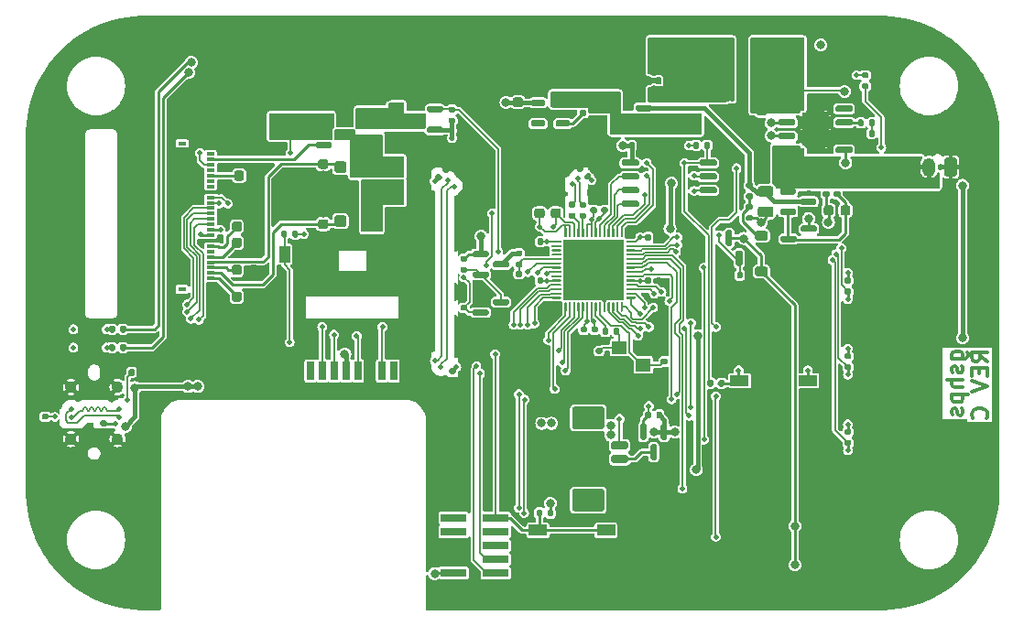
<source format=gbl>
G04 #@! TF.GenerationSoftware,KiCad,Pcbnew,8.0.6+1*
G04 #@! TF.CreationDate,2025-02-24T18:19:52+00:00*
G04 #@! TF.ProjectId,gshps,67736870-732e-46b6-9963-61645f706362,C*
G04 #@! TF.SameCoordinates,Original*
G04 #@! TF.FileFunction,Copper,L4,Bot*
G04 #@! TF.FilePolarity,Positive*
%FSLAX46Y46*%
G04 Gerber Fmt 4.6, Leading zero omitted, Abs format (unit mm)*
G04 Created by KiCad (PCBNEW 8.0.6+1) date 2025-02-24 18:19:52*
%MOMM*%
%LPD*%
G01*
G04 APERTURE LIST*
%ADD10C,0.300000*%
G04 #@! TA.AperFunction,NonConductor*
%ADD11C,0.300000*%
G04 #@! TD*
G04 #@! TA.AperFunction,ComponentPad*
%ADD12C,1.100000*%
G04 #@! TD*
G04 #@! TA.AperFunction,HeatsinkPad*
%ADD13R,3.200000X3.200000*%
G04 #@! TD*
G04 #@! TA.AperFunction,SMDPad,CuDef*
%ADD14R,0.700000X1.750000*%
G04 #@! TD*
G04 #@! TA.AperFunction,SMDPad,CuDef*
%ADD15R,1.450000X1.000000*%
G04 #@! TD*
G04 #@! TA.AperFunction,SMDPad,CuDef*
%ADD16R,1.000000X1.550000*%
G04 #@! TD*
G04 #@! TA.AperFunction,SMDPad,CuDef*
%ADD17R,0.800000X1.500000*%
G04 #@! TD*
G04 #@! TA.AperFunction,SMDPad,CuDef*
%ADD18R,1.300000X1.500000*%
G04 #@! TD*
G04 #@! TA.AperFunction,SMDPad,CuDef*
%ADD19R,1.500000X1.500000*%
G04 #@! TD*
G04 #@! TA.AperFunction,SMDPad,CuDef*
%ADD20R,0.800000X1.400000*%
G04 #@! TD*
G04 #@! TA.AperFunction,SMDPad,CuDef*
%ADD21R,0.800000X0.300000*%
G04 #@! TD*
G04 #@! TA.AperFunction,SMDPad,CuDef*
%ADD22R,0.800000X0.400000*%
G04 #@! TD*
G04 #@! TA.AperFunction,SMDPad,CuDef*
%ADD23R,1.700000X1.000000*%
G04 #@! TD*
G04 #@! TA.AperFunction,HeatsinkPad*
%ADD24C,0.500000*%
G04 #@! TD*
G04 #@! TA.AperFunction,HeatsinkPad*
%ADD25R,2.410000X3.100000*%
G04 #@! TD*
G04 #@! TA.AperFunction,SMDPad,CuDef*
%ADD26R,2.400000X0.740000*%
G04 #@! TD*
G04 #@! TA.AperFunction,SMDPad,CuDef*
%ADD27R,1.400000X1.200000*%
G04 #@! TD*
G04 #@! TA.AperFunction,ComponentPad*
%ADD28O,1.200000X1.750000*%
G04 #@! TD*
G04 #@! TA.AperFunction,ViaPad*
%ADD29C,0.500000*%
G04 #@! TD*
G04 #@! TA.AperFunction,ViaPad*
%ADD30C,0.800000*%
G04 #@! TD*
G04 #@! TA.AperFunction,Conductor*
%ADD31C,0.250000*%
G04 #@! TD*
G04 #@! TA.AperFunction,Conductor*
%ADD32C,0.400000*%
G04 #@! TD*
G04 #@! TA.AperFunction,Conductor*
%ADD33C,0.150000*%
G04 #@! TD*
G04 APERTURE END LIST*
D10*
D11*
X117428328Y-55461653D02*
X116714042Y-54961653D01*
X117428328Y-54604510D02*
X115928328Y-54604510D01*
X115928328Y-54604510D02*
X115928328Y-55175939D01*
X115928328Y-55175939D02*
X115999757Y-55318796D01*
X115999757Y-55318796D02*
X116071185Y-55390225D01*
X116071185Y-55390225D02*
X116214042Y-55461653D01*
X116214042Y-55461653D02*
X116428328Y-55461653D01*
X116428328Y-55461653D02*
X116571185Y-55390225D01*
X116571185Y-55390225D02*
X116642614Y-55318796D01*
X116642614Y-55318796D02*
X116714042Y-55175939D01*
X116714042Y-55175939D02*
X116714042Y-54604510D01*
X116642614Y-56104510D02*
X116642614Y-56604510D01*
X117428328Y-56818796D02*
X117428328Y-56104510D01*
X117428328Y-56104510D02*
X115928328Y-56104510D01*
X115928328Y-56104510D02*
X115928328Y-56818796D01*
X115928328Y-57247368D02*
X117428328Y-57747368D01*
X117428328Y-57747368D02*
X115928328Y-58247368D01*
X117285471Y-60747367D02*
X117356900Y-60675939D01*
X117356900Y-60675939D02*
X117428328Y-60461653D01*
X117428328Y-60461653D02*
X117428328Y-60318796D01*
X117428328Y-60318796D02*
X117356900Y-60104510D01*
X117356900Y-60104510D02*
X117214042Y-59961653D01*
X117214042Y-59961653D02*
X117071185Y-59890224D01*
X117071185Y-59890224D02*
X116785471Y-59818796D01*
X116785471Y-59818796D02*
X116571185Y-59818796D01*
X116571185Y-59818796D02*
X116285471Y-59890224D01*
X116285471Y-59890224D02*
X116142614Y-59961653D01*
X116142614Y-59961653D02*
X115999757Y-60104510D01*
X115999757Y-60104510D02*
X115928328Y-60318796D01*
X115928328Y-60318796D02*
X115928328Y-60461653D01*
X115928328Y-60461653D02*
X115999757Y-60675939D01*
X115999757Y-60675939D02*
X116071185Y-60747367D01*
D10*
D11*
X114128328Y-55247368D02*
X115342614Y-55247368D01*
X115342614Y-55247368D02*
X115485471Y-55175939D01*
X115485471Y-55175939D02*
X115556900Y-55104510D01*
X115556900Y-55104510D02*
X115628328Y-54961653D01*
X115628328Y-54961653D02*
X115628328Y-54747368D01*
X115628328Y-54747368D02*
X115556900Y-54604510D01*
X115056900Y-55247368D02*
X115128328Y-55104510D01*
X115128328Y-55104510D02*
X115128328Y-54818796D01*
X115128328Y-54818796D02*
X115056900Y-54675939D01*
X115056900Y-54675939D02*
X114985471Y-54604510D01*
X114985471Y-54604510D02*
X114842614Y-54533082D01*
X114842614Y-54533082D02*
X114414042Y-54533082D01*
X114414042Y-54533082D02*
X114271185Y-54604510D01*
X114271185Y-54604510D02*
X114199757Y-54675939D01*
X114199757Y-54675939D02*
X114128328Y-54818796D01*
X114128328Y-54818796D02*
X114128328Y-55104510D01*
X114128328Y-55104510D02*
X114199757Y-55247368D01*
X115056900Y-55890225D02*
X115128328Y-56033082D01*
X115128328Y-56033082D02*
X115128328Y-56318796D01*
X115128328Y-56318796D02*
X115056900Y-56461653D01*
X115056900Y-56461653D02*
X114914042Y-56533082D01*
X114914042Y-56533082D02*
X114842614Y-56533082D01*
X114842614Y-56533082D02*
X114699757Y-56461653D01*
X114699757Y-56461653D02*
X114628328Y-56318796D01*
X114628328Y-56318796D02*
X114628328Y-56104511D01*
X114628328Y-56104511D02*
X114556900Y-55961653D01*
X114556900Y-55961653D02*
X114414042Y-55890225D01*
X114414042Y-55890225D02*
X114342614Y-55890225D01*
X114342614Y-55890225D02*
X114199757Y-55961653D01*
X114199757Y-55961653D02*
X114128328Y-56104511D01*
X114128328Y-56104511D02*
X114128328Y-56318796D01*
X114128328Y-56318796D02*
X114199757Y-56461653D01*
X115128328Y-57175939D02*
X113628328Y-57175939D01*
X115128328Y-57818797D02*
X114342614Y-57818797D01*
X114342614Y-57818797D02*
X114199757Y-57747368D01*
X114199757Y-57747368D02*
X114128328Y-57604511D01*
X114128328Y-57604511D02*
X114128328Y-57390225D01*
X114128328Y-57390225D02*
X114199757Y-57247368D01*
X114199757Y-57247368D02*
X114271185Y-57175939D01*
X114128328Y-58533082D02*
X115628328Y-58533082D01*
X114199757Y-58533082D02*
X114128328Y-58675940D01*
X114128328Y-58675940D02*
X114128328Y-58961654D01*
X114128328Y-58961654D02*
X114199757Y-59104511D01*
X114199757Y-59104511D02*
X114271185Y-59175940D01*
X114271185Y-59175940D02*
X114414042Y-59247368D01*
X114414042Y-59247368D02*
X114842614Y-59247368D01*
X114842614Y-59247368D02*
X114985471Y-59175940D01*
X114985471Y-59175940D02*
X115056900Y-59104511D01*
X115056900Y-59104511D02*
X115128328Y-58961654D01*
X115128328Y-58961654D02*
X115128328Y-58675940D01*
X115128328Y-58675940D02*
X115056900Y-58533082D01*
X115056900Y-59818797D02*
X115128328Y-59961654D01*
X115128328Y-59961654D02*
X115128328Y-60247368D01*
X115128328Y-60247368D02*
X115056900Y-60390225D01*
X115056900Y-60390225D02*
X114914042Y-60461654D01*
X114914042Y-60461654D02*
X114842614Y-60461654D01*
X114842614Y-60461654D02*
X114699757Y-60390225D01*
X114699757Y-60390225D02*
X114628328Y-60247368D01*
X114628328Y-60247368D02*
X114628328Y-60033083D01*
X114628328Y-60033083D02*
X114556900Y-59890225D01*
X114556900Y-59890225D02*
X114414042Y-59818797D01*
X114414042Y-59818797D02*
X114342614Y-59818797D01*
X114342614Y-59818797D02*
X114199757Y-59890225D01*
X114199757Y-59890225D02*
X114128328Y-60033083D01*
X114128328Y-60033083D02*
X114128328Y-60247368D01*
X114128328Y-60247368D02*
X114199757Y-60390225D01*
D12*
X32685000Y-62650000D03*
X36985000Y-62650000D03*
X32685000Y-57850000D03*
X36985000Y-57850000D03*
G04 #@! TA.AperFunction,SMDPad,CuDef*
G36*
G01*
X84875000Y-44350000D02*
X84875000Y-44450000D01*
G75*
G02*
X84825000Y-44500000I-50000J0D01*
G01*
X84050000Y-44500000D01*
G75*
G02*
X84000000Y-44450000I0J50000D01*
G01*
X84000000Y-44350000D01*
G75*
G02*
X84050000Y-44300000I50000J0D01*
G01*
X84825000Y-44300000D01*
G75*
G02*
X84875000Y-44350000I0J-50000D01*
G01*
G37*
G04 #@! TD.AperFunction*
G04 #@! TA.AperFunction,SMDPad,CuDef*
G36*
G01*
X84875000Y-44750000D02*
X84875000Y-44850000D01*
G75*
G02*
X84825000Y-44900000I-50000J0D01*
G01*
X84050000Y-44900000D01*
G75*
G02*
X84000000Y-44850000I0J50000D01*
G01*
X84000000Y-44750000D01*
G75*
G02*
X84050000Y-44700000I50000J0D01*
G01*
X84825000Y-44700000D01*
G75*
G02*
X84875000Y-44750000I0J-50000D01*
G01*
G37*
G04 #@! TD.AperFunction*
G04 #@! TA.AperFunction,SMDPad,CuDef*
G36*
G01*
X84875000Y-45150000D02*
X84875000Y-45250000D01*
G75*
G02*
X84825000Y-45300000I-50000J0D01*
G01*
X84050000Y-45300000D01*
G75*
G02*
X84000000Y-45250000I0J50000D01*
G01*
X84000000Y-45150000D01*
G75*
G02*
X84050000Y-45100000I50000J0D01*
G01*
X84825000Y-45100000D01*
G75*
G02*
X84875000Y-45150000I0J-50000D01*
G01*
G37*
G04 #@! TD.AperFunction*
G04 #@! TA.AperFunction,SMDPad,CuDef*
G36*
G01*
X84875000Y-45550000D02*
X84875000Y-45650000D01*
G75*
G02*
X84825000Y-45700000I-50000J0D01*
G01*
X84050000Y-45700000D01*
G75*
G02*
X84000000Y-45650000I0J50000D01*
G01*
X84000000Y-45550000D01*
G75*
G02*
X84050000Y-45500000I50000J0D01*
G01*
X84825000Y-45500000D01*
G75*
G02*
X84875000Y-45550000I0J-50000D01*
G01*
G37*
G04 #@! TD.AperFunction*
G04 #@! TA.AperFunction,SMDPad,CuDef*
G36*
G01*
X84875000Y-45950000D02*
X84875000Y-46050000D01*
G75*
G02*
X84825000Y-46100000I-50000J0D01*
G01*
X84050000Y-46100000D01*
G75*
G02*
X84000000Y-46050000I0J50000D01*
G01*
X84000000Y-45950000D01*
G75*
G02*
X84050000Y-45900000I50000J0D01*
G01*
X84825000Y-45900000D01*
G75*
G02*
X84875000Y-45950000I0J-50000D01*
G01*
G37*
G04 #@! TD.AperFunction*
G04 #@! TA.AperFunction,SMDPad,CuDef*
G36*
G01*
X84875000Y-46350000D02*
X84875000Y-46450000D01*
G75*
G02*
X84825000Y-46500000I-50000J0D01*
G01*
X84050000Y-46500000D01*
G75*
G02*
X84000000Y-46450000I0J50000D01*
G01*
X84000000Y-46350000D01*
G75*
G02*
X84050000Y-46300000I50000J0D01*
G01*
X84825000Y-46300000D01*
G75*
G02*
X84875000Y-46350000I0J-50000D01*
G01*
G37*
G04 #@! TD.AperFunction*
G04 #@! TA.AperFunction,SMDPad,CuDef*
G36*
G01*
X84875000Y-46750000D02*
X84875000Y-46850000D01*
G75*
G02*
X84825000Y-46900000I-50000J0D01*
G01*
X84050000Y-46900000D01*
G75*
G02*
X84000000Y-46850000I0J50000D01*
G01*
X84000000Y-46750000D01*
G75*
G02*
X84050000Y-46700000I50000J0D01*
G01*
X84825000Y-46700000D01*
G75*
G02*
X84875000Y-46750000I0J-50000D01*
G01*
G37*
G04 #@! TD.AperFunction*
G04 #@! TA.AperFunction,SMDPad,CuDef*
G36*
G01*
X84875000Y-47150000D02*
X84875000Y-47250000D01*
G75*
G02*
X84825000Y-47300000I-50000J0D01*
G01*
X84050000Y-47300000D01*
G75*
G02*
X84000000Y-47250000I0J50000D01*
G01*
X84000000Y-47150000D01*
G75*
G02*
X84050000Y-47100000I50000J0D01*
G01*
X84825000Y-47100000D01*
G75*
G02*
X84875000Y-47150000I0J-50000D01*
G01*
G37*
G04 #@! TD.AperFunction*
G04 #@! TA.AperFunction,SMDPad,CuDef*
G36*
G01*
X84875000Y-47550000D02*
X84875000Y-47650000D01*
G75*
G02*
X84825000Y-47700000I-50000J0D01*
G01*
X84050000Y-47700000D01*
G75*
G02*
X84000000Y-47650000I0J50000D01*
G01*
X84000000Y-47550000D01*
G75*
G02*
X84050000Y-47500000I50000J0D01*
G01*
X84825000Y-47500000D01*
G75*
G02*
X84875000Y-47550000I0J-50000D01*
G01*
G37*
G04 #@! TD.AperFunction*
G04 #@! TA.AperFunction,SMDPad,CuDef*
G36*
G01*
X84875000Y-47950000D02*
X84875000Y-48050000D01*
G75*
G02*
X84825000Y-48100000I-50000J0D01*
G01*
X84050000Y-48100000D01*
G75*
G02*
X84000000Y-48050000I0J50000D01*
G01*
X84000000Y-47950000D01*
G75*
G02*
X84050000Y-47900000I50000J0D01*
G01*
X84825000Y-47900000D01*
G75*
G02*
X84875000Y-47950000I0J-50000D01*
G01*
G37*
G04 #@! TD.AperFunction*
G04 #@! TA.AperFunction,SMDPad,CuDef*
G36*
G01*
X84875000Y-48350000D02*
X84875000Y-48450000D01*
G75*
G02*
X84825000Y-48500000I-50000J0D01*
G01*
X84050000Y-48500000D01*
G75*
G02*
X84000000Y-48450000I0J50000D01*
G01*
X84000000Y-48350000D01*
G75*
G02*
X84050000Y-48300000I50000J0D01*
G01*
X84825000Y-48300000D01*
G75*
G02*
X84875000Y-48350000I0J-50000D01*
G01*
G37*
G04 #@! TD.AperFunction*
G04 #@! TA.AperFunction,SMDPad,CuDef*
G36*
G01*
X84875000Y-48750000D02*
X84875000Y-48850000D01*
G75*
G02*
X84825000Y-48900000I-50000J0D01*
G01*
X84050000Y-48900000D01*
G75*
G02*
X84000000Y-48850000I0J50000D01*
G01*
X84000000Y-48750000D01*
G75*
G02*
X84050000Y-48700000I50000J0D01*
G01*
X84825000Y-48700000D01*
G75*
G02*
X84875000Y-48750000I0J-50000D01*
G01*
G37*
G04 #@! TD.AperFunction*
G04 #@! TA.AperFunction,SMDPad,CuDef*
G36*
G01*
X84875000Y-49150000D02*
X84875000Y-49250000D01*
G75*
G02*
X84825000Y-49300000I-50000J0D01*
G01*
X84050000Y-49300000D01*
G75*
G02*
X84000000Y-49250000I0J50000D01*
G01*
X84000000Y-49150000D01*
G75*
G02*
X84050000Y-49100000I50000J0D01*
G01*
X84825000Y-49100000D01*
G75*
G02*
X84875000Y-49150000I0J-50000D01*
G01*
G37*
G04 #@! TD.AperFunction*
G04 #@! TA.AperFunction,SMDPad,CuDef*
G36*
G01*
X84875000Y-49550000D02*
X84875000Y-49650000D01*
G75*
G02*
X84825000Y-49700000I-50000J0D01*
G01*
X84050000Y-49700000D01*
G75*
G02*
X84000000Y-49650000I0J50000D01*
G01*
X84000000Y-49550000D01*
G75*
G02*
X84050000Y-49500000I50000J0D01*
G01*
X84825000Y-49500000D01*
G75*
G02*
X84875000Y-49550000I0J-50000D01*
G01*
G37*
G04 #@! TD.AperFunction*
G04 #@! TA.AperFunction,SMDPad,CuDef*
G36*
G01*
X83700000Y-50050000D02*
X83700000Y-50825000D01*
G75*
G02*
X83650000Y-50875000I-50000J0D01*
G01*
X83550000Y-50875000D01*
G75*
G02*
X83500000Y-50825000I0J50000D01*
G01*
X83500000Y-50050000D01*
G75*
G02*
X83550000Y-50000000I50000J0D01*
G01*
X83650000Y-50000000D01*
G75*
G02*
X83700000Y-50050000I0J-50000D01*
G01*
G37*
G04 #@! TD.AperFunction*
G04 #@! TA.AperFunction,SMDPad,CuDef*
G36*
G01*
X83300000Y-50050000D02*
X83300000Y-50825000D01*
G75*
G02*
X83250000Y-50875000I-50000J0D01*
G01*
X83150000Y-50875000D01*
G75*
G02*
X83100000Y-50825000I0J50000D01*
G01*
X83100000Y-50050000D01*
G75*
G02*
X83150000Y-50000000I50000J0D01*
G01*
X83250000Y-50000000D01*
G75*
G02*
X83300000Y-50050000I0J-50000D01*
G01*
G37*
G04 #@! TD.AperFunction*
G04 #@! TA.AperFunction,SMDPad,CuDef*
G36*
G01*
X82900000Y-50050000D02*
X82900000Y-50825000D01*
G75*
G02*
X82850000Y-50875000I-50000J0D01*
G01*
X82750000Y-50875000D01*
G75*
G02*
X82700000Y-50825000I0J50000D01*
G01*
X82700000Y-50050000D01*
G75*
G02*
X82750000Y-50000000I50000J0D01*
G01*
X82850000Y-50000000D01*
G75*
G02*
X82900000Y-50050000I0J-50000D01*
G01*
G37*
G04 #@! TD.AperFunction*
G04 #@! TA.AperFunction,SMDPad,CuDef*
G36*
G01*
X82500000Y-50050000D02*
X82500000Y-50825000D01*
G75*
G02*
X82450000Y-50875000I-50000J0D01*
G01*
X82350000Y-50875000D01*
G75*
G02*
X82300000Y-50825000I0J50000D01*
G01*
X82300000Y-50050000D01*
G75*
G02*
X82350000Y-50000000I50000J0D01*
G01*
X82450000Y-50000000D01*
G75*
G02*
X82500000Y-50050000I0J-50000D01*
G01*
G37*
G04 #@! TD.AperFunction*
G04 #@! TA.AperFunction,SMDPad,CuDef*
G36*
G01*
X82100000Y-50050000D02*
X82100000Y-50825000D01*
G75*
G02*
X82050000Y-50875000I-50000J0D01*
G01*
X81950000Y-50875000D01*
G75*
G02*
X81900000Y-50825000I0J50000D01*
G01*
X81900000Y-50050000D01*
G75*
G02*
X81950000Y-50000000I50000J0D01*
G01*
X82050000Y-50000000D01*
G75*
G02*
X82100000Y-50050000I0J-50000D01*
G01*
G37*
G04 #@! TD.AperFunction*
G04 #@! TA.AperFunction,SMDPad,CuDef*
G36*
G01*
X81700000Y-50050000D02*
X81700000Y-50825000D01*
G75*
G02*
X81650000Y-50875000I-50000J0D01*
G01*
X81550000Y-50875000D01*
G75*
G02*
X81500000Y-50825000I0J50000D01*
G01*
X81500000Y-50050000D01*
G75*
G02*
X81550000Y-50000000I50000J0D01*
G01*
X81650000Y-50000000D01*
G75*
G02*
X81700000Y-50050000I0J-50000D01*
G01*
G37*
G04 #@! TD.AperFunction*
G04 #@! TA.AperFunction,SMDPad,CuDef*
G36*
G01*
X81300000Y-50050000D02*
X81300000Y-50825000D01*
G75*
G02*
X81250000Y-50875000I-50000J0D01*
G01*
X81150000Y-50875000D01*
G75*
G02*
X81100000Y-50825000I0J50000D01*
G01*
X81100000Y-50050000D01*
G75*
G02*
X81150000Y-50000000I50000J0D01*
G01*
X81250000Y-50000000D01*
G75*
G02*
X81300000Y-50050000I0J-50000D01*
G01*
G37*
G04 #@! TD.AperFunction*
G04 #@! TA.AperFunction,SMDPad,CuDef*
G36*
G01*
X80900000Y-50050000D02*
X80900000Y-50825000D01*
G75*
G02*
X80850000Y-50875000I-50000J0D01*
G01*
X80750000Y-50875000D01*
G75*
G02*
X80700000Y-50825000I0J50000D01*
G01*
X80700000Y-50050000D01*
G75*
G02*
X80750000Y-50000000I50000J0D01*
G01*
X80850000Y-50000000D01*
G75*
G02*
X80900000Y-50050000I0J-50000D01*
G01*
G37*
G04 #@! TD.AperFunction*
G04 #@! TA.AperFunction,SMDPad,CuDef*
G36*
G01*
X80500000Y-50050000D02*
X80500000Y-50825000D01*
G75*
G02*
X80450000Y-50875000I-50000J0D01*
G01*
X80350000Y-50875000D01*
G75*
G02*
X80300000Y-50825000I0J50000D01*
G01*
X80300000Y-50050000D01*
G75*
G02*
X80350000Y-50000000I50000J0D01*
G01*
X80450000Y-50000000D01*
G75*
G02*
X80500000Y-50050000I0J-50000D01*
G01*
G37*
G04 #@! TD.AperFunction*
G04 #@! TA.AperFunction,SMDPad,CuDef*
G36*
G01*
X80100000Y-50050000D02*
X80100000Y-50825000D01*
G75*
G02*
X80050000Y-50875000I-50000J0D01*
G01*
X79950000Y-50875000D01*
G75*
G02*
X79900000Y-50825000I0J50000D01*
G01*
X79900000Y-50050000D01*
G75*
G02*
X79950000Y-50000000I50000J0D01*
G01*
X80050000Y-50000000D01*
G75*
G02*
X80100000Y-50050000I0J-50000D01*
G01*
G37*
G04 #@! TD.AperFunction*
G04 #@! TA.AperFunction,SMDPad,CuDef*
G36*
G01*
X79700000Y-50050000D02*
X79700000Y-50825000D01*
G75*
G02*
X79650000Y-50875000I-50000J0D01*
G01*
X79550000Y-50875000D01*
G75*
G02*
X79500000Y-50825000I0J50000D01*
G01*
X79500000Y-50050000D01*
G75*
G02*
X79550000Y-50000000I50000J0D01*
G01*
X79650000Y-50000000D01*
G75*
G02*
X79700000Y-50050000I0J-50000D01*
G01*
G37*
G04 #@! TD.AperFunction*
G04 #@! TA.AperFunction,SMDPad,CuDef*
G36*
G01*
X79300000Y-50050000D02*
X79300000Y-50825000D01*
G75*
G02*
X79250000Y-50875000I-50000J0D01*
G01*
X79150000Y-50875000D01*
G75*
G02*
X79100000Y-50825000I0J50000D01*
G01*
X79100000Y-50050000D01*
G75*
G02*
X79150000Y-50000000I50000J0D01*
G01*
X79250000Y-50000000D01*
G75*
G02*
X79300000Y-50050000I0J-50000D01*
G01*
G37*
G04 #@! TD.AperFunction*
G04 #@! TA.AperFunction,SMDPad,CuDef*
G36*
G01*
X78900000Y-50050000D02*
X78900000Y-50825000D01*
G75*
G02*
X78850000Y-50875000I-50000J0D01*
G01*
X78750000Y-50875000D01*
G75*
G02*
X78700000Y-50825000I0J50000D01*
G01*
X78700000Y-50050000D01*
G75*
G02*
X78750000Y-50000000I50000J0D01*
G01*
X78850000Y-50000000D01*
G75*
G02*
X78900000Y-50050000I0J-50000D01*
G01*
G37*
G04 #@! TD.AperFunction*
G04 #@! TA.AperFunction,SMDPad,CuDef*
G36*
G01*
X78500000Y-50050000D02*
X78500000Y-50825000D01*
G75*
G02*
X78450000Y-50875000I-50000J0D01*
G01*
X78350000Y-50875000D01*
G75*
G02*
X78300000Y-50825000I0J50000D01*
G01*
X78300000Y-50050000D01*
G75*
G02*
X78350000Y-50000000I50000J0D01*
G01*
X78450000Y-50000000D01*
G75*
G02*
X78500000Y-50050000I0J-50000D01*
G01*
G37*
G04 #@! TD.AperFunction*
G04 #@! TA.AperFunction,SMDPad,CuDef*
G36*
G01*
X78000000Y-49550000D02*
X78000000Y-49650000D01*
G75*
G02*
X77950000Y-49700000I-50000J0D01*
G01*
X77175000Y-49700000D01*
G75*
G02*
X77125000Y-49650000I0J50000D01*
G01*
X77125000Y-49550000D01*
G75*
G02*
X77175000Y-49500000I50000J0D01*
G01*
X77950000Y-49500000D01*
G75*
G02*
X78000000Y-49550000I0J-50000D01*
G01*
G37*
G04 #@! TD.AperFunction*
G04 #@! TA.AperFunction,SMDPad,CuDef*
G36*
G01*
X78000000Y-49150000D02*
X78000000Y-49250000D01*
G75*
G02*
X77950000Y-49300000I-50000J0D01*
G01*
X77175000Y-49300000D01*
G75*
G02*
X77125000Y-49250000I0J50000D01*
G01*
X77125000Y-49150000D01*
G75*
G02*
X77175000Y-49100000I50000J0D01*
G01*
X77950000Y-49100000D01*
G75*
G02*
X78000000Y-49150000I0J-50000D01*
G01*
G37*
G04 #@! TD.AperFunction*
G04 #@! TA.AperFunction,SMDPad,CuDef*
G36*
G01*
X78000000Y-48750000D02*
X78000000Y-48850000D01*
G75*
G02*
X77950000Y-48900000I-50000J0D01*
G01*
X77175000Y-48900000D01*
G75*
G02*
X77125000Y-48850000I0J50000D01*
G01*
X77125000Y-48750000D01*
G75*
G02*
X77175000Y-48700000I50000J0D01*
G01*
X77950000Y-48700000D01*
G75*
G02*
X78000000Y-48750000I0J-50000D01*
G01*
G37*
G04 #@! TD.AperFunction*
G04 #@! TA.AperFunction,SMDPad,CuDef*
G36*
G01*
X78000000Y-48350000D02*
X78000000Y-48450000D01*
G75*
G02*
X77950000Y-48500000I-50000J0D01*
G01*
X77175000Y-48500000D01*
G75*
G02*
X77125000Y-48450000I0J50000D01*
G01*
X77125000Y-48350000D01*
G75*
G02*
X77175000Y-48300000I50000J0D01*
G01*
X77950000Y-48300000D01*
G75*
G02*
X78000000Y-48350000I0J-50000D01*
G01*
G37*
G04 #@! TD.AperFunction*
G04 #@! TA.AperFunction,SMDPad,CuDef*
G36*
G01*
X78000000Y-47950000D02*
X78000000Y-48050000D01*
G75*
G02*
X77950000Y-48100000I-50000J0D01*
G01*
X77175000Y-48100000D01*
G75*
G02*
X77125000Y-48050000I0J50000D01*
G01*
X77125000Y-47950000D01*
G75*
G02*
X77175000Y-47900000I50000J0D01*
G01*
X77950000Y-47900000D01*
G75*
G02*
X78000000Y-47950000I0J-50000D01*
G01*
G37*
G04 #@! TD.AperFunction*
G04 #@! TA.AperFunction,SMDPad,CuDef*
G36*
G01*
X78000000Y-47550000D02*
X78000000Y-47650000D01*
G75*
G02*
X77950000Y-47700000I-50000J0D01*
G01*
X77175000Y-47700000D01*
G75*
G02*
X77125000Y-47650000I0J50000D01*
G01*
X77125000Y-47550000D01*
G75*
G02*
X77175000Y-47500000I50000J0D01*
G01*
X77950000Y-47500000D01*
G75*
G02*
X78000000Y-47550000I0J-50000D01*
G01*
G37*
G04 #@! TD.AperFunction*
G04 #@! TA.AperFunction,SMDPad,CuDef*
G36*
G01*
X78000000Y-47150000D02*
X78000000Y-47250000D01*
G75*
G02*
X77950000Y-47300000I-50000J0D01*
G01*
X77175000Y-47300000D01*
G75*
G02*
X77125000Y-47250000I0J50000D01*
G01*
X77125000Y-47150000D01*
G75*
G02*
X77175000Y-47100000I50000J0D01*
G01*
X77950000Y-47100000D01*
G75*
G02*
X78000000Y-47150000I0J-50000D01*
G01*
G37*
G04 #@! TD.AperFunction*
G04 #@! TA.AperFunction,SMDPad,CuDef*
G36*
G01*
X78000000Y-46750000D02*
X78000000Y-46850000D01*
G75*
G02*
X77950000Y-46900000I-50000J0D01*
G01*
X77175000Y-46900000D01*
G75*
G02*
X77125000Y-46850000I0J50000D01*
G01*
X77125000Y-46750000D01*
G75*
G02*
X77175000Y-46700000I50000J0D01*
G01*
X77950000Y-46700000D01*
G75*
G02*
X78000000Y-46750000I0J-50000D01*
G01*
G37*
G04 #@! TD.AperFunction*
G04 #@! TA.AperFunction,SMDPad,CuDef*
G36*
G01*
X78000000Y-46350000D02*
X78000000Y-46450000D01*
G75*
G02*
X77950000Y-46500000I-50000J0D01*
G01*
X77175000Y-46500000D01*
G75*
G02*
X77125000Y-46450000I0J50000D01*
G01*
X77125000Y-46350000D01*
G75*
G02*
X77175000Y-46300000I50000J0D01*
G01*
X77950000Y-46300000D01*
G75*
G02*
X78000000Y-46350000I0J-50000D01*
G01*
G37*
G04 #@! TD.AperFunction*
G04 #@! TA.AperFunction,SMDPad,CuDef*
G36*
G01*
X78000000Y-45950000D02*
X78000000Y-46050000D01*
G75*
G02*
X77950000Y-46100000I-50000J0D01*
G01*
X77175000Y-46100000D01*
G75*
G02*
X77125000Y-46050000I0J50000D01*
G01*
X77125000Y-45950000D01*
G75*
G02*
X77175000Y-45900000I50000J0D01*
G01*
X77950000Y-45900000D01*
G75*
G02*
X78000000Y-45950000I0J-50000D01*
G01*
G37*
G04 #@! TD.AperFunction*
G04 #@! TA.AperFunction,SMDPad,CuDef*
G36*
G01*
X78000000Y-45550000D02*
X78000000Y-45650000D01*
G75*
G02*
X77950000Y-45700000I-50000J0D01*
G01*
X77175000Y-45700000D01*
G75*
G02*
X77125000Y-45650000I0J50000D01*
G01*
X77125000Y-45550000D01*
G75*
G02*
X77175000Y-45500000I50000J0D01*
G01*
X77950000Y-45500000D01*
G75*
G02*
X78000000Y-45550000I0J-50000D01*
G01*
G37*
G04 #@! TD.AperFunction*
G04 #@! TA.AperFunction,SMDPad,CuDef*
G36*
G01*
X78000000Y-45150000D02*
X78000000Y-45250000D01*
G75*
G02*
X77950000Y-45300000I-50000J0D01*
G01*
X77175000Y-45300000D01*
G75*
G02*
X77125000Y-45250000I0J50000D01*
G01*
X77125000Y-45150000D01*
G75*
G02*
X77175000Y-45100000I50000J0D01*
G01*
X77950000Y-45100000D01*
G75*
G02*
X78000000Y-45150000I0J-50000D01*
G01*
G37*
G04 #@! TD.AperFunction*
G04 #@! TA.AperFunction,SMDPad,CuDef*
G36*
G01*
X78000000Y-44750000D02*
X78000000Y-44850000D01*
G75*
G02*
X77950000Y-44900000I-50000J0D01*
G01*
X77175000Y-44900000D01*
G75*
G02*
X77125000Y-44850000I0J50000D01*
G01*
X77125000Y-44750000D01*
G75*
G02*
X77175000Y-44700000I50000J0D01*
G01*
X77950000Y-44700000D01*
G75*
G02*
X78000000Y-44750000I0J-50000D01*
G01*
G37*
G04 #@! TD.AperFunction*
G04 #@! TA.AperFunction,SMDPad,CuDef*
G36*
G01*
X78000000Y-44350000D02*
X78000000Y-44450000D01*
G75*
G02*
X77950000Y-44500000I-50000J0D01*
G01*
X77175000Y-44500000D01*
G75*
G02*
X77125000Y-44450000I0J50000D01*
G01*
X77125000Y-44350000D01*
G75*
G02*
X77175000Y-44300000I50000J0D01*
G01*
X77950000Y-44300000D01*
G75*
G02*
X78000000Y-44350000I0J-50000D01*
G01*
G37*
G04 #@! TD.AperFunction*
G04 #@! TA.AperFunction,SMDPad,CuDef*
G36*
G01*
X78500000Y-43175000D02*
X78500000Y-43950000D01*
G75*
G02*
X78450000Y-44000000I-50000J0D01*
G01*
X78350000Y-44000000D01*
G75*
G02*
X78300000Y-43950000I0J50000D01*
G01*
X78300000Y-43175000D01*
G75*
G02*
X78350000Y-43125000I50000J0D01*
G01*
X78450000Y-43125000D01*
G75*
G02*
X78500000Y-43175000I0J-50000D01*
G01*
G37*
G04 #@! TD.AperFunction*
G04 #@! TA.AperFunction,SMDPad,CuDef*
G36*
G01*
X78900000Y-43175000D02*
X78900000Y-43950000D01*
G75*
G02*
X78850000Y-44000000I-50000J0D01*
G01*
X78750000Y-44000000D01*
G75*
G02*
X78700000Y-43950000I0J50000D01*
G01*
X78700000Y-43175000D01*
G75*
G02*
X78750000Y-43125000I50000J0D01*
G01*
X78850000Y-43125000D01*
G75*
G02*
X78900000Y-43175000I0J-50000D01*
G01*
G37*
G04 #@! TD.AperFunction*
G04 #@! TA.AperFunction,SMDPad,CuDef*
G36*
G01*
X79300000Y-43175000D02*
X79300000Y-43950000D01*
G75*
G02*
X79250000Y-44000000I-50000J0D01*
G01*
X79150000Y-44000000D01*
G75*
G02*
X79100000Y-43950000I0J50000D01*
G01*
X79100000Y-43175000D01*
G75*
G02*
X79150000Y-43125000I50000J0D01*
G01*
X79250000Y-43125000D01*
G75*
G02*
X79300000Y-43175000I0J-50000D01*
G01*
G37*
G04 #@! TD.AperFunction*
G04 #@! TA.AperFunction,SMDPad,CuDef*
G36*
G01*
X79700000Y-43175000D02*
X79700000Y-43950000D01*
G75*
G02*
X79650000Y-44000000I-50000J0D01*
G01*
X79550000Y-44000000D01*
G75*
G02*
X79500000Y-43950000I0J50000D01*
G01*
X79500000Y-43175000D01*
G75*
G02*
X79550000Y-43125000I50000J0D01*
G01*
X79650000Y-43125000D01*
G75*
G02*
X79700000Y-43175000I0J-50000D01*
G01*
G37*
G04 #@! TD.AperFunction*
G04 #@! TA.AperFunction,SMDPad,CuDef*
G36*
G01*
X80100000Y-43175000D02*
X80100000Y-43950000D01*
G75*
G02*
X80050000Y-44000000I-50000J0D01*
G01*
X79950000Y-44000000D01*
G75*
G02*
X79900000Y-43950000I0J50000D01*
G01*
X79900000Y-43175000D01*
G75*
G02*
X79950000Y-43125000I50000J0D01*
G01*
X80050000Y-43125000D01*
G75*
G02*
X80100000Y-43175000I0J-50000D01*
G01*
G37*
G04 #@! TD.AperFunction*
G04 #@! TA.AperFunction,SMDPad,CuDef*
G36*
G01*
X80500000Y-43175000D02*
X80500000Y-43950000D01*
G75*
G02*
X80450000Y-44000000I-50000J0D01*
G01*
X80350000Y-44000000D01*
G75*
G02*
X80300000Y-43950000I0J50000D01*
G01*
X80300000Y-43175000D01*
G75*
G02*
X80350000Y-43125000I50000J0D01*
G01*
X80450000Y-43125000D01*
G75*
G02*
X80500000Y-43175000I0J-50000D01*
G01*
G37*
G04 #@! TD.AperFunction*
G04 #@! TA.AperFunction,SMDPad,CuDef*
G36*
G01*
X80900000Y-43175000D02*
X80900000Y-43950000D01*
G75*
G02*
X80850000Y-44000000I-50000J0D01*
G01*
X80750000Y-44000000D01*
G75*
G02*
X80700000Y-43950000I0J50000D01*
G01*
X80700000Y-43175000D01*
G75*
G02*
X80750000Y-43125000I50000J0D01*
G01*
X80850000Y-43125000D01*
G75*
G02*
X80900000Y-43175000I0J-50000D01*
G01*
G37*
G04 #@! TD.AperFunction*
G04 #@! TA.AperFunction,SMDPad,CuDef*
G36*
G01*
X81300000Y-43175000D02*
X81300000Y-43950000D01*
G75*
G02*
X81250000Y-44000000I-50000J0D01*
G01*
X81150000Y-44000000D01*
G75*
G02*
X81100000Y-43950000I0J50000D01*
G01*
X81100000Y-43175000D01*
G75*
G02*
X81150000Y-43125000I50000J0D01*
G01*
X81250000Y-43125000D01*
G75*
G02*
X81300000Y-43175000I0J-50000D01*
G01*
G37*
G04 #@! TD.AperFunction*
G04 #@! TA.AperFunction,SMDPad,CuDef*
G36*
G01*
X81700000Y-43175000D02*
X81700000Y-43950000D01*
G75*
G02*
X81650000Y-44000000I-50000J0D01*
G01*
X81550000Y-44000000D01*
G75*
G02*
X81500000Y-43950000I0J50000D01*
G01*
X81500000Y-43175000D01*
G75*
G02*
X81550000Y-43125000I50000J0D01*
G01*
X81650000Y-43125000D01*
G75*
G02*
X81700000Y-43175000I0J-50000D01*
G01*
G37*
G04 #@! TD.AperFunction*
G04 #@! TA.AperFunction,SMDPad,CuDef*
G36*
G01*
X82100000Y-43175000D02*
X82100000Y-43950000D01*
G75*
G02*
X82050000Y-44000000I-50000J0D01*
G01*
X81950000Y-44000000D01*
G75*
G02*
X81900000Y-43950000I0J50000D01*
G01*
X81900000Y-43175000D01*
G75*
G02*
X81950000Y-43125000I50000J0D01*
G01*
X82050000Y-43125000D01*
G75*
G02*
X82100000Y-43175000I0J-50000D01*
G01*
G37*
G04 #@! TD.AperFunction*
G04 #@! TA.AperFunction,SMDPad,CuDef*
G36*
G01*
X82500000Y-43175000D02*
X82500000Y-43950000D01*
G75*
G02*
X82450000Y-44000000I-50000J0D01*
G01*
X82350000Y-44000000D01*
G75*
G02*
X82300000Y-43950000I0J50000D01*
G01*
X82300000Y-43175000D01*
G75*
G02*
X82350000Y-43125000I50000J0D01*
G01*
X82450000Y-43125000D01*
G75*
G02*
X82500000Y-43175000I0J-50000D01*
G01*
G37*
G04 #@! TD.AperFunction*
G04 #@! TA.AperFunction,SMDPad,CuDef*
G36*
G01*
X82900000Y-43175000D02*
X82900000Y-43950000D01*
G75*
G02*
X82850000Y-44000000I-50000J0D01*
G01*
X82750000Y-44000000D01*
G75*
G02*
X82700000Y-43950000I0J50000D01*
G01*
X82700000Y-43175000D01*
G75*
G02*
X82750000Y-43125000I50000J0D01*
G01*
X82850000Y-43125000D01*
G75*
G02*
X82900000Y-43175000I0J-50000D01*
G01*
G37*
G04 #@! TD.AperFunction*
G04 #@! TA.AperFunction,SMDPad,CuDef*
G36*
G01*
X83300000Y-43175000D02*
X83300000Y-43950000D01*
G75*
G02*
X83250000Y-44000000I-50000J0D01*
G01*
X83150000Y-44000000D01*
G75*
G02*
X83100000Y-43950000I0J50000D01*
G01*
X83100000Y-43175000D01*
G75*
G02*
X83150000Y-43125000I50000J0D01*
G01*
X83250000Y-43125000D01*
G75*
G02*
X83300000Y-43175000I0J-50000D01*
G01*
G37*
G04 #@! TD.AperFunction*
G04 #@! TA.AperFunction,SMDPad,CuDef*
G36*
G01*
X83700000Y-43175000D02*
X83700000Y-43950000D01*
G75*
G02*
X83650000Y-44000000I-50000J0D01*
G01*
X83550000Y-44000000D01*
G75*
G02*
X83500000Y-43950000I0J50000D01*
G01*
X83500000Y-43175000D01*
G75*
G02*
X83550000Y-43125000I50000J0D01*
G01*
X83650000Y-43125000D01*
G75*
G02*
X83700000Y-43175000I0J-50000D01*
G01*
G37*
G04 #@! TD.AperFunction*
D13*
X81000000Y-47000000D03*
G04 #@! TA.AperFunction,SMDPad,CuDef*
G36*
G01*
X102315000Y-38720000D02*
X102685000Y-38720000D01*
G75*
G02*
X102820000Y-38855000I0J-135000D01*
G01*
X102820000Y-39125000D01*
G75*
G02*
X102685000Y-39260000I-135000J0D01*
G01*
X102315000Y-39260000D01*
G75*
G02*
X102180000Y-39125000I0J135000D01*
G01*
X102180000Y-38855000D01*
G75*
G02*
X102315000Y-38720000I135000J0D01*
G01*
G37*
G04 #@! TD.AperFunction*
G04 #@! TA.AperFunction,SMDPad,CuDef*
G36*
G01*
X102315000Y-39740000D02*
X102685000Y-39740000D01*
G75*
G02*
X102820000Y-39875000I0J-135000D01*
G01*
X102820000Y-40145000D01*
G75*
G02*
X102685000Y-40280000I-135000J0D01*
G01*
X102315000Y-40280000D01*
G75*
G02*
X102180000Y-40145000I0J135000D01*
G01*
X102180000Y-39875000D01*
G75*
G02*
X102315000Y-39740000I135000J0D01*
G01*
G37*
G04 #@! TD.AperFunction*
G04 #@! TA.AperFunction,SMDPad,CuDef*
G36*
G01*
X102275000Y-41750000D02*
X102275000Y-41250000D01*
G75*
G02*
X102500000Y-41025000I225000J0D01*
G01*
X102950000Y-41025000D01*
G75*
G02*
X103175000Y-41250000I0J-225000D01*
G01*
X103175000Y-41750000D01*
G75*
G02*
X102950000Y-41975000I-225000J0D01*
G01*
X102500000Y-41975000D01*
G75*
G02*
X102275000Y-41750000I0J225000D01*
G01*
G37*
G04 #@! TD.AperFunction*
G04 #@! TA.AperFunction,SMDPad,CuDef*
G36*
G01*
X103825000Y-41750000D02*
X103825000Y-41250000D01*
G75*
G02*
X104050000Y-41025000I225000J0D01*
G01*
X104500000Y-41025000D01*
G75*
G02*
X104725000Y-41250000I0J-225000D01*
G01*
X104725000Y-41750000D01*
G75*
G02*
X104500000Y-41975000I-225000J0D01*
G01*
X104050000Y-41975000D01*
G75*
G02*
X103825000Y-41750000I0J225000D01*
G01*
G37*
G04 #@! TD.AperFunction*
G04 #@! TA.AperFunction,SMDPad,CuDef*
G36*
G01*
X94779999Y-47315000D02*
X94779999Y-47685000D01*
G75*
G02*
X94644999Y-47820000I-135000J0D01*
G01*
X94374999Y-47820000D01*
G75*
G02*
X94239999Y-47685000I0J135000D01*
G01*
X94239999Y-47315000D01*
G75*
G02*
X94374999Y-47180000I135000J0D01*
G01*
X94644999Y-47180000D01*
G75*
G02*
X94779999Y-47315000I0J-135000D01*
G01*
G37*
G04 #@! TD.AperFunction*
G04 #@! TA.AperFunction,SMDPad,CuDef*
G36*
G01*
X93760001Y-47315000D02*
X93760001Y-47685000D01*
G75*
G02*
X93625001Y-47820000I-135000J0D01*
G01*
X93355001Y-47820000D01*
G75*
G02*
X93220001Y-47685000I0J135000D01*
G01*
X93220001Y-47315000D01*
G75*
G02*
X93355001Y-47180000I135000J0D01*
G01*
X93625001Y-47180000D01*
G75*
G02*
X93760001Y-47315000I0J-135000D01*
G01*
G37*
G04 #@! TD.AperFunction*
G04 #@! TA.AperFunction,SMDPad,CuDef*
G36*
G01*
X74840000Y-48170000D02*
X74840000Y-47830000D01*
G75*
G02*
X74980000Y-47690000I140000J0D01*
G01*
X75260000Y-47690000D01*
G75*
G02*
X75400000Y-47830000I0J-140000D01*
G01*
X75400000Y-48170000D01*
G75*
G02*
X75260000Y-48310000I-140000J0D01*
G01*
X74980000Y-48310000D01*
G75*
G02*
X74840000Y-48170000I0J140000D01*
G01*
G37*
G04 #@! TD.AperFunction*
G04 #@! TA.AperFunction,SMDPad,CuDef*
G36*
G01*
X75800000Y-48170000D02*
X75800000Y-47830000D01*
G75*
G02*
X75940000Y-47690000I140000J0D01*
G01*
X76220000Y-47690000D01*
G75*
G02*
X76360000Y-47830000I0J-140000D01*
G01*
X76360000Y-48170000D01*
G75*
G02*
X76220000Y-48310000I-140000J0D01*
G01*
X75940000Y-48310000D01*
G75*
G02*
X75800000Y-48170000I0J140000D01*
G01*
G37*
G04 #@! TD.AperFunction*
G04 #@! TA.AperFunction,SMDPad,CuDef*
G36*
G01*
X47575000Y-43250000D02*
X47575000Y-42750000D01*
G75*
G02*
X47800000Y-42525000I225000J0D01*
G01*
X48250000Y-42525000D01*
G75*
G02*
X48475000Y-42750000I0J-225000D01*
G01*
X48475000Y-43250000D01*
G75*
G02*
X48250000Y-43475000I-225000J0D01*
G01*
X47800000Y-43475000D01*
G75*
G02*
X47575000Y-43250000I0J225000D01*
G01*
G37*
G04 #@! TD.AperFunction*
G04 #@! TA.AperFunction,SMDPad,CuDef*
G36*
G01*
X49125000Y-43250000D02*
X49125000Y-42750000D01*
G75*
G02*
X49350000Y-42525000I225000J0D01*
G01*
X49800000Y-42525000D01*
G75*
G02*
X50025000Y-42750000I0J-225000D01*
G01*
X50025000Y-43250000D01*
G75*
G02*
X49800000Y-43475000I-225000J0D01*
G01*
X49350000Y-43475000D01*
G75*
G02*
X49125000Y-43250000I0J225000D01*
G01*
G37*
G04 #@! TD.AperFunction*
G04 #@! TA.AperFunction,SMDPad,CuDef*
G36*
G01*
X30115000Y-60320000D02*
X30485000Y-60320000D01*
G75*
G02*
X30620000Y-60455000I0J-135000D01*
G01*
X30620000Y-60725000D01*
G75*
G02*
X30485000Y-60860000I-135000J0D01*
G01*
X30115000Y-60860000D01*
G75*
G02*
X29980000Y-60725000I0J135000D01*
G01*
X29980000Y-60455000D01*
G75*
G02*
X30115000Y-60320000I135000J0D01*
G01*
G37*
G04 #@! TD.AperFunction*
G04 #@! TA.AperFunction,SMDPad,CuDef*
G36*
G01*
X30115000Y-61340000D02*
X30485000Y-61340000D01*
G75*
G02*
X30620000Y-61475000I0J-135000D01*
G01*
X30620000Y-61745000D01*
G75*
G02*
X30485000Y-61880000I-135000J0D01*
G01*
X30115000Y-61880000D01*
G75*
G02*
X29980000Y-61745000I0J135000D01*
G01*
X29980000Y-61475000D01*
G75*
G02*
X30115000Y-61340000I135000J0D01*
G01*
G37*
G04 #@! TD.AperFunction*
G04 #@! TA.AperFunction,SMDPad,CuDef*
G36*
G01*
X80830000Y-40240000D02*
X81170000Y-40240000D01*
G75*
G02*
X81310000Y-40380000I0J-140000D01*
G01*
X81310000Y-40660000D01*
G75*
G02*
X81170000Y-40800000I-140000J0D01*
G01*
X80830000Y-40800000D01*
G75*
G02*
X80690000Y-40660000I0J140000D01*
G01*
X80690000Y-40380000D01*
G75*
G02*
X80830000Y-40240000I140000J0D01*
G01*
G37*
G04 #@! TD.AperFunction*
G04 #@! TA.AperFunction,SMDPad,CuDef*
G36*
G01*
X80830000Y-41200000D02*
X81170000Y-41200000D01*
G75*
G02*
X81310000Y-41340000I0J-140000D01*
G01*
X81310000Y-41620000D01*
G75*
G02*
X81170000Y-41760000I-140000J0D01*
G01*
X80830000Y-41760000D01*
G75*
G02*
X80690000Y-41620000I0J140000D01*
G01*
X80690000Y-41340000D01*
G75*
G02*
X80830000Y-41200000I140000J0D01*
G01*
G37*
G04 #@! TD.AperFunction*
G04 #@! TA.AperFunction,SMDPad,CuDef*
G36*
G01*
X94600000Y-46675000D02*
X94300000Y-46675000D01*
G75*
G02*
X94150000Y-46525000I0J150000D01*
G01*
X94150000Y-45350000D01*
G75*
G02*
X94300000Y-45200000I150000J0D01*
G01*
X94600000Y-45200000D01*
G75*
G02*
X94750000Y-45350000I0J-150000D01*
G01*
X94750000Y-46525000D01*
G75*
G02*
X94600000Y-46675000I-150000J0D01*
G01*
G37*
G04 #@! TD.AperFunction*
G04 #@! TA.AperFunction,SMDPad,CuDef*
G36*
G01*
X92700000Y-46675000D02*
X92400000Y-46675000D01*
G75*
G02*
X92250000Y-46525000I0J150000D01*
G01*
X92250000Y-45350000D01*
G75*
G02*
X92400000Y-45200000I150000J0D01*
G01*
X92700000Y-45200000D01*
G75*
G02*
X92850000Y-45350000I0J-150000D01*
G01*
X92850000Y-46525000D01*
G75*
G02*
X92700000Y-46675000I-150000J0D01*
G01*
G37*
G04 #@! TD.AperFunction*
G04 #@! TA.AperFunction,SMDPad,CuDef*
G36*
G01*
X93650000Y-44800000D02*
X93350000Y-44800000D01*
G75*
G02*
X93200000Y-44650000I0J150000D01*
G01*
X93200000Y-43475000D01*
G75*
G02*
X93350000Y-43325000I150000J0D01*
G01*
X93650000Y-43325000D01*
G75*
G02*
X93800000Y-43475000I0J-150000D01*
G01*
X93800000Y-44650000D01*
G75*
G02*
X93650000Y-44800000I-150000J0D01*
G01*
G37*
G04 #@! TD.AperFunction*
G04 #@! TA.AperFunction,SMDPad,CuDef*
G36*
G01*
X47575000Y-44750000D02*
X47575000Y-44250000D01*
G75*
G02*
X47800000Y-44025000I225000J0D01*
G01*
X48250000Y-44025000D01*
G75*
G02*
X48475000Y-44250000I0J-225000D01*
G01*
X48475000Y-44750000D01*
G75*
G02*
X48250000Y-44975000I-225000J0D01*
G01*
X47800000Y-44975000D01*
G75*
G02*
X47575000Y-44750000I0J225000D01*
G01*
G37*
G04 #@! TD.AperFunction*
G04 #@! TA.AperFunction,SMDPad,CuDef*
G36*
G01*
X49125000Y-44750000D02*
X49125000Y-44250000D01*
G75*
G02*
X49350000Y-44025000I225000J0D01*
G01*
X49800000Y-44025000D01*
G75*
G02*
X50025000Y-44250000I0J-225000D01*
G01*
X50025000Y-44750000D01*
G75*
G02*
X49800000Y-44975000I-225000J0D01*
G01*
X49350000Y-44975000D01*
G75*
G02*
X49125000Y-44750000I0J225000D01*
G01*
G37*
G04 #@! TD.AperFunction*
G04 #@! TA.AperFunction,SMDPad,CuDef*
G36*
G01*
X47775000Y-38550000D02*
X47775000Y-38050000D01*
G75*
G02*
X48000000Y-37825000I225000J0D01*
G01*
X48450000Y-37825000D01*
G75*
G02*
X48675000Y-38050000I0J-225000D01*
G01*
X48675000Y-38550000D01*
G75*
G02*
X48450000Y-38775000I-225000J0D01*
G01*
X48000000Y-38775000D01*
G75*
G02*
X47775000Y-38550000I0J225000D01*
G01*
G37*
G04 #@! TD.AperFunction*
G04 #@! TA.AperFunction,SMDPad,CuDef*
G36*
G01*
X49325000Y-38550000D02*
X49325000Y-38050000D01*
G75*
G02*
X49550000Y-37825000I225000J0D01*
G01*
X50000000Y-37825000D01*
G75*
G02*
X50225000Y-38050000I0J-225000D01*
G01*
X50225000Y-38550000D01*
G75*
G02*
X50000000Y-38775000I-225000J0D01*
G01*
X49550000Y-38775000D01*
G75*
G02*
X49325000Y-38550000I0J225000D01*
G01*
G37*
G04 #@! TD.AperFunction*
D14*
X54825000Y-56350000D03*
X55925000Y-56350000D03*
X57025000Y-56350000D03*
X58125000Y-56350000D03*
X59225000Y-56350000D03*
X60325000Y-56350000D03*
X61425000Y-56350000D03*
X62525000Y-56350000D03*
D15*
X63650000Y-47125000D03*
D16*
X52425000Y-45550000D03*
D17*
X63975000Y-48625000D03*
D18*
X63725000Y-56225000D03*
D19*
X52375000Y-56225000D03*
D20*
X52025000Y-47975000D03*
G04 #@! TA.AperFunction,SMDPad,CuDef*
G36*
G01*
X57050000Y-37800000D02*
X57050000Y-37200000D01*
G75*
G02*
X57300000Y-36950000I250000J0D01*
G01*
X57900000Y-36950000D01*
G75*
G02*
X58150000Y-37200000I0J-250000D01*
G01*
X58150000Y-37800000D01*
G75*
G02*
X57900000Y-38050000I-250000J0D01*
G01*
X57300000Y-38050000D01*
G75*
G02*
X57050000Y-37800000I0J250000D01*
G01*
G37*
G04 #@! TD.AperFunction*
G04 #@! TA.AperFunction,SMDPad,CuDef*
G36*
G01*
X59850000Y-37800000D02*
X59850000Y-37200000D01*
G75*
G02*
X60100000Y-36950000I250000J0D01*
G01*
X60700000Y-36950000D01*
G75*
G02*
X60950000Y-37200000I0J-250000D01*
G01*
X60950000Y-37800000D01*
G75*
G02*
X60700000Y-38050000I-250000J0D01*
G01*
X60100000Y-38050000D01*
G75*
G02*
X59850000Y-37800000I0J250000D01*
G01*
G37*
G04 #@! TD.AperFunction*
G04 #@! TA.AperFunction,SMDPad,CuDef*
G36*
G01*
X90220000Y-35685000D02*
X90220000Y-35315000D01*
G75*
G02*
X90355000Y-35180000I135000J0D01*
G01*
X90625000Y-35180000D01*
G75*
G02*
X90760000Y-35315000I0J-135000D01*
G01*
X90760000Y-35685000D01*
G75*
G02*
X90625000Y-35820000I-135000J0D01*
G01*
X90355000Y-35820000D01*
G75*
G02*
X90220000Y-35685000I0J135000D01*
G01*
G37*
G04 #@! TD.AperFunction*
G04 #@! TA.AperFunction,SMDPad,CuDef*
G36*
G01*
X91240000Y-35685000D02*
X91240000Y-35315000D01*
G75*
G02*
X91375000Y-35180000I135000J0D01*
G01*
X91645000Y-35180000D01*
G75*
G02*
X91780000Y-35315000I0J-135000D01*
G01*
X91780000Y-35685000D01*
G75*
G02*
X91645000Y-35820000I-135000J0D01*
G01*
X91375000Y-35820000D01*
G75*
G02*
X91240000Y-35685000I0J135000D01*
G01*
G37*
G04 #@! TD.AperFunction*
G04 #@! TA.AperFunction,SMDPad,CuDef*
G36*
G01*
X79442391Y-37582807D02*
X79682807Y-37342391D01*
G75*
G02*
X79880797Y-37342391I98995J-98995D01*
G01*
X80078787Y-37540381D01*
G75*
G02*
X80078787Y-37738371I-98995J-98995D01*
G01*
X79838371Y-37978787D01*
G75*
G02*
X79640381Y-37978787I-98995J98995D01*
G01*
X79442391Y-37780797D01*
G75*
G02*
X79442391Y-37582807I98995J98995D01*
G01*
G37*
G04 #@! TD.AperFunction*
G04 #@! TA.AperFunction,SMDPad,CuDef*
G36*
G01*
X80121213Y-38261629D02*
X80361629Y-38021213D01*
G75*
G02*
X80559619Y-38021213I98995J-98995D01*
G01*
X80757609Y-38219203D01*
G75*
G02*
X80757609Y-38417193I-98995J-98995D01*
G01*
X80517193Y-38657609D01*
G75*
G02*
X80319203Y-38657609I-98995J98995D01*
G01*
X80121213Y-38459619D01*
G75*
G02*
X80121213Y-38261629I98995J98995D01*
G01*
G37*
G04 #@! TD.AperFunction*
G04 #@! TA.AperFunction,SMDPad,CuDef*
G36*
G01*
X97050000Y-31525000D02*
X97050000Y-32475000D01*
G75*
G02*
X96800000Y-32725000I-250000J0D01*
G01*
X96300000Y-32725000D01*
G75*
G02*
X96050000Y-32475000I0J250000D01*
G01*
X96050000Y-31525000D01*
G75*
G02*
X96300000Y-31275000I250000J0D01*
G01*
X96800000Y-31275000D01*
G75*
G02*
X97050000Y-31525000I0J-250000D01*
G01*
G37*
G04 #@! TD.AperFunction*
G04 #@! TA.AperFunction,SMDPad,CuDef*
G36*
G01*
X95150000Y-31525000D02*
X95150000Y-32475000D01*
G75*
G02*
X94900000Y-32725000I-250000J0D01*
G01*
X94400000Y-32725000D01*
G75*
G02*
X94150000Y-32475000I0J250000D01*
G01*
X94150000Y-31525000D01*
G75*
G02*
X94400000Y-31275000I250000J0D01*
G01*
X94900000Y-31275000D01*
G75*
G02*
X95150000Y-31525000I0J-250000D01*
G01*
G37*
G04 #@! TD.AperFunction*
G04 #@! TA.AperFunction,SMDPad,CuDef*
G36*
G01*
X105420001Y-34585000D02*
X105420001Y-34215000D01*
G75*
G02*
X105555001Y-34080000I135000J0D01*
G01*
X105825001Y-34080000D01*
G75*
G02*
X105960001Y-34215000I0J-135000D01*
G01*
X105960001Y-34585000D01*
G75*
G02*
X105825001Y-34720000I-135000J0D01*
G01*
X105555001Y-34720000D01*
G75*
G02*
X105420001Y-34585000I0J135000D01*
G01*
G37*
G04 #@! TD.AperFunction*
G04 #@! TA.AperFunction,SMDPad,CuDef*
G36*
G01*
X106439999Y-34585000D02*
X106439999Y-34215000D01*
G75*
G02*
X106574999Y-34080000I135000J0D01*
G01*
X106844999Y-34080000D01*
G75*
G02*
X106979999Y-34215000I0J-135000D01*
G01*
X106979999Y-34585000D01*
G75*
G02*
X106844999Y-34720000I-135000J0D01*
G01*
X106574999Y-34720000D01*
G75*
G02*
X106439999Y-34585000I0J135000D01*
G01*
G37*
G04 #@! TD.AperFunction*
G04 #@! TA.AperFunction,SMDPad,CuDef*
G36*
G01*
X67075000Y-32000000D02*
X67075000Y-32300000D01*
G75*
G02*
X66925000Y-32450000I-150000J0D01*
G01*
X65750000Y-32450000D01*
G75*
G02*
X65600000Y-32300000I0J150000D01*
G01*
X65600000Y-32000000D01*
G75*
G02*
X65750000Y-31850000I150000J0D01*
G01*
X66925000Y-31850000D01*
G75*
G02*
X67075000Y-32000000I0J-150000D01*
G01*
G37*
G04 #@! TD.AperFunction*
G04 #@! TA.AperFunction,SMDPad,CuDef*
G36*
G01*
X67075000Y-33900000D02*
X67075000Y-34200000D01*
G75*
G02*
X66925000Y-34350000I-150000J0D01*
G01*
X65750000Y-34350000D01*
G75*
G02*
X65600000Y-34200000I0J150000D01*
G01*
X65600000Y-33900000D01*
G75*
G02*
X65750000Y-33750000I150000J0D01*
G01*
X66925000Y-33750000D01*
G75*
G02*
X67075000Y-33900000I0J-150000D01*
G01*
G37*
G04 #@! TD.AperFunction*
G04 #@! TA.AperFunction,SMDPad,CuDef*
G36*
G01*
X65200000Y-32950000D02*
X65200000Y-33250000D01*
G75*
G02*
X65050000Y-33400000I-150000J0D01*
G01*
X63875000Y-33400000D01*
G75*
G02*
X63725000Y-33250000I0J150000D01*
G01*
X63725000Y-32950000D01*
G75*
G02*
X63875000Y-32800000I150000J0D01*
G01*
X65050000Y-32800000D01*
G75*
G02*
X65200000Y-32950000I0J-150000D01*
G01*
G37*
G04 #@! TD.AperFunction*
D21*
X45600000Y-36300000D03*
X45600000Y-36800000D03*
X45600000Y-37300000D03*
X45600000Y-37800000D03*
X45600000Y-38300000D03*
X45600000Y-38800000D03*
X45600000Y-39300000D03*
X45600000Y-39800000D03*
X45600000Y-40300000D03*
X45600000Y-40800000D03*
X45600000Y-41300000D03*
X45600000Y-41800000D03*
X45600000Y-42300000D03*
X45600000Y-42800000D03*
X45600000Y-43300000D03*
X45600000Y-43800000D03*
X45600000Y-44300000D03*
X45600000Y-44800000D03*
X45600000Y-45300000D03*
X45600000Y-45800000D03*
X45600000Y-46300000D03*
X45600000Y-46800000D03*
X45600000Y-47300000D03*
X45600000Y-47800000D03*
D22*
X42950000Y-48800000D03*
X42950000Y-35300000D03*
D23*
X94489642Y-61070000D03*
X100789642Y-61070000D03*
X94489642Y-57270000D03*
X100789642Y-57270000D03*
G04 #@! TA.AperFunction,SMDPad,CuDef*
G36*
G01*
X95215000Y-38920000D02*
X95585000Y-38920000D01*
G75*
G02*
X95720000Y-39055000I0J-135000D01*
G01*
X95720000Y-39325000D01*
G75*
G02*
X95585000Y-39460000I-135000J0D01*
G01*
X95215000Y-39460000D01*
G75*
G02*
X95080000Y-39325000I0J135000D01*
G01*
X95080000Y-39055000D01*
G75*
G02*
X95215000Y-38920000I135000J0D01*
G01*
G37*
G04 #@! TD.AperFunction*
G04 #@! TA.AperFunction,SMDPad,CuDef*
G36*
G01*
X95215000Y-39940000D02*
X95585000Y-39940000D01*
G75*
G02*
X95720000Y-40075000I0J-135000D01*
G01*
X95720000Y-40345000D01*
G75*
G02*
X95585000Y-40480000I-135000J0D01*
G01*
X95215000Y-40480000D01*
G75*
G02*
X95080000Y-40345000I0J135000D01*
G01*
X95080000Y-40075000D01*
G75*
G02*
X95215000Y-39940000I135000J0D01*
G01*
G37*
G04 #@! TD.AperFunction*
G04 #@! TA.AperFunction,SMDPad,CuDef*
G36*
G01*
X47575000Y-47250000D02*
X47575000Y-46750000D01*
G75*
G02*
X47800000Y-46525000I225000J0D01*
G01*
X48250000Y-46525000D01*
G75*
G02*
X48475000Y-46750000I0J-225000D01*
G01*
X48475000Y-47250000D01*
G75*
G02*
X48250000Y-47475000I-225000J0D01*
G01*
X47800000Y-47475000D01*
G75*
G02*
X47575000Y-47250000I0J225000D01*
G01*
G37*
G04 #@! TD.AperFunction*
G04 #@! TA.AperFunction,SMDPad,CuDef*
G36*
G01*
X49125000Y-47250000D02*
X49125000Y-46750000D01*
G75*
G02*
X49350000Y-46525000I225000J0D01*
G01*
X49800000Y-46525000D01*
G75*
G02*
X50025000Y-46750000I0J-225000D01*
G01*
X50025000Y-47250000D01*
G75*
G02*
X49800000Y-47475000I-225000J0D01*
G01*
X49350000Y-47475000D01*
G75*
G02*
X49125000Y-47250000I0J225000D01*
G01*
G37*
G04 #@! TD.AperFunction*
G04 #@! TA.AperFunction,SMDPad,CuDef*
G36*
G01*
X87330000Y-54240000D02*
X87670000Y-54240000D01*
G75*
G02*
X87810000Y-54380000I0J-140000D01*
G01*
X87810000Y-54660000D01*
G75*
G02*
X87670000Y-54800000I-140000J0D01*
G01*
X87330000Y-54800000D01*
G75*
G02*
X87190000Y-54660000I0J140000D01*
G01*
X87190000Y-54380000D01*
G75*
G02*
X87330000Y-54240000I140000J0D01*
G01*
G37*
G04 #@! TD.AperFunction*
G04 #@! TA.AperFunction,SMDPad,CuDef*
G36*
G01*
X87330000Y-55200000D02*
X87670000Y-55200000D01*
G75*
G02*
X87810000Y-55340000I0J-140000D01*
G01*
X87810000Y-55620000D01*
G75*
G02*
X87670000Y-55760000I-140000J0D01*
G01*
X87330000Y-55760000D01*
G75*
G02*
X87190000Y-55620000I0J140000D01*
G01*
X87190000Y-55340000D01*
G75*
G02*
X87330000Y-55200000I140000J0D01*
G01*
G37*
G04 #@! TD.AperFunction*
G04 #@! TA.AperFunction,SMDPad,CuDef*
G36*
G01*
X104950000Y-31945000D02*
X104950000Y-32245000D01*
G75*
G02*
X104800000Y-32395000I-150000J0D01*
G01*
X103500000Y-32395000D01*
G75*
G02*
X103350000Y-32245000I0J150000D01*
G01*
X103350000Y-31945000D01*
G75*
G02*
X103500000Y-31795000I150000J0D01*
G01*
X104800000Y-31795000D01*
G75*
G02*
X104950000Y-31945000I0J-150000D01*
G01*
G37*
G04 #@! TD.AperFunction*
G04 #@! TA.AperFunction,SMDPad,CuDef*
G36*
G01*
X104950000Y-33215000D02*
X104950000Y-33515000D01*
G75*
G02*
X104800000Y-33665000I-150000J0D01*
G01*
X103500000Y-33665000D01*
G75*
G02*
X103350000Y-33515000I0J150000D01*
G01*
X103350000Y-33215000D01*
G75*
G02*
X103500000Y-33065000I150000J0D01*
G01*
X104800000Y-33065000D01*
G75*
G02*
X104950000Y-33215000I0J-150000D01*
G01*
G37*
G04 #@! TD.AperFunction*
G04 #@! TA.AperFunction,SMDPad,CuDef*
G36*
G01*
X104950000Y-34485000D02*
X104950000Y-34785000D01*
G75*
G02*
X104800000Y-34935000I-150000J0D01*
G01*
X103500000Y-34935000D01*
G75*
G02*
X103350000Y-34785000I0J150000D01*
G01*
X103350000Y-34485000D01*
G75*
G02*
X103500000Y-34335000I150000J0D01*
G01*
X104800000Y-34335000D01*
G75*
G02*
X104950000Y-34485000I0J-150000D01*
G01*
G37*
G04 #@! TD.AperFunction*
G04 #@! TA.AperFunction,SMDPad,CuDef*
G36*
G01*
X104950000Y-35755000D02*
X104950000Y-36055000D01*
G75*
G02*
X104800000Y-36205000I-150000J0D01*
G01*
X103500000Y-36205000D01*
G75*
G02*
X103350000Y-36055000I0J150000D01*
G01*
X103350000Y-35755000D01*
G75*
G02*
X103500000Y-35605000I150000J0D01*
G01*
X104800000Y-35605000D01*
G75*
G02*
X104950000Y-35755000I0J-150000D01*
G01*
G37*
G04 #@! TD.AperFunction*
G04 #@! TA.AperFunction,SMDPad,CuDef*
G36*
G01*
X99650000Y-35755000D02*
X99650000Y-36055000D01*
G75*
G02*
X99500000Y-36205000I-150000J0D01*
G01*
X98200000Y-36205000D01*
G75*
G02*
X98050000Y-36055000I0J150000D01*
G01*
X98050000Y-35755000D01*
G75*
G02*
X98200000Y-35605000I150000J0D01*
G01*
X99500000Y-35605000D01*
G75*
G02*
X99650000Y-35755000I0J-150000D01*
G01*
G37*
G04 #@! TD.AperFunction*
G04 #@! TA.AperFunction,SMDPad,CuDef*
G36*
G01*
X99650000Y-34485000D02*
X99650000Y-34785000D01*
G75*
G02*
X99500000Y-34935000I-150000J0D01*
G01*
X98200000Y-34935000D01*
G75*
G02*
X98050000Y-34785000I0J150000D01*
G01*
X98050000Y-34485000D01*
G75*
G02*
X98200000Y-34335000I150000J0D01*
G01*
X99500000Y-34335000D01*
G75*
G02*
X99650000Y-34485000I0J-150000D01*
G01*
G37*
G04 #@! TD.AperFunction*
G04 #@! TA.AperFunction,SMDPad,CuDef*
G36*
G01*
X99650000Y-33215000D02*
X99650000Y-33515000D01*
G75*
G02*
X99500000Y-33665000I-150000J0D01*
G01*
X98200000Y-33665000D01*
G75*
G02*
X98050000Y-33515000I0J150000D01*
G01*
X98050000Y-33215000D01*
G75*
G02*
X98200000Y-33065000I150000J0D01*
G01*
X99500000Y-33065000D01*
G75*
G02*
X99650000Y-33215000I0J-150000D01*
G01*
G37*
G04 #@! TD.AperFunction*
G04 #@! TA.AperFunction,SMDPad,CuDef*
G36*
G01*
X99650000Y-31945000D02*
X99650000Y-32245000D01*
G75*
G02*
X99500000Y-32395000I-150000J0D01*
G01*
X98200000Y-32395000D01*
G75*
G02*
X98050000Y-32245000I0J150000D01*
G01*
X98050000Y-31945000D01*
G75*
G02*
X98200000Y-31795000I150000J0D01*
G01*
X99500000Y-31795000D01*
G75*
G02*
X99650000Y-31945000I0J-150000D01*
G01*
G37*
G04 #@! TD.AperFunction*
D24*
X102455000Y-35300000D03*
X102455000Y-34000000D03*
X102455000Y-32700000D03*
D25*
X101500000Y-34000000D03*
D24*
X100545000Y-35300000D03*
X100545000Y-34000000D03*
X100545000Y-32700000D03*
G04 #@! TA.AperFunction,SMDPad,CuDef*
G36*
G01*
X103315000Y-38720000D02*
X103685000Y-38720000D01*
G75*
G02*
X103820000Y-38855000I0J-135000D01*
G01*
X103820000Y-39125000D01*
G75*
G02*
X103685000Y-39260000I-135000J0D01*
G01*
X103315000Y-39260000D01*
G75*
G02*
X103180000Y-39125000I0J135000D01*
G01*
X103180000Y-38855000D01*
G75*
G02*
X103315000Y-38720000I135000J0D01*
G01*
G37*
G04 #@! TD.AperFunction*
G04 #@! TA.AperFunction,SMDPad,CuDef*
G36*
G01*
X103315000Y-39740000D02*
X103685000Y-39740000D01*
G75*
G02*
X103820000Y-39875000I0J-135000D01*
G01*
X103820000Y-40145000D01*
G75*
G02*
X103685000Y-40280000I-135000J0D01*
G01*
X103315000Y-40280000D01*
G75*
G02*
X103180000Y-40145000I0J135000D01*
G01*
X103180000Y-39875000D01*
G75*
G02*
X103315000Y-39740000I135000J0D01*
G01*
G37*
G04 #@! TD.AperFunction*
G04 #@! TA.AperFunction,SMDPad,CuDef*
G36*
G01*
X81270000Y-53760000D02*
X80930000Y-53760000D01*
G75*
G02*
X80790000Y-53620000I0J140000D01*
G01*
X80790000Y-53340000D01*
G75*
G02*
X80930000Y-53200000I140000J0D01*
G01*
X81270000Y-53200000D01*
G75*
G02*
X81410000Y-53340000I0J-140000D01*
G01*
X81410000Y-53620000D01*
G75*
G02*
X81270000Y-53760000I-140000J0D01*
G01*
G37*
G04 #@! TD.AperFunction*
G04 #@! TA.AperFunction,SMDPad,CuDef*
G36*
G01*
X81270000Y-52800000D02*
X80930000Y-52800000D01*
G75*
G02*
X80790000Y-52660000I0J140000D01*
G01*
X80790000Y-52380000D01*
G75*
G02*
X80930000Y-52240000I140000J0D01*
G01*
X81270000Y-52240000D01*
G75*
G02*
X81410000Y-52380000I0J-140000D01*
G01*
X81410000Y-52660000D01*
G75*
G02*
X81270000Y-52800000I-140000J0D01*
G01*
G37*
G04 #@! TD.AperFunction*
G04 #@! TA.AperFunction,SMDPad,CuDef*
G36*
G01*
X104315000Y-47720000D02*
X104685000Y-47720000D01*
G75*
G02*
X104820000Y-47855000I0J-135000D01*
G01*
X104820000Y-48125000D01*
G75*
G02*
X104685000Y-48260000I-135000J0D01*
G01*
X104315000Y-48260000D01*
G75*
G02*
X104180000Y-48125000I0J135000D01*
G01*
X104180000Y-47855000D01*
G75*
G02*
X104315000Y-47720000I135000J0D01*
G01*
G37*
G04 #@! TD.AperFunction*
G04 #@! TA.AperFunction,SMDPad,CuDef*
G36*
G01*
X104315000Y-48740000D02*
X104685000Y-48740000D01*
G75*
G02*
X104820000Y-48875000I0J-135000D01*
G01*
X104820000Y-49145000D01*
G75*
G02*
X104685000Y-49280000I-135000J0D01*
G01*
X104315000Y-49280000D01*
G75*
G02*
X104180000Y-49145000I0J135000D01*
G01*
X104180000Y-48875000D01*
G75*
G02*
X104315000Y-48740000I135000J0D01*
G01*
G37*
G04 #@! TD.AperFunction*
G04 #@! TA.AperFunction,SMDPad,CuDef*
G36*
G01*
X84240000Y-35670000D02*
X84240000Y-35330000D01*
G75*
G02*
X84380000Y-35190000I140000J0D01*
G01*
X84660000Y-35190000D01*
G75*
G02*
X84800000Y-35330000I0J-140000D01*
G01*
X84800000Y-35670000D01*
G75*
G02*
X84660000Y-35810000I-140000J0D01*
G01*
X84380000Y-35810000D01*
G75*
G02*
X84240000Y-35670000I0J140000D01*
G01*
G37*
G04 #@! TD.AperFunction*
G04 #@! TA.AperFunction,SMDPad,CuDef*
G36*
G01*
X85200000Y-35670000D02*
X85200000Y-35330000D01*
G75*
G02*
X85340000Y-35190000I140000J0D01*
G01*
X85620000Y-35190000D01*
G75*
G02*
X85760000Y-35330000I0J-140000D01*
G01*
X85760000Y-35670000D01*
G75*
G02*
X85620000Y-35810000I-140000J0D01*
G01*
X85340000Y-35810000D01*
G75*
G02*
X85200000Y-35670000I0J140000D01*
G01*
G37*
G04 #@! TD.AperFunction*
G04 #@! TA.AperFunction,SMDPad,CuDef*
G36*
G01*
X78815000Y-40710001D02*
X79185000Y-40710001D01*
G75*
G02*
X79320000Y-40845001I0J-135000D01*
G01*
X79320000Y-41115001D01*
G75*
G02*
X79185000Y-41250001I-135000J0D01*
G01*
X78815000Y-41250001D01*
G75*
G02*
X78680000Y-41115001I0J135000D01*
G01*
X78680000Y-40845001D01*
G75*
G02*
X78815000Y-40710001I135000J0D01*
G01*
G37*
G04 #@! TD.AperFunction*
G04 #@! TA.AperFunction,SMDPad,CuDef*
G36*
G01*
X78815000Y-41730001D02*
X79185000Y-41730001D01*
G75*
G02*
X79320000Y-41865001I0J-135000D01*
G01*
X79320000Y-42135001D01*
G75*
G02*
X79185000Y-42270001I-135000J0D01*
G01*
X78815000Y-42270001D01*
G75*
G02*
X78680000Y-42135001I0J135000D01*
G01*
X78680000Y-41865001D01*
G75*
G02*
X78815000Y-41730001I135000J0D01*
G01*
G37*
G04 #@! TD.AperFunction*
G04 #@! TA.AperFunction,SMDPad,CuDef*
G36*
G01*
X69825000Y-51100000D02*
X69825000Y-50800000D01*
G75*
G02*
X69975000Y-50650000I150000J0D01*
G01*
X71150000Y-50650000D01*
G75*
G02*
X71300000Y-50800000I0J-150000D01*
G01*
X71300000Y-51100000D01*
G75*
G02*
X71150000Y-51250000I-150000J0D01*
G01*
X69975000Y-51250000D01*
G75*
G02*
X69825000Y-51100000I0J150000D01*
G01*
G37*
G04 #@! TD.AperFunction*
G04 #@! TA.AperFunction,SMDPad,CuDef*
G36*
G01*
X69825000Y-49200000D02*
X69825000Y-48900000D01*
G75*
G02*
X69975000Y-48750000I150000J0D01*
G01*
X71150000Y-48750000D01*
G75*
G02*
X71300000Y-48900000I0J-150000D01*
G01*
X71300000Y-49200000D01*
G75*
G02*
X71150000Y-49350000I-150000J0D01*
G01*
X69975000Y-49350000D01*
G75*
G02*
X69825000Y-49200000I0J150000D01*
G01*
G37*
G04 #@! TD.AperFunction*
G04 #@! TA.AperFunction,SMDPad,CuDef*
G36*
G01*
X71700000Y-50150000D02*
X71700000Y-49850000D01*
G75*
G02*
X71850000Y-49700000I150000J0D01*
G01*
X73025000Y-49700000D01*
G75*
G02*
X73175000Y-49850000I0J-150000D01*
G01*
X73175000Y-50150000D01*
G75*
G02*
X73025000Y-50300000I-150000J0D01*
G01*
X71850000Y-50300000D01*
G75*
G02*
X71700000Y-50150000I0J150000D01*
G01*
G37*
G04 #@! TD.AperFunction*
G04 #@! TA.AperFunction,SMDPad,CuDef*
G36*
G01*
X92400000Y-36945000D02*
X92400000Y-37245000D01*
G75*
G02*
X92250000Y-37395000I-150000J0D01*
G01*
X90950000Y-37395000D01*
G75*
G02*
X90800000Y-37245000I0J150000D01*
G01*
X90800000Y-36945000D01*
G75*
G02*
X90950000Y-36795000I150000J0D01*
G01*
X92250000Y-36795000D01*
G75*
G02*
X92400000Y-36945000I0J-150000D01*
G01*
G37*
G04 #@! TD.AperFunction*
G04 #@! TA.AperFunction,SMDPad,CuDef*
G36*
G01*
X92400000Y-38215000D02*
X92400000Y-38515000D01*
G75*
G02*
X92250000Y-38665000I-150000J0D01*
G01*
X90950000Y-38665000D01*
G75*
G02*
X90800000Y-38515000I0J150000D01*
G01*
X90800000Y-38215000D01*
G75*
G02*
X90950000Y-38065000I150000J0D01*
G01*
X92250000Y-38065000D01*
G75*
G02*
X92400000Y-38215000I0J-150000D01*
G01*
G37*
G04 #@! TD.AperFunction*
G04 #@! TA.AperFunction,SMDPad,CuDef*
G36*
G01*
X92400000Y-39485000D02*
X92400000Y-39785000D01*
G75*
G02*
X92250000Y-39935000I-150000J0D01*
G01*
X90950000Y-39935000D01*
G75*
G02*
X90800000Y-39785000I0J150000D01*
G01*
X90800000Y-39485000D01*
G75*
G02*
X90950000Y-39335000I150000J0D01*
G01*
X92250000Y-39335000D01*
G75*
G02*
X92400000Y-39485000I0J-150000D01*
G01*
G37*
G04 #@! TD.AperFunction*
G04 #@! TA.AperFunction,SMDPad,CuDef*
G36*
G01*
X92400000Y-40755000D02*
X92400000Y-41055000D01*
G75*
G02*
X92250000Y-41205000I-150000J0D01*
G01*
X90950000Y-41205000D01*
G75*
G02*
X90800000Y-41055000I0J150000D01*
G01*
X90800000Y-40755000D01*
G75*
G02*
X90950000Y-40605000I150000J0D01*
G01*
X92250000Y-40605000D01*
G75*
G02*
X92400000Y-40755000I0J-150000D01*
G01*
G37*
G04 #@! TD.AperFunction*
G04 #@! TA.AperFunction,SMDPad,CuDef*
G36*
G01*
X85200000Y-40755000D02*
X85200000Y-41055000D01*
G75*
G02*
X85050000Y-41205000I-150000J0D01*
G01*
X83750000Y-41205000D01*
G75*
G02*
X83600000Y-41055000I0J150000D01*
G01*
X83600000Y-40755000D01*
G75*
G02*
X83750000Y-40605000I150000J0D01*
G01*
X85050000Y-40605000D01*
G75*
G02*
X85200000Y-40755000I0J-150000D01*
G01*
G37*
G04 #@! TD.AperFunction*
G04 #@! TA.AperFunction,SMDPad,CuDef*
G36*
G01*
X85200000Y-39485000D02*
X85200000Y-39785000D01*
G75*
G02*
X85050000Y-39935000I-150000J0D01*
G01*
X83750000Y-39935000D01*
G75*
G02*
X83600000Y-39785000I0J150000D01*
G01*
X83600000Y-39485000D01*
G75*
G02*
X83750000Y-39335000I150000J0D01*
G01*
X85050000Y-39335000D01*
G75*
G02*
X85200000Y-39485000I0J-150000D01*
G01*
G37*
G04 #@! TD.AperFunction*
G04 #@! TA.AperFunction,SMDPad,CuDef*
G36*
G01*
X85200000Y-38215000D02*
X85200000Y-38515000D01*
G75*
G02*
X85050000Y-38665000I-150000J0D01*
G01*
X83750000Y-38665000D01*
G75*
G02*
X83600000Y-38515000I0J150000D01*
G01*
X83600000Y-38215000D01*
G75*
G02*
X83750000Y-38065000I150000J0D01*
G01*
X85050000Y-38065000D01*
G75*
G02*
X85200000Y-38215000I0J-150000D01*
G01*
G37*
G04 #@! TD.AperFunction*
G04 #@! TA.AperFunction,SMDPad,CuDef*
G36*
G01*
X85200000Y-36945000D02*
X85200000Y-37245000D01*
G75*
G02*
X85050000Y-37395000I-150000J0D01*
G01*
X83750000Y-37395000D01*
G75*
G02*
X83600000Y-37245000I0J150000D01*
G01*
X83600000Y-36945000D01*
G75*
G02*
X83750000Y-36795000I150000J0D01*
G01*
X85050000Y-36795000D01*
G75*
G02*
X85200000Y-36945000I0J-150000D01*
G01*
G37*
G04 #@! TD.AperFunction*
G04 #@! TA.AperFunction,SMDPad,CuDef*
G36*
G01*
X87280000Y-47830000D02*
X87280000Y-48170000D01*
G75*
G02*
X87140000Y-48310000I-140000J0D01*
G01*
X86860000Y-48310000D01*
G75*
G02*
X86720000Y-48170000I0J140000D01*
G01*
X86720000Y-47830000D01*
G75*
G02*
X86860000Y-47690000I140000J0D01*
G01*
X87140000Y-47690000D01*
G75*
G02*
X87280000Y-47830000I0J-140000D01*
G01*
G37*
G04 #@! TD.AperFunction*
G04 #@! TA.AperFunction,SMDPad,CuDef*
G36*
G01*
X86320000Y-47830000D02*
X86320000Y-48170000D01*
G75*
G02*
X86180000Y-48310000I-140000J0D01*
G01*
X85900000Y-48310000D01*
G75*
G02*
X85760000Y-48170000I0J140000D01*
G01*
X85760000Y-47830000D01*
G75*
G02*
X85900000Y-47690000I140000J0D01*
G01*
X86180000Y-47690000D01*
G75*
G02*
X86320000Y-47830000I0J-140000D01*
G01*
G37*
G04 #@! TD.AperFunction*
G04 #@! TA.AperFunction,SMDPad,CuDef*
G36*
G01*
X87330000Y-60252500D02*
X87330000Y-60622500D01*
G75*
G02*
X87195000Y-60757500I-135000J0D01*
G01*
X86925000Y-60757500D01*
G75*
G02*
X86790000Y-60622500I0J135000D01*
G01*
X86790000Y-60252500D01*
G75*
G02*
X86925000Y-60117500I135000J0D01*
G01*
X87195000Y-60117500D01*
G75*
G02*
X87330000Y-60252500I0J-135000D01*
G01*
G37*
G04 #@! TD.AperFunction*
G04 #@! TA.AperFunction,SMDPad,CuDef*
G36*
G01*
X86310000Y-60252500D02*
X86310000Y-60622500D01*
G75*
G02*
X86175000Y-60757500I-135000J0D01*
G01*
X85905000Y-60757500D01*
G75*
G02*
X85770000Y-60622500I0J135000D01*
G01*
X85770000Y-60252500D01*
G75*
G02*
X85905000Y-60117500I135000J0D01*
G01*
X86175000Y-60117500D01*
G75*
G02*
X86310000Y-60252500I0J-135000D01*
G01*
G37*
G04 #@! TD.AperFunction*
G04 #@! TA.AperFunction,SMDPad,CuDef*
G36*
G01*
X53680000Y-43515000D02*
X53680000Y-43885000D01*
G75*
G02*
X53545000Y-44020000I-135000J0D01*
G01*
X53275000Y-44020000D01*
G75*
G02*
X53140000Y-43885000I0J135000D01*
G01*
X53140000Y-43515000D01*
G75*
G02*
X53275000Y-43380000I135000J0D01*
G01*
X53545000Y-43380000D01*
G75*
G02*
X53680000Y-43515000I0J-135000D01*
G01*
G37*
G04 #@! TD.AperFunction*
G04 #@! TA.AperFunction,SMDPad,CuDef*
G36*
G01*
X52660000Y-43515000D02*
X52660000Y-43885000D01*
G75*
G02*
X52525000Y-44020000I-135000J0D01*
G01*
X52255000Y-44020000D01*
G75*
G02*
X52120000Y-43885000I0J135000D01*
G01*
X52120000Y-43515000D01*
G75*
G02*
X52255000Y-43380000I135000J0D01*
G01*
X52525000Y-43380000D01*
G75*
G02*
X52660000Y-43515000I0J-135000D01*
G01*
G37*
G04 #@! TD.AperFunction*
G04 #@! TA.AperFunction,SMDPad,CuDef*
G36*
G01*
X105420001Y-33585000D02*
X105420001Y-33215000D01*
G75*
G02*
X105555001Y-33080000I135000J0D01*
G01*
X105825001Y-33080000D01*
G75*
G02*
X105960001Y-33215000I0J-135000D01*
G01*
X105960001Y-33585000D01*
G75*
G02*
X105825001Y-33720000I-135000J0D01*
G01*
X105555001Y-33720000D01*
G75*
G02*
X105420001Y-33585000I0J135000D01*
G01*
G37*
G04 #@! TD.AperFunction*
G04 #@! TA.AperFunction,SMDPad,CuDef*
G36*
G01*
X106439999Y-33585000D02*
X106439999Y-33215000D01*
G75*
G02*
X106574999Y-33080000I135000J0D01*
G01*
X106844999Y-33080000D01*
G75*
G02*
X106979999Y-33215000I0J-135000D01*
G01*
X106979999Y-33585000D01*
G75*
G02*
X106844999Y-33720000I-135000J0D01*
G01*
X106574999Y-33720000D01*
G75*
G02*
X106439999Y-33585000I0J135000D01*
G01*
G37*
G04 #@! TD.AperFunction*
G04 #@! TA.AperFunction,SMDPad,CuDef*
G36*
G01*
X85450000Y-61262500D02*
X85750000Y-61262500D01*
G75*
G02*
X85900000Y-61412500I0J-150000D01*
G01*
X85900000Y-62587500D01*
G75*
G02*
X85750000Y-62737500I-150000J0D01*
G01*
X85450000Y-62737500D01*
G75*
G02*
X85300000Y-62587500I0J150000D01*
G01*
X85300000Y-61412500D01*
G75*
G02*
X85450000Y-61262500I150000J0D01*
G01*
G37*
G04 #@! TD.AperFunction*
G04 #@! TA.AperFunction,SMDPad,CuDef*
G36*
G01*
X87350000Y-61262500D02*
X87650000Y-61262500D01*
G75*
G02*
X87800000Y-61412500I0J-150000D01*
G01*
X87800000Y-62587500D01*
G75*
G02*
X87650000Y-62737500I-150000J0D01*
G01*
X87350000Y-62737500D01*
G75*
G02*
X87200000Y-62587500I0J150000D01*
G01*
X87200000Y-61412500D01*
G75*
G02*
X87350000Y-61262500I150000J0D01*
G01*
G37*
G04 #@! TD.AperFunction*
G04 #@! TA.AperFunction,SMDPad,CuDef*
G36*
G01*
X86400000Y-63137500D02*
X86700000Y-63137500D01*
G75*
G02*
X86850000Y-63287500I0J-150000D01*
G01*
X86850000Y-64462500D01*
G75*
G02*
X86700000Y-64612500I-150000J0D01*
G01*
X86400000Y-64612500D01*
G75*
G02*
X86250000Y-64462500I0J150000D01*
G01*
X86250000Y-63287500D01*
G75*
G02*
X86400000Y-63137500I150000J0D01*
G01*
G37*
G04 #@! TD.AperFunction*
G04 #@! TA.AperFunction,SMDPad,CuDef*
G36*
G01*
X81830000Y-40240000D02*
X82170000Y-40240000D01*
G75*
G02*
X82310000Y-40380000I0J-140000D01*
G01*
X82310000Y-40660000D01*
G75*
G02*
X82170000Y-40800000I-140000J0D01*
G01*
X81830000Y-40800000D01*
G75*
G02*
X81690000Y-40660000I0J140000D01*
G01*
X81690000Y-40380000D01*
G75*
G02*
X81830000Y-40240000I140000J0D01*
G01*
G37*
G04 #@! TD.AperFunction*
G04 #@! TA.AperFunction,SMDPad,CuDef*
G36*
G01*
X81830000Y-41200000D02*
X82170000Y-41200000D01*
G75*
G02*
X82310000Y-41340000I0J-140000D01*
G01*
X82310000Y-41620000D01*
G75*
G02*
X82170000Y-41760000I-140000J0D01*
G01*
X81830000Y-41760000D01*
G75*
G02*
X81690000Y-41620000I0J140000D01*
G01*
X81690000Y-41340000D01*
G75*
G02*
X81830000Y-41200000I140000J0D01*
G01*
G37*
G04 #@! TD.AperFunction*
G04 #@! TA.AperFunction,SMDPad,CuDef*
G36*
G01*
X81250000Y-31275000D02*
X81750000Y-31275000D01*
G75*
G02*
X81975000Y-31500000I0J-225000D01*
G01*
X81975000Y-31950000D01*
G75*
G02*
X81750000Y-32175000I-225000J0D01*
G01*
X81250000Y-32175000D01*
G75*
G02*
X81025000Y-31950000I0J225000D01*
G01*
X81025000Y-31500000D01*
G75*
G02*
X81250000Y-31275000I225000J0D01*
G01*
G37*
G04 #@! TD.AperFunction*
G04 #@! TA.AperFunction,SMDPad,CuDef*
G36*
G01*
X81250000Y-32825000D02*
X81750000Y-32825000D01*
G75*
G02*
X81975000Y-33050000I0J-225000D01*
G01*
X81975000Y-33500000D01*
G75*
G02*
X81750000Y-33725000I-225000J0D01*
G01*
X81250000Y-33725000D01*
G75*
G02*
X81025000Y-33500000I0J225000D01*
G01*
X81025000Y-33050000D01*
G75*
G02*
X81250000Y-32825000I225000J0D01*
G01*
G37*
G04 #@! TD.AperFunction*
G04 #@! TA.AperFunction,SMDPad,CuDef*
G36*
G01*
X62870000Y-32260000D02*
X62530000Y-32260000D01*
G75*
G02*
X62390000Y-32120000I0J140000D01*
G01*
X62390000Y-31840000D01*
G75*
G02*
X62530000Y-31700000I140000J0D01*
G01*
X62870000Y-31700000D01*
G75*
G02*
X63010000Y-31840000I0J-140000D01*
G01*
X63010000Y-32120000D01*
G75*
G02*
X62870000Y-32260000I-140000J0D01*
G01*
G37*
G04 #@! TD.AperFunction*
G04 #@! TA.AperFunction,SMDPad,CuDef*
G36*
G01*
X62870000Y-31300000D02*
X62530000Y-31300000D01*
G75*
G02*
X62390000Y-31160000I0J140000D01*
G01*
X62390000Y-30880000D01*
G75*
G02*
X62530000Y-30740000I140000J0D01*
G01*
X62870000Y-30740000D01*
G75*
G02*
X63010000Y-30880000I0J-140000D01*
G01*
X63010000Y-31160000D01*
G75*
G02*
X62870000Y-31300000I-140000J0D01*
G01*
G37*
G04 #@! TD.AperFunction*
G04 #@! TA.AperFunction,SMDPad,CuDef*
G36*
G01*
X87280000Y-43830000D02*
X87280000Y-44170000D01*
G75*
G02*
X87140000Y-44310000I-140000J0D01*
G01*
X86860000Y-44310000D01*
G75*
G02*
X86720000Y-44170000I0J140000D01*
G01*
X86720000Y-43830000D01*
G75*
G02*
X86860000Y-43690000I140000J0D01*
G01*
X87140000Y-43690000D01*
G75*
G02*
X87280000Y-43830000I0J-140000D01*
G01*
G37*
G04 #@! TD.AperFunction*
G04 #@! TA.AperFunction,SMDPad,CuDef*
G36*
G01*
X86320000Y-43830000D02*
X86320000Y-44170000D01*
G75*
G02*
X86180000Y-44310000I-140000J0D01*
G01*
X85900000Y-44310000D01*
G75*
G02*
X85760000Y-44170000I0J140000D01*
G01*
X85760000Y-43830000D01*
G75*
G02*
X85900000Y-43690000I140000J0D01*
G01*
X86180000Y-43690000D01*
G75*
G02*
X86320000Y-43830000I0J-140000D01*
G01*
G37*
G04 #@! TD.AperFunction*
G04 #@! TA.AperFunction,SMDPad,CuDef*
G36*
G01*
X104315000Y-54720000D02*
X104685000Y-54720000D01*
G75*
G02*
X104820000Y-54855000I0J-135000D01*
G01*
X104820000Y-55125000D01*
G75*
G02*
X104685000Y-55260000I-135000J0D01*
G01*
X104315000Y-55260000D01*
G75*
G02*
X104180000Y-55125000I0J135000D01*
G01*
X104180000Y-54855000D01*
G75*
G02*
X104315000Y-54720000I135000J0D01*
G01*
G37*
G04 #@! TD.AperFunction*
G04 #@! TA.AperFunction,SMDPad,CuDef*
G36*
G01*
X104315000Y-55740000D02*
X104685000Y-55740000D01*
G75*
G02*
X104820000Y-55875000I0J-135000D01*
G01*
X104820000Y-56145000D01*
G75*
G02*
X104685000Y-56280000I-135000J0D01*
G01*
X104315000Y-56280000D01*
G75*
G02*
X104180000Y-56145000I0J135000D01*
G01*
X104180000Y-55875000D01*
G75*
G02*
X104315000Y-55740000I135000J0D01*
G01*
G37*
G04 #@! TD.AperFunction*
D26*
X68050000Y-75040000D03*
X71950000Y-75040000D03*
X68050000Y-73770000D03*
X71950000Y-73770000D03*
X68050000Y-72500000D03*
X71950000Y-72500000D03*
X68050000Y-71230000D03*
X71950000Y-71230000D03*
X68050000Y-69960000D03*
X71950000Y-69960000D03*
G04 #@! TA.AperFunction,SMDPad,CuDef*
G36*
G01*
X84000000Y-66150000D02*
X82800000Y-66150000D01*
G75*
G02*
X82600000Y-65950000I0J200000D01*
G01*
X82600000Y-65550000D01*
G75*
G02*
X82800000Y-65350000I200000J0D01*
G01*
X84000000Y-65350000D01*
G75*
G02*
X84200000Y-65550000I0J-200000D01*
G01*
X84200000Y-65950000D01*
G75*
G02*
X84000000Y-66150000I-200000J0D01*
G01*
G37*
G04 #@! TD.AperFunction*
G04 #@! TA.AperFunction,SMDPad,CuDef*
G36*
G01*
X84000000Y-64900000D02*
X82800000Y-64900000D01*
G75*
G02*
X82600000Y-64700000I0J200000D01*
G01*
X82600000Y-64300000D01*
G75*
G02*
X82800000Y-64100000I200000J0D01*
G01*
X84000000Y-64100000D01*
G75*
G02*
X84200000Y-64300000I0J-200000D01*
G01*
X84200000Y-64700000D01*
G75*
G02*
X84000000Y-64900000I-200000J0D01*
G01*
G37*
G04 #@! TD.AperFunction*
G04 #@! TA.AperFunction,SMDPad,CuDef*
G36*
G01*
X84000000Y-63650000D02*
X82800000Y-63650000D01*
G75*
G02*
X82600000Y-63450000I0J200000D01*
G01*
X82600000Y-63050000D01*
G75*
G02*
X82800000Y-62850000I200000J0D01*
G01*
X84000000Y-62850000D01*
G75*
G02*
X84200000Y-63050000I0J-200000D01*
G01*
X84200000Y-63450000D01*
G75*
G02*
X84000000Y-63650000I-200000J0D01*
G01*
G37*
G04 #@! TD.AperFunction*
G04 #@! TA.AperFunction,SMDPad,CuDef*
G36*
G01*
X81749999Y-69350000D02*
X79250001Y-69350000D01*
G75*
G02*
X79000000Y-69099999I0J250001D01*
G01*
X79000000Y-67500001D01*
G75*
G02*
X79250001Y-67250000I250001J0D01*
G01*
X81749999Y-67250000D01*
G75*
G02*
X82000000Y-67500001I0J-250001D01*
G01*
X82000000Y-69099999D01*
G75*
G02*
X81749999Y-69350000I-250001J0D01*
G01*
G37*
G04 #@! TD.AperFunction*
G04 #@! TA.AperFunction,SMDPad,CuDef*
G36*
G01*
X81749999Y-61750000D02*
X79250001Y-61750000D01*
G75*
G02*
X79000000Y-61499999I0J250001D01*
G01*
X79000000Y-59900001D01*
G75*
G02*
X79250001Y-59650000I250001J0D01*
G01*
X81749999Y-59650000D01*
G75*
G02*
X82000000Y-59900001I0J-250001D01*
G01*
X82000000Y-61499999D01*
G75*
G02*
X81749999Y-61750000I-250001J0D01*
G01*
G37*
G04 #@! TD.AperFunction*
G04 #@! TA.AperFunction,SMDPad,CuDef*
G36*
G01*
X55750000Y-40775000D02*
X56250000Y-40775000D01*
G75*
G02*
X56475000Y-41000000I0J-225000D01*
G01*
X56475000Y-41450000D01*
G75*
G02*
X56250000Y-41675000I-225000J0D01*
G01*
X55750000Y-41675000D01*
G75*
G02*
X55525000Y-41450000I0J225000D01*
G01*
X55525000Y-41000000D01*
G75*
G02*
X55750000Y-40775000I225000J0D01*
G01*
G37*
G04 #@! TD.AperFunction*
G04 #@! TA.AperFunction,SMDPad,CuDef*
G36*
G01*
X55750000Y-42325000D02*
X56250000Y-42325000D01*
G75*
G02*
X56475000Y-42550000I0J-225000D01*
G01*
X56475000Y-43000000D01*
G75*
G02*
X56250000Y-43225000I-225000J0D01*
G01*
X55750000Y-43225000D01*
G75*
G02*
X55525000Y-43000000I0J225000D01*
G01*
X55525000Y-42550000D01*
G75*
G02*
X55750000Y-42325000I225000J0D01*
G01*
G37*
G04 #@! TD.AperFunction*
G04 #@! TA.AperFunction,SMDPad,CuDef*
G36*
G01*
X35870000Y-62460000D02*
X35530000Y-62460000D01*
G75*
G02*
X35390000Y-62320000I0J140000D01*
G01*
X35390000Y-62040000D01*
G75*
G02*
X35530000Y-61900000I140000J0D01*
G01*
X35870000Y-61900000D01*
G75*
G02*
X36010000Y-62040000I0J-140000D01*
G01*
X36010000Y-62320000D01*
G75*
G02*
X35870000Y-62460000I-140000J0D01*
G01*
G37*
G04 #@! TD.AperFunction*
G04 #@! TA.AperFunction,SMDPad,CuDef*
G36*
G01*
X35870000Y-61500000D02*
X35530000Y-61500000D01*
G75*
G02*
X35390000Y-61360000I0J140000D01*
G01*
X35390000Y-61080000D01*
G75*
G02*
X35530000Y-60940000I140000J0D01*
G01*
X35870000Y-60940000D01*
G75*
G02*
X36010000Y-61080000I0J-140000D01*
G01*
X36010000Y-61360000D01*
G75*
G02*
X35870000Y-61500000I-140000J0D01*
G01*
G37*
G04 #@! TD.AperFunction*
D23*
X75850000Y-74900000D03*
X82150000Y-74900000D03*
X75850000Y-71100000D03*
X82150000Y-71100000D03*
G04 #@! TA.AperFunction,SMDPad,CuDef*
G36*
G01*
X75750000Y-39775000D02*
X76250000Y-39775000D01*
G75*
G02*
X76475000Y-40000000I0J-225000D01*
G01*
X76475000Y-40450000D01*
G75*
G02*
X76250000Y-40675000I-225000J0D01*
G01*
X75750000Y-40675000D01*
G75*
G02*
X75525000Y-40450000I0J225000D01*
G01*
X75525000Y-40000000D01*
G75*
G02*
X75750000Y-39775000I225000J0D01*
G01*
G37*
G04 #@! TD.AperFunction*
G04 #@! TA.AperFunction,SMDPad,CuDef*
G36*
G01*
X75750000Y-41325000D02*
X76250000Y-41325000D01*
G75*
G02*
X76475000Y-41550000I0J-225000D01*
G01*
X76475000Y-42000000D01*
G75*
G02*
X76250000Y-42225000I-225000J0D01*
G01*
X75750000Y-42225000D01*
G75*
G02*
X75525000Y-42000000I0J225000D01*
G01*
X75525000Y-41550000D01*
G75*
G02*
X75750000Y-41325000I225000J0D01*
G01*
G37*
G04 #@! TD.AperFunction*
G04 #@! TA.AperFunction,SMDPad,CuDef*
G36*
G01*
X98225000Y-41800000D02*
X98225000Y-41500000D01*
G75*
G02*
X98375000Y-41350000I150000J0D01*
G01*
X99550000Y-41350000D01*
G75*
G02*
X99700000Y-41500000I0J-150000D01*
G01*
X99700000Y-41800000D01*
G75*
G02*
X99550000Y-41950000I-150000J0D01*
G01*
X98375000Y-41950000D01*
G75*
G02*
X98225000Y-41800000I0J150000D01*
G01*
G37*
G04 #@! TD.AperFunction*
G04 #@! TA.AperFunction,SMDPad,CuDef*
G36*
G01*
X98225000Y-39900000D02*
X98225000Y-39600000D01*
G75*
G02*
X98375000Y-39450000I150000J0D01*
G01*
X99550000Y-39450000D01*
G75*
G02*
X99700000Y-39600000I0J-150000D01*
G01*
X99700000Y-39900000D01*
G75*
G02*
X99550000Y-40050000I-150000J0D01*
G01*
X98375000Y-40050000D01*
G75*
G02*
X98225000Y-39900000I0J150000D01*
G01*
G37*
G04 #@! TD.AperFunction*
G04 #@! TA.AperFunction,SMDPad,CuDef*
G36*
G01*
X100100000Y-40850000D02*
X100100000Y-40550000D01*
G75*
G02*
X100250000Y-40400000I150000J0D01*
G01*
X101425000Y-40400000D01*
G75*
G02*
X101575000Y-40550000I0J-150000D01*
G01*
X101575000Y-40850000D01*
G75*
G02*
X101425000Y-41000000I-150000J0D01*
G01*
X100250000Y-41000000D01*
G75*
G02*
X100100000Y-40850000I0J150000D01*
G01*
G37*
G04 #@! TD.AperFunction*
G04 #@! TA.AperFunction,SMDPad,CuDef*
G36*
G01*
X91925000Y-30425000D02*
X91925000Y-27575000D01*
G75*
G02*
X92175000Y-27325000I250000J0D01*
G01*
X92900000Y-27325000D01*
G75*
G02*
X93150000Y-27575000I0J-250000D01*
G01*
X93150000Y-30425000D01*
G75*
G02*
X92900000Y-30675000I-250000J0D01*
G01*
X92175000Y-30675000D01*
G75*
G02*
X91925000Y-30425000I0J250000D01*
G01*
G37*
G04 #@! TD.AperFunction*
G04 #@! TA.AperFunction,SMDPad,CuDef*
G36*
G01*
X97850000Y-30425000D02*
X97850000Y-27575000D01*
G75*
G02*
X98100000Y-27325000I250000J0D01*
G01*
X98825000Y-27325000D01*
G75*
G02*
X99075000Y-27575000I0J-250000D01*
G01*
X99075000Y-30425000D01*
G75*
G02*
X98825000Y-30675000I-250000J0D01*
G01*
X98100000Y-30675000D01*
G75*
G02*
X97850000Y-30425000I0J250000D01*
G01*
G37*
G04 #@! TD.AperFunction*
G04 #@! TA.AperFunction,SMDPad,CuDef*
G36*
G01*
X93080000Y-57315000D02*
X93080000Y-57685000D01*
G75*
G02*
X92945000Y-57820000I-135000J0D01*
G01*
X92675000Y-57820000D01*
G75*
G02*
X92540000Y-57685000I0J135000D01*
G01*
X92540000Y-57315000D01*
G75*
G02*
X92675000Y-57180000I135000J0D01*
G01*
X92945000Y-57180000D01*
G75*
G02*
X93080000Y-57315000I0J-135000D01*
G01*
G37*
G04 #@! TD.AperFunction*
G04 #@! TA.AperFunction,SMDPad,CuDef*
G36*
G01*
X92060000Y-57315000D02*
X92060000Y-57685000D01*
G75*
G02*
X91925000Y-57820000I-135000J0D01*
G01*
X91655000Y-57820000D01*
G75*
G02*
X91520000Y-57685000I0J135000D01*
G01*
X91520000Y-57315000D01*
G75*
G02*
X91655000Y-57180000I135000J0D01*
G01*
X91925000Y-57180000D01*
G75*
G02*
X92060000Y-57315000I0J-135000D01*
G01*
G37*
G04 #@! TD.AperFunction*
G04 #@! TA.AperFunction,SMDPad,CuDef*
G36*
G01*
X68085000Y-33480000D02*
X67715000Y-33480000D01*
G75*
G02*
X67580000Y-33345000I0J135000D01*
G01*
X67580000Y-33075000D01*
G75*
G02*
X67715000Y-32940000I135000J0D01*
G01*
X68085000Y-32940000D01*
G75*
G02*
X68220000Y-33075000I0J-135000D01*
G01*
X68220000Y-33345000D01*
G75*
G02*
X68085000Y-33480000I-135000J0D01*
G01*
G37*
G04 #@! TD.AperFunction*
G04 #@! TA.AperFunction,SMDPad,CuDef*
G36*
G01*
X68085000Y-32460000D02*
X67715000Y-32460000D01*
G75*
G02*
X67580000Y-32325000I0J135000D01*
G01*
X67580000Y-32055000D01*
G75*
G02*
X67715000Y-31920000I135000J0D01*
G01*
X68085000Y-31920000D01*
G75*
G02*
X68220000Y-32055000I0J-135000D01*
G01*
X68220000Y-32325000D01*
G75*
G02*
X68085000Y-32460000I-135000J0D01*
G01*
G37*
G04 #@! TD.AperFunction*
G04 #@! TA.AperFunction,SMDPad,CuDef*
G36*
G01*
X62387500Y-32775000D02*
X62887500Y-32775000D01*
G75*
G02*
X63112500Y-33000000I0J-225000D01*
G01*
X63112500Y-33450000D01*
G75*
G02*
X62887500Y-33675000I-225000J0D01*
G01*
X62387500Y-33675000D01*
G75*
G02*
X62162500Y-33450000I0J225000D01*
G01*
X62162500Y-33000000D01*
G75*
G02*
X62387500Y-32775000I225000J0D01*
G01*
G37*
G04 #@! TD.AperFunction*
G04 #@! TA.AperFunction,SMDPad,CuDef*
G36*
G01*
X62387500Y-34325000D02*
X62887500Y-34325000D01*
G75*
G02*
X63112500Y-34550000I0J-225000D01*
G01*
X63112500Y-35000000D01*
G75*
G02*
X62887500Y-35225000I-225000J0D01*
G01*
X62387500Y-35225000D01*
G75*
G02*
X62162500Y-35000000I0J225000D01*
G01*
X62162500Y-34550000D01*
G75*
G02*
X62387500Y-34325000I225000J0D01*
G01*
G37*
G04 #@! TD.AperFunction*
G04 #@! TA.AperFunction,SMDPad,CuDef*
G36*
G01*
X101637500Y-43050000D02*
X101637500Y-43350000D01*
G75*
G02*
X101487500Y-43500000I-150000J0D01*
G01*
X100312500Y-43500000D01*
G75*
G02*
X100162500Y-43350000I0J150000D01*
G01*
X100162500Y-43050000D01*
G75*
G02*
X100312500Y-42900000I150000J0D01*
G01*
X101487500Y-42900000D01*
G75*
G02*
X101637500Y-43050000I0J-150000D01*
G01*
G37*
G04 #@! TD.AperFunction*
G04 #@! TA.AperFunction,SMDPad,CuDef*
G36*
G01*
X101637500Y-44950000D02*
X101637500Y-45250000D01*
G75*
G02*
X101487500Y-45400000I-150000J0D01*
G01*
X100312500Y-45400000D01*
G75*
G02*
X100162500Y-45250000I0J150000D01*
G01*
X100162500Y-44950000D01*
G75*
G02*
X100312500Y-44800000I150000J0D01*
G01*
X101487500Y-44800000D01*
G75*
G02*
X101637500Y-44950000I0J-150000D01*
G01*
G37*
G04 #@! TD.AperFunction*
G04 #@! TA.AperFunction,SMDPad,CuDef*
G36*
G01*
X99762500Y-44000000D02*
X99762500Y-44300000D01*
G75*
G02*
X99612500Y-44450000I-150000J0D01*
G01*
X98437500Y-44450000D01*
G75*
G02*
X98287500Y-44300000I0J150000D01*
G01*
X98287500Y-44000000D01*
G75*
G02*
X98437500Y-43850000I150000J0D01*
G01*
X99612500Y-43850000D01*
G75*
G02*
X99762500Y-44000000I0J-150000D01*
G01*
G37*
G04 #@! TD.AperFunction*
G04 #@! TA.AperFunction,SMDPad,CuDef*
G36*
G01*
X77250000Y-39775000D02*
X77750000Y-39775000D01*
G75*
G02*
X77975000Y-40000000I0J-225000D01*
G01*
X77975000Y-40450000D01*
G75*
G02*
X77750000Y-40675000I-225000J0D01*
G01*
X77250000Y-40675000D01*
G75*
G02*
X77025000Y-40450000I0J225000D01*
G01*
X77025000Y-40000000D01*
G75*
G02*
X77250000Y-39775000I225000J0D01*
G01*
G37*
G04 #@! TD.AperFunction*
G04 #@! TA.AperFunction,SMDPad,CuDef*
G36*
G01*
X77250000Y-41325000D02*
X77750000Y-41325000D01*
G75*
G02*
X77975000Y-41550000I0J-225000D01*
G01*
X77975000Y-42000000D01*
G75*
G02*
X77750000Y-42225000I-225000J0D01*
G01*
X77250000Y-42225000D01*
G75*
G02*
X77025000Y-42000000I0J225000D01*
G01*
X77025000Y-41550000D01*
G75*
G02*
X77250000Y-41325000I225000J0D01*
G01*
G37*
G04 #@! TD.AperFunction*
G04 #@! TA.AperFunction,SMDPad,CuDef*
G36*
G01*
X67417193Y-37442391D02*
X67657609Y-37682807D01*
G75*
G02*
X67657609Y-37880797I-98995J-98995D01*
G01*
X67459619Y-38078787D01*
G75*
G02*
X67261629Y-38078787I-98995J98995D01*
G01*
X67021213Y-37838371D01*
G75*
G02*
X67021213Y-37640381I98995J98995D01*
G01*
X67219203Y-37442391D01*
G75*
G02*
X67417193Y-37442391I98995J-98995D01*
G01*
G37*
G04 #@! TD.AperFunction*
G04 #@! TA.AperFunction,SMDPad,CuDef*
G36*
G01*
X66738371Y-38121213D02*
X66978787Y-38361629D01*
G75*
G02*
X66978787Y-38559619I-98995J-98995D01*
G01*
X66780797Y-38757609D01*
G75*
G02*
X66582807Y-38757609I-98995J98995D01*
G01*
X66342391Y-38517193D01*
G75*
G02*
X66342391Y-38319203I98995J98995D01*
G01*
X66540381Y-38121213D01*
G75*
G02*
X66738371Y-38121213I98995J-98995D01*
G01*
G37*
G04 #@! TD.AperFunction*
D27*
X83400000Y-54200000D03*
X85600000Y-54200000D03*
X85600000Y-55800000D03*
X83400000Y-55800000D03*
G04 #@! TA.AperFunction,SMDPad,CuDef*
G36*
G01*
X73750000Y-31050000D02*
X74250000Y-31050000D01*
G75*
G02*
X74475000Y-31275000I0J-225000D01*
G01*
X74475000Y-31725000D01*
G75*
G02*
X74250000Y-31950000I-225000J0D01*
G01*
X73750000Y-31950000D01*
G75*
G02*
X73525000Y-31725000I0J225000D01*
G01*
X73525000Y-31275000D01*
G75*
G02*
X73750000Y-31050000I225000J0D01*
G01*
G37*
G04 #@! TD.AperFunction*
G04 #@! TA.AperFunction,SMDPad,CuDef*
G36*
G01*
X73750000Y-32600000D02*
X74250000Y-32600000D01*
G75*
G02*
X74475000Y-32825000I0J-225000D01*
G01*
X74475000Y-33275000D01*
G75*
G02*
X74250000Y-33500000I-225000J0D01*
G01*
X73750000Y-33500000D01*
G75*
G02*
X73525000Y-33275000I0J225000D01*
G01*
X73525000Y-32825000D01*
G75*
G02*
X73750000Y-32600000I225000J0D01*
G01*
G37*
G04 #@! TD.AperFunction*
G04 #@! TA.AperFunction,SMDPad,CuDef*
G36*
G01*
X62025000Y-37050000D02*
X62975000Y-37050000D01*
G75*
G02*
X63225000Y-37300000I0J-250000D01*
G01*
X63225000Y-37800000D01*
G75*
G02*
X62975000Y-38050000I-250000J0D01*
G01*
X62025000Y-38050000D01*
G75*
G02*
X61775000Y-37800000I0J250000D01*
G01*
X61775000Y-37300000D01*
G75*
G02*
X62025000Y-37050000I250000J0D01*
G01*
G37*
G04 #@! TD.AperFunction*
G04 #@! TA.AperFunction,SMDPad,CuDef*
G36*
G01*
X62025000Y-38950000D02*
X62975000Y-38950000D01*
G75*
G02*
X63225000Y-39200000I0J-250000D01*
G01*
X63225000Y-39700000D01*
G75*
G02*
X62975000Y-39950000I-250000J0D01*
G01*
X62025000Y-39950000D01*
G75*
G02*
X61775000Y-39700000I0J250000D01*
G01*
X61775000Y-39200000D01*
G75*
G02*
X62025000Y-38950000I250000J0D01*
G01*
G37*
G04 #@! TD.AperFunction*
G04 #@! TA.AperFunction,SMDPad,CuDef*
G36*
G01*
X74285000Y-46779999D02*
X73915000Y-46779999D01*
G75*
G02*
X73780000Y-46644999I0J135000D01*
G01*
X73780000Y-46374999D01*
G75*
G02*
X73915000Y-46239999I135000J0D01*
G01*
X74285000Y-46239999D01*
G75*
G02*
X74420000Y-46374999I0J-135000D01*
G01*
X74420000Y-46644999D01*
G75*
G02*
X74285000Y-46779999I-135000J0D01*
G01*
G37*
G04 #@! TD.AperFunction*
G04 #@! TA.AperFunction,SMDPad,CuDef*
G36*
G01*
X74285000Y-45760001D02*
X73915000Y-45760001D01*
G75*
G02*
X73780000Y-45625001I0J135000D01*
G01*
X73780000Y-45355001D01*
G75*
G02*
X73915000Y-45220001I135000J0D01*
G01*
X74285000Y-45220001D01*
G75*
G02*
X74420000Y-45355001I0J-135000D01*
G01*
X74420000Y-45625001D01*
G75*
G02*
X74285000Y-45760001I-135000J0D01*
G01*
G37*
G04 #@! TD.AperFunction*
G04 #@! TA.AperFunction,SMDPad,CuDef*
G36*
G01*
X74840000Y-44570000D02*
X74840000Y-44230000D01*
G75*
G02*
X74980000Y-44090000I140000J0D01*
G01*
X75260000Y-44090000D01*
G75*
G02*
X75400000Y-44230000I0J-140000D01*
G01*
X75400000Y-44570000D01*
G75*
G02*
X75260000Y-44710000I-140000J0D01*
G01*
X74980000Y-44710000D01*
G75*
G02*
X74840000Y-44570000I0J140000D01*
G01*
G37*
G04 #@! TD.AperFunction*
G04 #@! TA.AperFunction,SMDPad,CuDef*
G36*
G01*
X75800000Y-44570000D02*
X75800000Y-44230000D01*
G75*
G02*
X75940000Y-44090000I140000J0D01*
G01*
X76220000Y-44090000D01*
G75*
G02*
X76360000Y-44230000I0J-140000D01*
G01*
X76360000Y-44570000D01*
G75*
G02*
X76220000Y-44710000I-140000J0D01*
G01*
X75940000Y-44710000D01*
G75*
G02*
X75800000Y-44570000I0J140000D01*
G01*
G37*
G04 #@! TD.AperFunction*
G04 #@! TA.AperFunction,SMDPad,CuDef*
G36*
G01*
X60950000Y-42200000D02*
X60950000Y-42800000D01*
G75*
G02*
X60700000Y-43050000I-250000J0D01*
G01*
X60100000Y-43050000D01*
G75*
G02*
X59850000Y-42800000I0J250000D01*
G01*
X59850000Y-42200000D01*
G75*
G02*
X60100000Y-41950000I250000J0D01*
G01*
X60700000Y-41950000D01*
G75*
G02*
X60950000Y-42200000I0J-250000D01*
G01*
G37*
G04 #@! TD.AperFunction*
G04 #@! TA.AperFunction,SMDPad,CuDef*
G36*
G01*
X58150000Y-42200000D02*
X58150000Y-42800000D01*
G75*
G02*
X57900000Y-43050000I-250000J0D01*
G01*
X57300000Y-43050000D01*
G75*
G02*
X57050000Y-42800000I0J250000D01*
G01*
X57050000Y-42200000D01*
G75*
G02*
X57300000Y-41950000I250000J0D01*
G01*
X57900000Y-41950000D01*
G75*
G02*
X58150000Y-42200000I0J-250000D01*
G01*
G37*
G04 #@! TD.AperFunction*
G04 #@! TA.AperFunction,SMDPad,CuDef*
G36*
G01*
X38020000Y-56685000D02*
X38020000Y-56315000D01*
G75*
G02*
X38155000Y-56180000I135000J0D01*
G01*
X38425000Y-56180000D01*
G75*
G02*
X38560000Y-56315000I0J-135000D01*
G01*
X38560000Y-56685000D01*
G75*
G02*
X38425000Y-56820000I-135000J0D01*
G01*
X38155000Y-56820000D01*
G75*
G02*
X38020000Y-56685000I0J135000D01*
G01*
G37*
G04 #@! TD.AperFunction*
G04 #@! TA.AperFunction,SMDPad,CuDef*
G36*
G01*
X39040000Y-56685000D02*
X39040000Y-56315000D01*
G75*
G02*
X39175000Y-56180000I135000J0D01*
G01*
X39445000Y-56180000D01*
G75*
G02*
X39580000Y-56315000I0J-135000D01*
G01*
X39580000Y-56685000D01*
G75*
G02*
X39445000Y-56820000I-135000J0D01*
G01*
X39175000Y-56820000D01*
G75*
G02*
X39040000Y-56685000I0J135000D01*
G01*
G37*
G04 #@! TD.AperFunction*
G04 #@! TA.AperFunction,SMDPad,CuDef*
G36*
G01*
X47575000Y-49750000D02*
X47575000Y-49250000D01*
G75*
G02*
X47800000Y-49025000I225000J0D01*
G01*
X48250000Y-49025000D01*
G75*
G02*
X48475000Y-49250000I0J-225000D01*
G01*
X48475000Y-49750000D01*
G75*
G02*
X48250000Y-49975000I-225000J0D01*
G01*
X47800000Y-49975000D01*
G75*
G02*
X47575000Y-49750000I0J225000D01*
G01*
G37*
G04 #@! TD.AperFunction*
G04 #@! TA.AperFunction,SMDPad,CuDef*
G36*
G01*
X49125000Y-49750000D02*
X49125000Y-49250000D01*
G75*
G02*
X49350000Y-49025000I225000J0D01*
G01*
X49800000Y-49025000D01*
G75*
G02*
X50025000Y-49250000I0J-225000D01*
G01*
X50025000Y-49750000D01*
G75*
G02*
X49800000Y-49975000I-225000J0D01*
G01*
X49350000Y-49975000D01*
G75*
G02*
X49125000Y-49750000I0J225000D01*
G01*
G37*
G04 #@! TD.AperFunction*
G04 #@! TA.AperFunction,SMDPad,CuDef*
G36*
G01*
X73915000Y-47120001D02*
X74285000Y-47120001D01*
G75*
G02*
X74420000Y-47255001I0J-135000D01*
G01*
X74420000Y-47525001D01*
G75*
G02*
X74285000Y-47660001I-135000J0D01*
G01*
X73915000Y-47660001D01*
G75*
G02*
X73780000Y-47525001I0J135000D01*
G01*
X73780000Y-47255001D01*
G75*
G02*
X73915000Y-47120001I135000J0D01*
G01*
G37*
G04 #@! TD.AperFunction*
G04 #@! TA.AperFunction,SMDPad,CuDef*
G36*
G01*
X73915000Y-48139999D02*
X74285000Y-48139999D01*
G75*
G02*
X74420000Y-48274999I0J-135000D01*
G01*
X74420000Y-48544999D01*
G75*
G02*
X74285000Y-48679999I-135000J0D01*
G01*
X73915000Y-48679999D01*
G75*
G02*
X73780000Y-48544999I0J135000D01*
G01*
X73780000Y-48274999D01*
G75*
G02*
X73915000Y-48139999I135000J0D01*
G01*
G37*
G04 #@! TD.AperFunction*
G04 #@! TA.AperFunction,SMDPad,CuDef*
G36*
G01*
X96425000Y-39250000D02*
X97375000Y-39250000D01*
G75*
G02*
X97625000Y-39500000I0J-250000D01*
G01*
X97625000Y-40000000D01*
G75*
G02*
X97375000Y-40250000I-250000J0D01*
G01*
X96425000Y-40250000D01*
G75*
G02*
X96175000Y-40000000I0J250000D01*
G01*
X96175000Y-39500000D01*
G75*
G02*
X96425000Y-39250000I250000J0D01*
G01*
G37*
G04 #@! TD.AperFunction*
G04 #@! TA.AperFunction,SMDPad,CuDef*
G36*
G01*
X96425000Y-41150000D02*
X97375000Y-41150000D01*
G75*
G02*
X97625000Y-41400000I0J-250000D01*
G01*
X97625000Y-41900000D01*
G75*
G02*
X97375000Y-42150000I-250000J0D01*
G01*
X96425000Y-42150000D01*
G75*
G02*
X96175000Y-41900000I0J250000D01*
G01*
X96175000Y-41400000D01*
G75*
G02*
X96425000Y-41150000I250000J0D01*
G01*
G37*
G04 #@! TD.AperFunction*
G04 #@! TA.AperFunction,SMDPad,CuDef*
G36*
G01*
X83380000Y-52515000D02*
X83380000Y-52885000D01*
G75*
G02*
X83245000Y-53020000I-135000J0D01*
G01*
X82975000Y-53020000D01*
G75*
G02*
X82840000Y-52885000I0J135000D01*
G01*
X82840000Y-52515000D01*
G75*
G02*
X82975000Y-52380000I135000J0D01*
G01*
X83245000Y-52380000D01*
G75*
G02*
X83380000Y-52515000I0J-135000D01*
G01*
G37*
G04 #@! TD.AperFunction*
G04 #@! TA.AperFunction,SMDPad,CuDef*
G36*
G01*
X82360000Y-52515000D02*
X82360000Y-52885000D01*
G75*
G02*
X82225000Y-53020000I-135000J0D01*
G01*
X81955000Y-53020000D01*
G75*
G02*
X81820000Y-52885000I0J135000D01*
G01*
X81820000Y-52515000D01*
G75*
G02*
X81955000Y-52380000I135000J0D01*
G01*
X82225000Y-52380000D01*
G75*
G02*
X82360000Y-52515000I0J-135000D01*
G01*
G37*
G04 #@! TD.AperFunction*
G04 #@! TA.AperFunction,SMDPad,CuDef*
G36*
G01*
X105915000Y-28720000D02*
X106285000Y-28720000D01*
G75*
G02*
X106420000Y-28855000I0J-135000D01*
G01*
X106420000Y-29125000D01*
G75*
G02*
X106285000Y-29260000I-135000J0D01*
G01*
X105915000Y-29260000D01*
G75*
G02*
X105780000Y-29125000I0J135000D01*
G01*
X105780000Y-28855000D01*
G75*
G02*
X105915000Y-28720000I135000J0D01*
G01*
G37*
G04 #@! TD.AperFunction*
G04 #@! TA.AperFunction,SMDPad,CuDef*
G36*
G01*
X105915000Y-29740000D02*
X106285000Y-29740000D01*
G75*
G02*
X106420000Y-29875000I0J-135000D01*
G01*
X106420000Y-30145000D01*
G75*
G02*
X106285000Y-30280000I-135000J0D01*
G01*
X105915000Y-30280000D01*
G75*
G02*
X105780000Y-30145000I0J135000D01*
G01*
X105780000Y-29875000D01*
G75*
G02*
X105915000Y-29740000I135000J0D01*
G01*
G37*
G04 #@! TD.AperFunction*
G04 #@! TA.AperFunction,SMDPad,CuDef*
G36*
G01*
X88237500Y-30950000D02*
X88237500Y-31250000D01*
G75*
G02*
X88087500Y-31400000I-150000J0D01*
G01*
X86912500Y-31400000D01*
G75*
G02*
X86762500Y-31250000I0J150000D01*
G01*
X86762500Y-30950000D01*
G75*
G02*
X86912500Y-30800000I150000J0D01*
G01*
X88087500Y-30800000D01*
G75*
G02*
X88237500Y-30950000I0J-150000D01*
G01*
G37*
G04 #@! TD.AperFunction*
G04 #@! TA.AperFunction,SMDPad,CuDef*
G36*
G01*
X88237500Y-32850000D02*
X88237500Y-33150000D01*
G75*
G02*
X88087500Y-33300000I-150000J0D01*
G01*
X86912500Y-33300000D01*
G75*
G02*
X86762500Y-33150000I0J150000D01*
G01*
X86762500Y-32850000D01*
G75*
G02*
X86912500Y-32700000I150000J0D01*
G01*
X88087500Y-32700000D01*
G75*
G02*
X88237500Y-32850000I0J-150000D01*
G01*
G37*
G04 #@! TD.AperFunction*
G04 #@! TA.AperFunction,SMDPad,CuDef*
G36*
G01*
X86362500Y-31900000D02*
X86362500Y-32200000D01*
G75*
G02*
X86212500Y-32350000I-150000J0D01*
G01*
X85037500Y-32350000D01*
G75*
G02*
X84887500Y-32200000I0J150000D01*
G01*
X84887500Y-31900000D01*
G75*
G02*
X85037500Y-31750000I150000J0D01*
G01*
X86212500Y-31750000D01*
G75*
G02*
X86362500Y-31900000I0J-150000D01*
G01*
G37*
G04 #@! TD.AperFunction*
G04 #@! TA.AperFunction,SMDPad,CuDef*
G36*
G01*
X78800000Y-31400000D02*
X78800000Y-31700000D01*
G75*
G02*
X78650000Y-31850000I-150000J0D01*
G01*
X77625000Y-31850000D01*
G75*
G02*
X77475000Y-31700000I0J150000D01*
G01*
X77475000Y-31400000D01*
G75*
G02*
X77625000Y-31250000I150000J0D01*
G01*
X78650000Y-31250000D01*
G75*
G02*
X78800000Y-31400000I0J-150000D01*
G01*
G37*
G04 #@! TD.AperFunction*
G04 #@! TA.AperFunction,SMDPad,CuDef*
G36*
G01*
X78800000Y-32350000D02*
X78800000Y-32650000D01*
G75*
G02*
X78650000Y-32800000I-150000J0D01*
G01*
X77625000Y-32800000D01*
G75*
G02*
X77475000Y-32650000I0J150000D01*
G01*
X77475000Y-32350000D01*
G75*
G02*
X77625000Y-32200000I150000J0D01*
G01*
X78650000Y-32200000D01*
G75*
G02*
X78800000Y-32350000I0J-150000D01*
G01*
G37*
G04 #@! TD.AperFunction*
G04 #@! TA.AperFunction,SMDPad,CuDef*
G36*
G01*
X78800000Y-33300000D02*
X78800000Y-33600000D01*
G75*
G02*
X78650000Y-33750000I-150000J0D01*
G01*
X77625000Y-33750000D01*
G75*
G02*
X77475000Y-33600000I0J150000D01*
G01*
X77475000Y-33300000D01*
G75*
G02*
X77625000Y-33150000I150000J0D01*
G01*
X78650000Y-33150000D01*
G75*
G02*
X78800000Y-33300000I0J-150000D01*
G01*
G37*
G04 #@! TD.AperFunction*
G04 #@! TA.AperFunction,SMDPad,CuDef*
G36*
G01*
X76525000Y-33300000D02*
X76525000Y-33600000D01*
G75*
G02*
X76375000Y-33750000I-150000J0D01*
G01*
X75350000Y-33750000D01*
G75*
G02*
X75200000Y-33600000I0J150000D01*
G01*
X75200000Y-33300000D01*
G75*
G02*
X75350000Y-33150000I150000J0D01*
G01*
X76375000Y-33150000D01*
G75*
G02*
X76525000Y-33300000I0J-150000D01*
G01*
G37*
G04 #@! TD.AperFunction*
G04 #@! TA.AperFunction,SMDPad,CuDef*
G36*
G01*
X76525000Y-31400000D02*
X76525000Y-31700000D01*
G75*
G02*
X76375000Y-31850000I-150000J0D01*
G01*
X75350000Y-31850000D01*
G75*
G02*
X75200000Y-31700000I0J150000D01*
G01*
X75200000Y-31400000D01*
G75*
G02*
X75350000Y-31250000I150000J0D01*
G01*
X76375000Y-31250000D01*
G75*
G02*
X76525000Y-31400000I0J-150000D01*
G01*
G37*
G04 #@! TD.AperFunction*
G04 #@! TA.AperFunction,SMDPad,CuDef*
G36*
G01*
X51575000Y-33425000D02*
X54425000Y-33425000D01*
G75*
G02*
X54675000Y-33675000I0J-250000D01*
G01*
X54675000Y-34400000D01*
G75*
G02*
X54425000Y-34650000I-250000J0D01*
G01*
X51575000Y-34650000D01*
G75*
G02*
X51325000Y-34400000I0J250000D01*
G01*
X51325000Y-33675000D01*
G75*
G02*
X51575000Y-33425000I250000J0D01*
G01*
G37*
G04 #@! TD.AperFunction*
G04 #@! TA.AperFunction,SMDPad,CuDef*
G36*
G01*
X51575000Y-39350000D02*
X54425000Y-39350000D01*
G75*
G02*
X54675000Y-39600000I0J-250000D01*
G01*
X54675000Y-40325000D01*
G75*
G02*
X54425000Y-40575000I-250000J0D01*
G01*
X51575000Y-40575000D01*
G75*
G02*
X51325000Y-40325000I0J250000D01*
G01*
X51325000Y-39600000D01*
G75*
G02*
X51575000Y-39350000I250000J0D01*
G01*
G37*
G04 #@! TD.AperFunction*
G04 #@! TA.AperFunction,SMDPad,CuDef*
G36*
G01*
X79815000Y-31220000D02*
X80185000Y-31220000D01*
G75*
G02*
X80320000Y-31355000I0J-135000D01*
G01*
X80320000Y-31625000D01*
G75*
G02*
X80185000Y-31760000I-135000J0D01*
G01*
X79815000Y-31760000D01*
G75*
G02*
X79680000Y-31625000I0J135000D01*
G01*
X79680000Y-31355000D01*
G75*
G02*
X79815000Y-31220000I135000J0D01*
G01*
G37*
G04 #@! TD.AperFunction*
G04 #@! TA.AperFunction,SMDPad,CuDef*
G36*
G01*
X79815000Y-32240000D02*
X80185000Y-32240000D01*
G75*
G02*
X80320000Y-32375000I0J-135000D01*
G01*
X80320000Y-32645000D01*
G75*
G02*
X80185000Y-32780000I-135000J0D01*
G01*
X79815000Y-32780000D01*
G75*
G02*
X79680000Y-32645000I0J135000D01*
G01*
X79680000Y-32375000D01*
G75*
G02*
X79815000Y-32240000I135000J0D01*
G01*
G37*
G04 #@! TD.AperFunction*
G04 #@! TA.AperFunction,SMDPad,CuDef*
G36*
G01*
X99150000Y-37325000D02*
X99150000Y-38275000D01*
G75*
G02*
X98900000Y-38525000I-250000J0D01*
G01*
X98400000Y-38525000D01*
G75*
G02*
X98150000Y-38275000I0J250000D01*
G01*
X98150000Y-37325000D01*
G75*
G02*
X98400000Y-37075000I250000J0D01*
G01*
X98900000Y-37075000D01*
G75*
G02*
X99150000Y-37325000I0J-250000D01*
G01*
G37*
G04 #@! TD.AperFunction*
G04 #@! TA.AperFunction,SMDPad,CuDef*
G36*
G01*
X97250000Y-37325000D02*
X97250000Y-38275000D01*
G75*
G02*
X97000000Y-38525000I-250000J0D01*
G01*
X96500000Y-38525000D01*
G75*
G02*
X96250000Y-38275000I0J250000D01*
G01*
X96250000Y-37325000D01*
G75*
G02*
X96500000Y-37075000I250000J0D01*
G01*
X97000000Y-37075000D01*
G75*
G02*
X97250000Y-37325000I0J-250000D01*
G01*
G37*
G04 #@! TD.AperFunction*
G04 #@! TA.AperFunction,SMDPad,CuDef*
G36*
G01*
X104315000Y-61720000D02*
X104685000Y-61720000D01*
G75*
G02*
X104820000Y-61855000I0J-135000D01*
G01*
X104820000Y-62125000D01*
G75*
G02*
X104685000Y-62260000I-135000J0D01*
G01*
X104315000Y-62260000D01*
G75*
G02*
X104180000Y-62125000I0J135000D01*
G01*
X104180000Y-61855000D01*
G75*
G02*
X104315000Y-61720000I135000J0D01*
G01*
G37*
G04 #@! TD.AperFunction*
G04 #@! TA.AperFunction,SMDPad,CuDef*
G36*
G01*
X104315000Y-62740000D02*
X104685000Y-62740000D01*
G75*
G02*
X104820000Y-62875000I0J-135000D01*
G01*
X104820000Y-63145000D01*
G75*
G02*
X104685000Y-63280000I-135000J0D01*
G01*
X104315000Y-63280000D01*
G75*
G02*
X104180000Y-63145000I0J135000D01*
G01*
X104180000Y-62875000D01*
G75*
G02*
X104315000Y-62740000I135000J0D01*
G01*
G37*
G04 #@! TD.AperFunction*
G04 #@! TA.AperFunction,SMDPad,CuDef*
G36*
G01*
X95585000Y-42480000D02*
X95215000Y-42480000D01*
G75*
G02*
X95080000Y-42345000I0J135000D01*
G01*
X95080000Y-42075000D01*
G75*
G02*
X95215000Y-41940000I135000J0D01*
G01*
X95585000Y-41940000D01*
G75*
G02*
X95720000Y-42075000I0J-135000D01*
G01*
X95720000Y-42345000D01*
G75*
G02*
X95585000Y-42480000I-135000J0D01*
G01*
G37*
G04 #@! TD.AperFunction*
G04 #@! TA.AperFunction,SMDPad,CuDef*
G36*
G01*
X95585000Y-41460000D02*
X95215000Y-41460000D01*
G75*
G02*
X95080000Y-41325000I0J135000D01*
G01*
X95080000Y-41055000D01*
G75*
G02*
X95215000Y-40920000I135000J0D01*
G01*
X95585000Y-40920000D01*
G75*
G02*
X95720000Y-41055000I0J-135000D01*
G01*
X95720000Y-41325000D01*
G75*
G02*
X95585000Y-41460000I-135000J0D01*
G01*
G37*
G04 #@! TD.AperFunction*
G04 #@! TA.AperFunction,SMDPad,CuDef*
G36*
G01*
X90300000Y-33950000D02*
X89700000Y-33950000D01*
G75*
G02*
X89450000Y-33700000I0J250000D01*
G01*
X89450000Y-33100000D01*
G75*
G02*
X89700000Y-32850000I250000J0D01*
G01*
X90300000Y-32850000D01*
G75*
G02*
X90550000Y-33100000I0J-250000D01*
G01*
X90550000Y-33700000D01*
G75*
G02*
X90300000Y-33950000I-250000J0D01*
G01*
G37*
G04 #@! TD.AperFunction*
G04 #@! TA.AperFunction,SMDPad,CuDef*
G36*
G01*
X90300000Y-31150000D02*
X89700000Y-31150000D01*
G75*
G02*
X89450000Y-30900000I0J250000D01*
G01*
X89450000Y-30300000D01*
G75*
G02*
X89700000Y-30050000I250000J0D01*
G01*
X90300000Y-30050000D01*
G75*
G02*
X90550000Y-30300000I0J-250000D01*
G01*
X90550000Y-30900000D01*
G75*
G02*
X90300000Y-31150000I-250000J0D01*
G01*
G37*
G04 #@! TD.AperFunction*
G04 #@! TA.AperFunction,SMDPad,CuDef*
G36*
G01*
X57050000Y-40300000D02*
X57050000Y-39700000D01*
G75*
G02*
X57300000Y-39450000I250000J0D01*
G01*
X57900000Y-39450000D01*
G75*
G02*
X58150000Y-39700000I0J-250000D01*
G01*
X58150000Y-40300000D01*
G75*
G02*
X57900000Y-40550000I-250000J0D01*
G01*
X57300000Y-40550000D01*
G75*
G02*
X57050000Y-40300000I0J250000D01*
G01*
G37*
G04 #@! TD.AperFunction*
G04 #@! TA.AperFunction,SMDPad,CuDef*
G36*
G01*
X59850000Y-40300000D02*
X59850000Y-39700000D01*
G75*
G02*
X60100000Y-39450000I250000J0D01*
G01*
X60700000Y-39450000D01*
G75*
G02*
X60950000Y-39700000I0J-250000D01*
G01*
X60950000Y-40300000D01*
G75*
G02*
X60700000Y-40550000I-250000J0D01*
G01*
X60100000Y-40550000D01*
G75*
G02*
X59850000Y-40300000I0J250000D01*
G01*
G37*
G04 #@! TD.AperFunction*
G04 #@! TA.AperFunction,SMDPad,CuDef*
G36*
G01*
X67182807Y-57357609D02*
X66942391Y-57117193D01*
G75*
G02*
X66942391Y-56919203I98995J98995D01*
G01*
X67140381Y-56721213D01*
G75*
G02*
X67338371Y-56721213I98995J-98995D01*
G01*
X67578787Y-56961629D01*
G75*
G02*
X67578787Y-57159619I-98995J-98995D01*
G01*
X67380797Y-57357609D01*
G75*
G02*
X67182807Y-57357609I-98995J98995D01*
G01*
G37*
G04 #@! TD.AperFunction*
G04 #@! TA.AperFunction,SMDPad,CuDef*
G36*
G01*
X67861629Y-56678787D02*
X67621213Y-56438371D01*
G75*
G02*
X67621213Y-56240381I98995J98995D01*
G01*
X67819203Y-56042391D01*
G75*
G02*
X68017193Y-56042391I98995J-98995D01*
G01*
X68257609Y-56282807D01*
G75*
G02*
X68257609Y-56480797I-98995J-98995D01*
G01*
X68059619Y-56678787D01*
G75*
G02*
X67861629Y-56678787I-98995J98995D01*
G01*
G37*
G04 #@! TD.AperFunction*
G04 #@! TA.AperFunction,SMDPad,CuDef*
G36*
G01*
X69825000Y-47600000D02*
X69825000Y-47300000D01*
G75*
G02*
X69975000Y-47150000I150000J0D01*
G01*
X71150000Y-47150000D01*
G75*
G02*
X71300000Y-47300000I0J-150000D01*
G01*
X71300000Y-47600000D01*
G75*
G02*
X71150000Y-47750000I-150000J0D01*
G01*
X69975000Y-47750000D01*
G75*
G02*
X69825000Y-47600000I0J150000D01*
G01*
G37*
G04 #@! TD.AperFunction*
G04 #@! TA.AperFunction,SMDPad,CuDef*
G36*
G01*
X69825000Y-45700000D02*
X69825000Y-45400000D01*
G75*
G02*
X69975000Y-45250000I150000J0D01*
G01*
X71150000Y-45250000D01*
G75*
G02*
X71300000Y-45400000I0J-150000D01*
G01*
X71300000Y-45700000D01*
G75*
G02*
X71150000Y-45850000I-150000J0D01*
G01*
X69975000Y-45850000D01*
G75*
G02*
X69825000Y-45700000I0J150000D01*
G01*
G37*
G04 #@! TD.AperFunction*
G04 #@! TA.AperFunction,SMDPad,CuDef*
G36*
G01*
X71700000Y-46650000D02*
X71700000Y-46350000D01*
G75*
G02*
X71850000Y-46200000I150000J0D01*
G01*
X73025000Y-46200000D01*
G75*
G02*
X73175000Y-46350000I0J-150000D01*
G01*
X73175000Y-46650000D01*
G75*
G02*
X73025000Y-46800000I-150000J0D01*
G01*
X71850000Y-46800000D01*
G75*
G02*
X71700000Y-46650000I0J150000D01*
G01*
G37*
G04 #@! TD.AperFunction*
G04 #@! TA.AperFunction,SMDPad,CuDef*
G36*
G01*
X69185000Y-50780000D02*
X68815000Y-50780000D01*
G75*
G02*
X68680000Y-50645000I0J135000D01*
G01*
X68680000Y-50375000D01*
G75*
G02*
X68815000Y-50240000I135000J0D01*
G01*
X69185000Y-50240000D01*
G75*
G02*
X69320000Y-50375000I0J-135000D01*
G01*
X69320000Y-50645000D01*
G75*
G02*
X69185000Y-50780000I-135000J0D01*
G01*
G37*
G04 #@! TD.AperFunction*
G04 #@! TA.AperFunction,SMDPad,CuDef*
G36*
G01*
X69185000Y-49760000D02*
X68815000Y-49760000D01*
G75*
G02*
X68680000Y-49625000I0J135000D01*
G01*
X68680000Y-49355000D01*
G75*
G02*
X68815000Y-49220000I135000J0D01*
G01*
X69185000Y-49220000D01*
G75*
G02*
X69320000Y-49355000I0J-135000D01*
G01*
X69320000Y-49625000D01*
G75*
G02*
X69185000Y-49760000I-135000J0D01*
G01*
G37*
G04 #@! TD.AperFunction*
G04 #@! TA.AperFunction,SMDPad,CuDef*
G36*
G01*
X80270000Y-53760000D02*
X79930000Y-53760000D01*
G75*
G02*
X79790000Y-53620000I0J140000D01*
G01*
X79790000Y-53340000D01*
G75*
G02*
X79930000Y-53200000I140000J0D01*
G01*
X80270000Y-53200000D01*
G75*
G02*
X80410000Y-53340000I0J-140000D01*
G01*
X80410000Y-53620000D01*
G75*
G02*
X80270000Y-53760000I-140000J0D01*
G01*
G37*
G04 #@! TD.AperFunction*
G04 #@! TA.AperFunction,SMDPad,CuDef*
G36*
G01*
X80270000Y-52800000D02*
X79930000Y-52800000D01*
G75*
G02*
X79790000Y-52660000I0J140000D01*
G01*
X79790000Y-52380000D01*
G75*
G02*
X79930000Y-52240000I140000J0D01*
G01*
X80270000Y-52240000D01*
G75*
G02*
X80410000Y-52380000I0J-140000D01*
G01*
X80410000Y-52660000D01*
G75*
G02*
X80270000Y-52800000I-140000J0D01*
G01*
G37*
G04 #@! TD.AperFunction*
G04 #@! TA.AperFunction,SMDPad,CuDef*
G36*
G01*
X59550000Y-32500000D02*
X61250000Y-32500000D01*
G75*
G02*
X61500000Y-32750000I0J-250000D01*
G01*
X61500000Y-33500000D01*
G75*
G02*
X61250000Y-33750000I-250000J0D01*
G01*
X59550000Y-33750000D01*
G75*
G02*
X59300000Y-33500000I0J250000D01*
G01*
X59300000Y-32750000D01*
G75*
G02*
X59550000Y-32500000I250000J0D01*
G01*
G37*
G04 #@! TD.AperFunction*
G04 #@! TA.AperFunction,SMDPad,CuDef*
G36*
G01*
X59550000Y-34650000D02*
X61250000Y-34650000D01*
G75*
G02*
X61500000Y-34900000I0J-250000D01*
G01*
X61500000Y-35650000D01*
G75*
G02*
X61250000Y-35900000I-250000J0D01*
G01*
X59550000Y-35900000D01*
G75*
G02*
X59300000Y-35650000I0J250000D01*
G01*
X59300000Y-34900000D01*
G75*
G02*
X59550000Y-34650000I250000J0D01*
G01*
G37*
G04 #@! TD.AperFunction*
G04 #@! TA.AperFunction,SMDPad,CuDef*
G36*
G01*
X88280000Y-29315000D02*
X88280000Y-29685000D01*
G75*
G02*
X88145000Y-29820000I-135000J0D01*
G01*
X87875000Y-29820000D01*
G75*
G02*
X87740000Y-29685000I0J135000D01*
G01*
X87740000Y-29315000D01*
G75*
G02*
X87875000Y-29180000I135000J0D01*
G01*
X88145000Y-29180000D01*
G75*
G02*
X88280000Y-29315000I0J-135000D01*
G01*
G37*
G04 #@! TD.AperFunction*
G04 #@! TA.AperFunction,SMDPad,CuDef*
G36*
G01*
X87260000Y-29315000D02*
X87260000Y-29685000D01*
G75*
G02*
X87125000Y-29820000I-135000J0D01*
G01*
X86855000Y-29820000D01*
G75*
G02*
X86720000Y-29685000I0J135000D01*
G01*
X86720000Y-29315000D01*
G75*
G02*
X86855000Y-29180000I135000J0D01*
G01*
X87125000Y-29180000D01*
G75*
G02*
X87260000Y-29315000I0J-135000D01*
G01*
G37*
G04 #@! TD.AperFunction*
G04 #@! TA.AperFunction,SMDPad,CuDef*
G36*
G01*
X81670000Y-55760000D02*
X81330000Y-55760000D01*
G75*
G02*
X81190000Y-55620000I0J140000D01*
G01*
X81190000Y-55340000D01*
G75*
G02*
X81330000Y-55200000I140000J0D01*
G01*
X81670000Y-55200000D01*
G75*
G02*
X81810000Y-55340000I0J-140000D01*
G01*
X81810000Y-55620000D01*
G75*
G02*
X81670000Y-55760000I-140000J0D01*
G01*
G37*
G04 #@! TD.AperFunction*
G04 #@! TA.AperFunction,SMDPad,CuDef*
G36*
G01*
X81670000Y-54800000D02*
X81330000Y-54800000D01*
G75*
G02*
X81190000Y-54660000I0J140000D01*
G01*
X81190000Y-54380000D01*
G75*
G02*
X81330000Y-54240000I140000J0D01*
G01*
X81670000Y-54240000D01*
G75*
G02*
X81810000Y-54380000I0J-140000D01*
G01*
X81810000Y-54660000D01*
G75*
G02*
X81670000Y-54800000I-140000J0D01*
G01*
G37*
G04 #@! TD.AperFunction*
G04 #@! TA.AperFunction,SMDPad,CuDef*
G36*
G01*
X55325000Y-35600000D02*
X55325000Y-35300000D01*
G75*
G02*
X55475000Y-35150000I150000J0D01*
G01*
X56650000Y-35150000D01*
G75*
G02*
X56800000Y-35300000I0J-150000D01*
G01*
X56800000Y-35600000D01*
G75*
G02*
X56650000Y-35750000I-150000J0D01*
G01*
X55475000Y-35750000D01*
G75*
G02*
X55325000Y-35600000I0J150000D01*
G01*
G37*
G04 #@! TD.AperFunction*
G04 #@! TA.AperFunction,SMDPad,CuDef*
G36*
G01*
X55325000Y-33700000D02*
X55325000Y-33400000D01*
G75*
G02*
X55475000Y-33250000I150000J0D01*
G01*
X56650000Y-33250000D01*
G75*
G02*
X56800000Y-33400000I0J-150000D01*
G01*
X56800000Y-33700000D01*
G75*
G02*
X56650000Y-33850000I-150000J0D01*
G01*
X55475000Y-33850000D01*
G75*
G02*
X55325000Y-33700000I0J150000D01*
G01*
G37*
G04 #@! TD.AperFunction*
G04 #@! TA.AperFunction,SMDPad,CuDef*
G36*
G01*
X57200000Y-34650000D02*
X57200000Y-34350000D01*
G75*
G02*
X57350000Y-34200000I150000J0D01*
G01*
X58525000Y-34200000D01*
G75*
G02*
X58675000Y-34350000I0J-150000D01*
G01*
X58675000Y-34650000D01*
G75*
G02*
X58525000Y-34800000I-150000J0D01*
G01*
X57350000Y-34800000D01*
G75*
G02*
X57200000Y-34650000I0J150000D01*
G01*
G37*
G04 #@! TD.AperFunction*
G04 #@! TA.AperFunction,SMDPad,CuDef*
G36*
G01*
X77280000Y-69315000D02*
X77280000Y-69685000D01*
G75*
G02*
X77145000Y-69820000I-135000J0D01*
G01*
X76875000Y-69820000D01*
G75*
G02*
X76740000Y-69685000I0J135000D01*
G01*
X76740000Y-69315000D01*
G75*
G02*
X76875000Y-69180000I135000J0D01*
G01*
X77145000Y-69180000D01*
G75*
G02*
X77280000Y-69315000I0J-135000D01*
G01*
G37*
G04 #@! TD.AperFunction*
G04 #@! TA.AperFunction,SMDPad,CuDef*
G36*
G01*
X76260000Y-69315000D02*
X76260000Y-69685000D01*
G75*
G02*
X76125000Y-69820000I-135000J0D01*
G01*
X75855000Y-69820000D01*
G75*
G02*
X75720000Y-69685000I0J135000D01*
G01*
X75720000Y-69315000D01*
G75*
G02*
X75855000Y-69180000I135000J0D01*
G01*
X76125000Y-69180000D01*
G75*
G02*
X76260000Y-69315000I0J-135000D01*
G01*
G37*
G04 #@! TD.AperFunction*
G04 #@! TA.AperFunction,SMDPad,CuDef*
G36*
G01*
X68815000Y-45720000D02*
X69185000Y-45720000D01*
G75*
G02*
X69320000Y-45855000I0J-135000D01*
G01*
X69320000Y-46125000D01*
G75*
G02*
X69185000Y-46260000I-135000J0D01*
G01*
X68815000Y-46260000D01*
G75*
G02*
X68680000Y-46125000I0J135000D01*
G01*
X68680000Y-45855000D01*
G75*
G02*
X68815000Y-45720000I135000J0D01*
G01*
G37*
G04 #@! TD.AperFunction*
G04 #@! TA.AperFunction,SMDPad,CuDef*
G36*
G01*
X68815000Y-46740000D02*
X69185000Y-46740000D01*
G75*
G02*
X69320000Y-46875000I0J-135000D01*
G01*
X69320000Y-47145000D01*
G75*
G02*
X69185000Y-47280000I-135000J0D01*
G01*
X68815000Y-47280000D01*
G75*
G02*
X68680000Y-47145000I0J135000D01*
G01*
X68680000Y-46875000D01*
G75*
G02*
X68815000Y-46740000I135000J0D01*
G01*
G37*
G04 #@! TD.AperFunction*
G04 #@! TA.AperFunction,SMDPad,CuDef*
G36*
G01*
X79815000Y-40720000D02*
X80185000Y-40720000D01*
G75*
G02*
X80320000Y-40855000I0J-135000D01*
G01*
X80320000Y-41125000D01*
G75*
G02*
X80185000Y-41260000I-135000J0D01*
G01*
X79815000Y-41260000D01*
G75*
G02*
X79680000Y-41125000I0J135000D01*
G01*
X79680000Y-40855000D01*
G75*
G02*
X79815000Y-40720000I135000J0D01*
G01*
G37*
G04 #@! TD.AperFunction*
G04 #@! TA.AperFunction,SMDPad,CuDef*
G36*
G01*
X79815000Y-41740000D02*
X80185000Y-41740000D01*
G75*
G02*
X80320000Y-41875000I0J-135000D01*
G01*
X80320000Y-42145000D01*
G75*
G02*
X80185000Y-42280000I-135000J0D01*
G01*
X79815000Y-42280000D01*
G75*
G02*
X79680000Y-42145000I0J135000D01*
G01*
X79680000Y-41875000D01*
G75*
G02*
X79815000Y-41740000I135000J0D01*
G01*
G37*
G04 #@! TD.AperFunction*
G04 #@! TA.AperFunction,SMDPad,CuDef*
G36*
G01*
X96875000Y-47600000D02*
X96125000Y-47600000D01*
G75*
G02*
X95900000Y-47375000I0J225000D01*
G01*
X95900000Y-46925000D01*
G75*
G02*
X96125000Y-46700000I225000J0D01*
G01*
X96875000Y-46700000D01*
G75*
G02*
X97100000Y-46925000I0J-225000D01*
G01*
X97100000Y-47375000D01*
G75*
G02*
X96875000Y-47600000I-225000J0D01*
G01*
G37*
G04 #@! TD.AperFunction*
G04 #@! TA.AperFunction,SMDPad,CuDef*
G36*
G01*
X96875000Y-44300000D02*
X96125000Y-44300000D01*
G75*
G02*
X95900000Y-44075000I0J225000D01*
G01*
X95900000Y-43625000D01*
G75*
G02*
X96125000Y-43400000I225000J0D01*
G01*
X96875000Y-43400000D01*
G75*
G02*
X97100000Y-43625000I0J-225000D01*
G01*
X97100000Y-44075000D01*
G75*
G02*
X96875000Y-44300000I-225000J0D01*
G01*
G37*
G04 #@! TD.AperFunction*
G04 #@! TA.AperFunction,SMDPad,CuDef*
G36*
G01*
X36220000Y-54385000D02*
X36220000Y-54015000D01*
G75*
G02*
X36355000Y-53880000I135000J0D01*
G01*
X36625000Y-53880000D01*
G75*
G02*
X36760000Y-54015000I0J-135000D01*
G01*
X36760000Y-54385000D01*
G75*
G02*
X36625000Y-54520000I-135000J0D01*
G01*
X36355000Y-54520000D01*
G75*
G02*
X36220000Y-54385000I0J135000D01*
G01*
G37*
G04 #@! TD.AperFunction*
G04 #@! TA.AperFunction,SMDPad,CuDef*
G36*
G01*
X37240000Y-54385000D02*
X37240000Y-54015000D01*
G75*
G02*
X37375000Y-53880000I135000J0D01*
G01*
X37645000Y-53880000D01*
G75*
G02*
X37780000Y-54015000I0J-135000D01*
G01*
X37780000Y-54385000D01*
G75*
G02*
X37645000Y-54520000I-135000J0D01*
G01*
X37375000Y-54520000D01*
G75*
G02*
X37240000Y-54385000I0J135000D01*
G01*
G37*
G04 #@! TD.AperFunction*
G04 #@! TA.AperFunction,SMDPad,CuDef*
G36*
G01*
X55750000Y-36775000D02*
X56250000Y-36775000D01*
G75*
G02*
X56475000Y-37000000I0J-225000D01*
G01*
X56475000Y-37450000D01*
G75*
G02*
X56250000Y-37675000I-225000J0D01*
G01*
X55750000Y-37675000D01*
G75*
G02*
X55525000Y-37450000I0J225000D01*
G01*
X55525000Y-37000000D01*
G75*
G02*
X55750000Y-36775000I225000J0D01*
G01*
G37*
G04 #@! TD.AperFunction*
G04 #@! TA.AperFunction,SMDPad,CuDef*
G36*
G01*
X55750000Y-38325000D02*
X56250000Y-38325000D01*
G75*
G02*
X56475000Y-38550000I0J-225000D01*
G01*
X56475000Y-39000000D01*
G75*
G02*
X56250000Y-39225000I-225000J0D01*
G01*
X55750000Y-39225000D01*
G75*
G02*
X55525000Y-39000000I0J225000D01*
G01*
X55525000Y-38550000D01*
G75*
G02*
X55750000Y-38325000I225000J0D01*
G01*
G37*
G04 #@! TD.AperFunction*
G04 #@! TA.AperFunction,SMDPad,CuDef*
G36*
G01*
X36220000Y-52685000D02*
X36220000Y-52315000D01*
G75*
G02*
X36355000Y-52180000I135000J0D01*
G01*
X36625000Y-52180000D01*
G75*
G02*
X36760000Y-52315000I0J-135000D01*
G01*
X36760000Y-52685000D01*
G75*
G02*
X36625000Y-52820000I-135000J0D01*
G01*
X36355000Y-52820000D01*
G75*
G02*
X36220000Y-52685000I0J135000D01*
G01*
G37*
G04 #@! TD.AperFunction*
G04 #@! TA.AperFunction,SMDPad,CuDef*
G36*
G01*
X37240000Y-52685000D02*
X37240000Y-52315000D01*
G75*
G02*
X37375000Y-52180000I135000J0D01*
G01*
X37645000Y-52180000D01*
G75*
G02*
X37780000Y-52315000I0J-135000D01*
G01*
X37780000Y-52685000D01*
G75*
G02*
X37645000Y-52820000I-135000J0D01*
G01*
X37375000Y-52820000D01*
G75*
G02*
X37240000Y-52685000I0J135000D01*
G01*
G37*
G04 #@! TD.AperFunction*
G04 #@! TA.AperFunction,ComponentPad*
G36*
G01*
X114600000Y-36875000D02*
X114600000Y-38125000D01*
G75*
G02*
X114350000Y-38375000I-250000J0D01*
G01*
X113650000Y-38375000D01*
G75*
G02*
X113400000Y-38125000I0J250000D01*
G01*
X113400000Y-36875000D01*
G75*
G02*
X113650000Y-36625000I250000J0D01*
G01*
X114350000Y-36625000D01*
G75*
G02*
X114600000Y-36875000I0J-250000D01*
G01*
G37*
G04 #@! TD.AperFunction*
D28*
X112000000Y-37500000D03*
D29*
X83000000Y-48000000D03*
D30*
X74800000Y-40200000D03*
D29*
X62700000Y-47100000D03*
D30*
X105000000Y-45500000D03*
D29*
X50300000Y-44500000D03*
X83000000Y-46000000D03*
D30*
X62019990Y-31020000D03*
D29*
X90500000Y-44000000D03*
X99500000Y-43200000D03*
X79000000Y-49000000D03*
D30*
X77200000Y-64300000D03*
D29*
X83000000Y-45000000D03*
X52000000Y-48900000D03*
D30*
X103400000Y-67900000D03*
X76200000Y-64300000D03*
D29*
X100900000Y-39900000D03*
D30*
X114000000Y-52500000D03*
X49800000Y-39300000D03*
D29*
X79000000Y-46000000D03*
D30*
X93100000Y-41000000D03*
X103400000Y-77000000D03*
X93200000Y-73200000D03*
X96700000Y-36400000D03*
X39300000Y-55600000D03*
X100500000Y-60000000D03*
X105000000Y-52500000D03*
D29*
X44600000Y-44400000D03*
D30*
X81500000Y-34300000D03*
D29*
X92500000Y-47500000D03*
D30*
X76900000Y-32500000D03*
X87500000Y-53600000D03*
D29*
X81000000Y-39800000D03*
X79000000Y-45000000D03*
X79400000Y-37300000D03*
D30*
X54000000Y-38800000D03*
X93600000Y-32000000D03*
D29*
X56000000Y-38075000D03*
D30*
X86100000Y-29500000D03*
X66300000Y-72500000D03*
D29*
X63300000Y-48600000D03*
X74400000Y-44400000D03*
X87773571Y-48115534D03*
D30*
X83900000Y-66800000D03*
D29*
X80100000Y-53900000D03*
D30*
X72800000Y-33100000D03*
D29*
X63700000Y-54600000D03*
D30*
X86400000Y-35500000D03*
X94500000Y-60000000D03*
X105000000Y-59500000D03*
D29*
X81000000Y-49000000D03*
X103500000Y-43200000D03*
D30*
X81700000Y-64300000D03*
X44700000Y-54000000D03*
D29*
X50300000Y-47000000D03*
D30*
X30300000Y-62400000D03*
D29*
X79000000Y-48000000D03*
X44800000Y-39800000D03*
D30*
X96400000Y-62700000D03*
D29*
X87700000Y-44000000D03*
X52400000Y-54500000D03*
X81000000Y-45000000D03*
X90500000Y-49500000D03*
X67700000Y-37400000D03*
X76500000Y-45500000D03*
X83000000Y-49000000D03*
X74100000Y-49000000D03*
X66900000Y-57400000D03*
D30*
X58500000Y-40000000D03*
X66300000Y-73800000D03*
X68820000Y-49525000D03*
D29*
X79100000Y-53000000D03*
D30*
X103400000Y-74300000D03*
D29*
X82000000Y-49000000D03*
X79000000Y-47000000D03*
X80000000Y-49000000D03*
D30*
X62600000Y-35799992D03*
X82200000Y-75900000D03*
X70300000Y-49575000D03*
D29*
X82000000Y-39800000D03*
X50300000Y-49500000D03*
X46400000Y-39800000D03*
D30*
X96500000Y-73200000D03*
D29*
X82000000Y-45000000D03*
X75820950Y-45355989D03*
D30*
X90100000Y-41000000D03*
X93200000Y-62700000D03*
D29*
X56000000Y-41900000D03*
D30*
X60500000Y-54800000D03*
X53000000Y-38800000D03*
X94900000Y-32900000D03*
D29*
X83000000Y-47000000D03*
D30*
X114000000Y-45500000D03*
D29*
X46500000Y-44300000D03*
D30*
X81500000Y-56400000D03*
X56000000Y-40000000D03*
X80800000Y-64300000D03*
X52000000Y-38800000D03*
X74000000Y-34100000D03*
D29*
X80000000Y-45000000D03*
D30*
X75900000Y-75900000D03*
X106100000Y-35700000D03*
D29*
X94200000Y-42800000D03*
D30*
X103400000Y-70700000D03*
X111200000Y-59600000D03*
D29*
X75100000Y-48600000D03*
D30*
X83000000Y-66800000D03*
D29*
X50300000Y-43000000D03*
D30*
X43700000Y-54000000D03*
X104300000Y-37100000D03*
X104200000Y-30500000D03*
X99600000Y-70700000D03*
X102699994Y-42600000D03*
X99600000Y-74300000D03*
X94900000Y-44100000D03*
X66300000Y-75100000D03*
X72900000Y-31500000D03*
D29*
X85336027Y-48054585D03*
X85300000Y-44000000D03*
D30*
X83700000Y-35500000D03*
D29*
X68300000Y-56000000D03*
D30*
X86600000Y-62000000D03*
X88500000Y-62000000D03*
D29*
X76664124Y-48064124D03*
X104500000Y-47300000D03*
X81017571Y-51782429D03*
X54200000Y-43700000D03*
X76000000Y-43000000D03*
D30*
X82600000Y-61400000D03*
D29*
X32900000Y-52500000D03*
D30*
X58000000Y-54800000D03*
D29*
X66300000Y-38800000D03*
X104500000Y-61300000D03*
X76700000Y-44400000D03*
X104500000Y-54300000D03*
X46500000Y-43300000D03*
X80800000Y-38700000D03*
D30*
X82600000Y-62300000D03*
X102000000Y-26200000D03*
D29*
X32900000Y-54200000D03*
X44661237Y-43680535D03*
X80800000Y-42325500D03*
X67900000Y-34100000D03*
D30*
X77100000Y-61200000D03*
X76200000Y-61200000D03*
D29*
X67900000Y-34800000D03*
D30*
X77000000Y-68600000D03*
D29*
X89800000Y-35500000D03*
X36784901Y-61248144D03*
D30*
X115100000Y-39200000D03*
X115100000Y-53300000D03*
X88063209Y-43211470D03*
X70600000Y-43900000D03*
X90627035Y-53100000D03*
X88200000Y-39000000D03*
X90500005Y-65500012D03*
D29*
X81482592Y-42308092D03*
X80368331Y-51800901D03*
X77300000Y-42999500D03*
D30*
X96462500Y-42650000D03*
X100862500Y-42250000D03*
D29*
X36000000Y-52500000D03*
D30*
X88500000Y-26500000D03*
X87000000Y-26500000D03*
X43500000Y-57800000D03*
X44400000Y-57800000D03*
X87000000Y-27500000D03*
X37700000Y-61500000D03*
X88500000Y-27500000D03*
X38600000Y-57900000D03*
D29*
X36000000Y-54200000D03*
X44600000Y-36200000D03*
X53000000Y-36200000D03*
X105300000Y-29000000D03*
X31200000Y-60600000D03*
X47200000Y-40875000D03*
X86609274Y-49213676D03*
X87275915Y-49053676D03*
X46364839Y-40878013D03*
X88000000Y-49900000D03*
X43400000Y-50200000D03*
X43416026Y-50875000D03*
X86500000Y-50500000D03*
X85700000Y-50500000D03*
X43776366Y-51532768D03*
X44522048Y-51613158D03*
X85276624Y-51051624D03*
X37900000Y-59000000D03*
X67517157Y-38717157D03*
X32700000Y-60650000D03*
X66317157Y-55417157D03*
X37100000Y-59850000D03*
X79582843Y-38517157D03*
X79017157Y-39082843D03*
X66882843Y-55982843D03*
X68082843Y-39282843D03*
X37100000Y-60650000D03*
X32700000Y-59850000D03*
X78150500Y-55600000D03*
X70159581Y-55939721D03*
X70499990Y-56600000D03*
X78400000Y-56300000D03*
X77750000Y-54450000D03*
X71900000Y-54800000D03*
X73600000Y-52100000D03*
X55900000Y-52300000D03*
X74899003Y-52098415D03*
X57005000Y-53000000D03*
X59100000Y-53125000D03*
X75534998Y-51966644D03*
X61485523Y-52274500D03*
X74249503Y-52100000D03*
X104500000Y-49700000D03*
X88725500Y-44000000D03*
X103900000Y-45000000D03*
X104500000Y-56700000D03*
X103425500Y-45540419D03*
X88725500Y-44704588D03*
X104500000Y-63700000D03*
X103080426Y-46090671D03*
X88612741Y-45344228D03*
X85900000Y-37100000D03*
X89400000Y-37100000D03*
X94400000Y-56300000D03*
X100800000Y-56300000D03*
X91159798Y-46800000D03*
X86290486Y-46922687D03*
X91199500Y-62700000D03*
X89200000Y-67250000D03*
X74600000Y-59000000D03*
X88200000Y-58974500D03*
X74574500Y-69500000D03*
X74100000Y-69000000D03*
X88700000Y-58500000D03*
X74100000Y-58500000D03*
D30*
X97400000Y-34600000D03*
X43575232Y-28748530D03*
X97400000Y-33400000D03*
X43800000Y-27825500D03*
D29*
X90299990Y-38300000D03*
X85900000Y-38300000D03*
X90300000Y-39700000D03*
X85700000Y-40100000D03*
X52900000Y-53700004D03*
X76800000Y-53500000D03*
X71100000Y-46600000D03*
X71600000Y-41800000D03*
X92600000Y-43800000D03*
X75800000Y-47300000D03*
X89392685Y-52475000D03*
X85267139Y-52459432D03*
X89800000Y-60500000D03*
X83400000Y-60800000D03*
X90002535Y-51915858D03*
X86100000Y-59600000D03*
X86099994Y-52300000D03*
X90000000Y-59700000D03*
X74893413Y-47206587D03*
X69000000Y-47700008D03*
X92300000Y-58700000D03*
X77400000Y-58025000D03*
X92300000Y-71700000D03*
X92300000Y-52300000D03*
X107600000Y-35700000D03*
X85100000Y-53100000D03*
X94200000Y-37600000D03*
X76700000Y-47375000D03*
X72175000Y-45297328D03*
D31*
X50900000Y-38400000D02*
X52075000Y-37225000D01*
X52075000Y-37225000D02*
X56000000Y-37225000D01*
X57325000Y-37225000D02*
X57600000Y-37500000D01*
X50900000Y-45800000D02*
X50900000Y-38400000D01*
X50450000Y-46250000D02*
X50900000Y-45800000D01*
X56000000Y-37225000D02*
X57325000Y-37225000D01*
X45650000Y-46250000D02*
X50450000Y-46250000D01*
X45600000Y-46300000D02*
X45650000Y-46250000D01*
D32*
X63325000Y-48625000D02*
X63300000Y-48600000D01*
X60500000Y-54800000D02*
X60305000Y-54995000D01*
D31*
X67260589Y-57039411D02*
X66900000Y-57400000D01*
D32*
X49575000Y-49500000D02*
X50300000Y-49500000D01*
X63725000Y-56225000D02*
X63725000Y-54625000D01*
D31*
X75120000Y-48000000D02*
X75120000Y-48580000D01*
X56000000Y-41225000D02*
X56000000Y-41900000D01*
X44700000Y-44300000D02*
X44600000Y-44400000D01*
D32*
X49575000Y-43000000D02*
X50300000Y-43000000D01*
X63650000Y-47125000D02*
X62725000Y-47125000D01*
X49575000Y-47000000D02*
X50300000Y-47000000D01*
D31*
X45600000Y-44300000D02*
X44700000Y-44300000D01*
X49800000Y-38325000D02*
X49775000Y-38300000D01*
D32*
X49575000Y-44500000D02*
X50300000Y-44500000D01*
D31*
X56000000Y-38775000D02*
X56000000Y-38075000D01*
D32*
X62700000Y-31020000D02*
X62020000Y-31020000D01*
D31*
X62000000Y-31000000D02*
X62020000Y-31020000D01*
D32*
X49800000Y-39300000D02*
X49800000Y-38325000D01*
D31*
X93490001Y-47500000D02*
X92500000Y-47500000D01*
X45600000Y-39800000D02*
X46400000Y-39800000D01*
D32*
X57600001Y-40000000D02*
X58500000Y-40000000D01*
X52375000Y-56225000D02*
X52375000Y-54525000D01*
D31*
X45600000Y-44300000D02*
X46500000Y-44300000D01*
X79760589Y-37660589D02*
X79400000Y-37300000D01*
X45600000Y-39800000D02*
X44800000Y-39800000D01*
D32*
X52375000Y-54525000D02*
X52400000Y-54500000D01*
X52025000Y-47975000D02*
X52025000Y-48875000D01*
X62725000Y-47125000D02*
X62700000Y-47100000D01*
X63725000Y-54625000D02*
X63700000Y-54600000D01*
D31*
X62637500Y-35762492D02*
X62600000Y-35799992D01*
D32*
X60305000Y-54995000D02*
X60305000Y-56300000D01*
X52025000Y-48875000D02*
X52000000Y-48900000D01*
X62637500Y-34775000D02*
X62637500Y-35762492D01*
D31*
X62020000Y-31020000D02*
X62019990Y-31020000D01*
X67339411Y-37760589D02*
X67700000Y-37400000D01*
D33*
X75120000Y-48580000D02*
X75100000Y-48600000D01*
X74100000Y-49000000D02*
X74100000Y-48409999D01*
D32*
X63975000Y-48625000D02*
X63325000Y-48625000D01*
D33*
X104100000Y-30400000D02*
X104200000Y-30500000D01*
D31*
X104300000Y-36055000D02*
X104150000Y-35905000D01*
D32*
X96645000Y-32095000D02*
X96550000Y-32000000D01*
X98850000Y-32095000D02*
X98850000Y-29387500D01*
D33*
X98500000Y-30400000D02*
X104100000Y-30400000D01*
D31*
X104300000Y-37100000D02*
X104300000Y-36055000D01*
D33*
X98500000Y-29037500D02*
X98500000Y-30400000D01*
D32*
X98850000Y-29387500D02*
X98462500Y-29000000D01*
X98850000Y-32095000D02*
X96645000Y-32095000D01*
D33*
X98462500Y-29000000D02*
X98500000Y-29037500D01*
D31*
X99600000Y-50250000D02*
X96500000Y-47150000D01*
X96500000Y-45700000D02*
X96500000Y-47150000D01*
X99600000Y-70700000D02*
X99600000Y-50250000D01*
X102500000Y-41275000D02*
X102725000Y-41500000D01*
X93500000Y-44062500D02*
X94862500Y-44062500D01*
X99600000Y-74300000D02*
X99600000Y-70700000D01*
X102500000Y-40010000D02*
X102500000Y-41275000D01*
X102725000Y-41500000D02*
X102725000Y-42574994D01*
X102725000Y-42574994D02*
X102699994Y-42600000D01*
X94900000Y-44100000D02*
X96500000Y-45700000D01*
X51350000Y-47450000D02*
X51350000Y-43525000D01*
X47600000Y-48400000D02*
X50400000Y-48400000D01*
X52100000Y-42775000D02*
X56000000Y-42775000D01*
X50400000Y-48400000D02*
X51350000Y-47450000D01*
X56000000Y-42775000D02*
X57325000Y-42775000D01*
X51350000Y-43525000D02*
X52100000Y-42775000D01*
X57325000Y-42775000D02*
X57600000Y-42500000D01*
X46500000Y-47300000D02*
X47600000Y-48400000D01*
X45600000Y-47300000D02*
X46500000Y-47300000D01*
D32*
X87500000Y-62000000D02*
X86600000Y-62000000D01*
D33*
X80800000Y-42800000D02*
X80800000Y-42325500D01*
D32*
X58000000Y-54800000D02*
X58105000Y-54905000D01*
D31*
X104500000Y-47990000D02*
X104500000Y-47300000D01*
D32*
X87500000Y-60877500D02*
X87060000Y-60437500D01*
D33*
X76728248Y-48000000D02*
X76664124Y-48064124D01*
X86040000Y-48000000D02*
X85390612Y-48000000D01*
X78400000Y-42900000D02*
X78800000Y-42900000D01*
D31*
X67939411Y-56360589D02*
X68300000Y-56000000D01*
D33*
X77562500Y-48000000D02*
X76728248Y-48000000D01*
D31*
X104500000Y-61990000D02*
X104500000Y-61300000D01*
D33*
X81000000Y-41480000D02*
X81000000Y-42125500D01*
D32*
X58105000Y-54905000D02*
X58105000Y-56300000D01*
D33*
X80800000Y-51564858D02*
X80800000Y-50437500D01*
D32*
X66337500Y-34050000D02*
X67850000Y-34050000D01*
D33*
X81000000Y-42125500D02*
X80800000Y-42325500D01*
X53409999Y-43700000D02*
X54200000Y-43700000D01*
X77500000Y-43500000D02*
X78100000Y-42900000D01*
D31*
X104500000Y-54990000D02*
X104500000Y-54300000D01*
D32*
X72950000Y-31550000D02*
X72900000Y-31500000D01*
D31*
X36756757Y-61220000D02*
X35700000Y-61220000D01*
D33*
X81017571Y-51782429D02*
X81100000Y-51864858D01*
X76600000Y-48000000D02*
X76080000Y-48000000D01*
D31*
X36784901Y-61248144D02*
X36756757Y-61220000D01*
D33*
X86040000Y-44000000D02*
X85300000Y-44000000D01*
X84437500Y-48000000D02*
X85281442Y-48000000D01*
X76000000Y-41775000D02*
X76000000Y-43000000D01*
D31*
X66360000Y-75040000D02*
X66300000Y-75100000D01*
X44780702Y-43800000D02*
X44661237Y-43680535D01*
X77010000Y-69500000D02*
X77010000Y-68610000D01*
D33*
X76664124Y-48064124D02*
X76600000Y-48000000D01*
D31*
X45600000Y-43800000D02*
X44780702Y-43800000D01*
D32*
X84520000Y-36975000D02*
X84400000Y-37095000D01*
D33*
X76500000Y-43500000D02*
X77500000Y-43500000D01*
D32*
X87500000Y-62000000D02*
X88500000Y-62000000D01*
D31*
X77010000Y-68610000D02*
X77000000Y-68600000D01*
D32*
X84520000Y-35500000D02*
X83700000Y-35500000D01*
X87500000Y-62000000D02*
X87500000Y-60877500D01*
D33*
X85390612Y-48000000D02*
X85336027Y-48054585D01*
D32*
X67850000Y-34050000D02*
X67900000Y-34100000D01*
X75862500Y-31550000D02*
X72950000Y-31550000D01*
D33*
X80800000Y-43562500D02*
X80800000Y-42800000D01*
D31*
X45600000Y-43300000D02*
X46500000Y-43300000D01*
D33*
X81100000Y-51864858D02*
X81100000Y-52520000D01*
X76080000Y-44400000D02*
X76700000Y-44400000D01*
D32*
X67900000Y-33210000D02*
X67900000Y-34100000D01*
D33*
X80400000Y-42800000D02*
X80800000Y-42800000D01*
X76000000Y-43000000D02*
X76500000Y-43500000D01*
X90490000Y-35500000D02*
X89800000Y-35500000D01*
D31*
X66660589Y-38439411D02*
X66300000Y-38800000D01*
D33*
X78400000Y-42900000D02*
X78100000Y-42900000D01*
D32*
X84520000Y-35500000D02*
X84520000Y-36975000D01*
D33*
X78400000Y-43562500D02*
X78400000Y-42900000D01*
X80400000Y-43562500D02*
X80400000Y-42800000D01*
X78800000Y-43562500D02*
X78800000Y-42900000D01*
D31*
X68050000Y-75040000D02*
X66360000Y-75040000D01*
D33*
X77562500Y-44400000D02*
X76700000Y-44400000D01*
X84437500Y-44400000D02*
X84900000Y-44400000D01*
D32*
X67900000Y-34800000D02*
X67900000Y-34100000D01*
D31*
X80439411Y-38339411D02*
X80800000Y-38700000D01*
D33*
X84900000Y-44400000D02*
X85300000Y-44000000D01*
X85281442Y-48000000D02*
X85336027Y-48054585D01*
X81017571Y-51782429D02*
X80800000Y-51564858D01*
D31*
X103675000Y-44200000D02*
X104275000Y-43600000D01*
X99075000Y-44200000D02*
X102400000Y-44200000D01*
X104275000Y-41500000D02*
X104275000Y-40785000D01*
X99025000Y-44150000D02*
X99200000Y-44325000D01*
X104275000Y-40785000D02*
X103500000Y-40010000D01*
X102400000Y-44200000D02*
X103675000Y-44200000D01*
X104275000Y-41500000D02*
X104275000Y-43600000D01*
X98962500Y-44087500D02*
X98962500Y-41650000D01*
X99025000Y-44150000D02*
X99075000Y-44200000D01*
X99025000Y-44150000D02*
X98962500Y-44087500D01*
D33*
X87180000Y-55800000D02*
X85600000Y-55800000D01*
X85500000Y-55800000D02*
X85600000Y-55800000D01*
X84189117Y-52750000D02*
X84325000Y-52885883D01*
X87500000Y-55480000D02*
X87180000Y-55800000D01*
X81600000Y-51200000D02*
X82555000Y-52155000D01*
X84325000Y-54625000D02*
X85500000Y-55800000D01*
X84147666Y-52750000D02*
X84189117Y-52750000D01*
X82555000Y-52155000D02*
X83552666Y-52155000D01*
X84325000Y-52885883D02*
X84325000Y-54625000D01*
X81600000Y-50437500D02*
X81600000Y-51200000D01*
X83552666Y-52155000D02*
X84147666Y-52750000D01*
D31*
X45600000Y-38300000D02*
X48025000Y-38300000D01*
X47104442Y-44579442D02*
X47104442Y-43920558D01*
X46758884Y-44925000D02*
X47104442Y-44579442D01*
X46250000Y-44800000D02*
X46375000Y-44925000D01*
X45600000Y-44800000D02*
X46250000Y-44800000D01*
X47104442Y-43920558D02*
X48025000Y-43000000D01*
X46375000Y-44925000D02*
X46758884Y-44925000D01*
D32*
X88100000Y-43174679D02*
X88100000Y-39100000D01*
X70562500Y-43937500D02*
X70600000Y-43900000D01*
X90599999Y-65400018D02*
X90500005Y-65500012D01*
D31*
X70562500Y-45550000D02*
X69440000Y-45550000D01*
D32*
X88063209Y-43211470D02*
X88100000Y-43174679D01*
D31*
X69440000Y-45550000D02*
X69000000Y-45990000D01*
D32*
X70562500Y-45550000D02*
X70562500Y-43937500D01*
X90627035Y-53100000D02*
X90599999Y-53127036D01*
X90599999Y-53127036D02*
X90599999Y-65400018D01*
X115100000Y-53300000D02*
X115100000Y-40423528D01*
X88100000Y-39100000D02*
X88200000Y-39000000D01*
X115100000Y-40423528D02*
X115100000Y-39200000D01*
D31*
X46725000Y-45800000D02*
X45600000Y-45800000D01*
X48025000Y-44500000D02*
X46725000Y-45800000D01*
D33*
X80100000Y-52069232D02*
X80100000Y-52520000D01*
X81200000Y-42590684D02*
X81482592Y-42308092D01*
X82000000Y-41790684D02*
X81482592Y-42308092D01*
X80400000Y-51769232D02*
X80400000Y-50437500D01*
X81200000Y-43562500D02*
X81200000Y-42590684D01*
X78325000Y-42600000D02*
X79000000Y-42600000D01*
X80368331Y-51800901D02*
X80400000Y-51769232D01*
X79000000Y-42600000D02*
X79200000Y-42800000D01*
X79200000Y-42800000D02*
X79200000Y-43562500D01*
X77500000Y-41775000D02*
X78325000Y-42600000D01*
X80368331Y-51800901D02*
X80100000Y-52069232D01*
X77500000Y-41775000D02*
X77500000Y-42799500D01*
X77500000Y-42799500D02*
X77300000Y-42999500D01*
X82000000Y-41480000D02*
X82000000Y-41790684D01*
D32*
X95400000Y-36200000D02*
X95400000Y-39190000D01*
X85625000Y-32050000D02*
X91250000Y-32050000D01*
X96135000Y-39925000D02*
X95400000Y-39190000D01*
X96900000Y-39925000D02*
X96135000Y-39925000D01*
X97675000Y-40700000D02*
X96900000Y-39925000D01*
X100837500Y-40700000D02*
X97675000Y-40700000D01*
X91250000Y-32050000D02*
X95400000Y-36200000D01*
D31*
X95400000Y-42210000D02*
X96022500Y-42210000D01*
X96900000Y-42212500D02*
X96462500Y-42650000D01*
X96900000Y-41475000D02*
X96900000Y-42212500D01*
X100862500Y-43162500D02*
X100900000Y-43200000D01*
X100862500Y-42250000D02*
X100862500Y-43162500D01*
X96022500Y-42210000D02*
X96462500Y-42650000D01*
X47225000Y-47000000D02*
X47025000Y-46800000D01*
X47225000Y-47000000D02*
X48025000Y-47000000D01*
X47025000Y-46800000D02*
X45600000Y-46800000D01*
X45600000Y-47800000D02*
X46325000Y-47800000D01*
X46325000Y-47800000D02*
X48025000Y-49500000D01*
X36000000Y-52500000D02*
X36490001Y-52500000D01*
D32*
X43500000Y-57800000D02*
X44400000Y-57800000D01*
X37700000Y-61500000D02*
X38600000Y-60600000D01*
X38600000Y-57900000D02*
X38700000Y-57800000D01*
X38600000Y-60600000D02*
X38600000Y-57900000D01*
X38700000Y-57800000D02*
X43500000Y-57800000D01*
D31*
X36000000Y-54200000D02*
X36490001Y-54200000D01*
X45600000Y-36800000D02*
X53300000Y-36800000D01*
X53300000Y-36800000D02*
X54650000Y-35450000D01*
X54650000Y-35450000D02*
X56062500Y-35450000D01*
D33*
X44600000Y-36900000D02*
X45000000Y-37300000D01*
X45000000Y-37300000D02*
X45600000Y-37300000D01*
X44600000Y-36200000D02*
X44600000Y-36900000D01*
X53000000Y-34037500D02*
X53000000Y-36200000D01*
D31*
X94805000Y-41785000D02*
X94805000Y-42518568D01*
X95400000Y-40210000D02*
X95400000Y-41190000D01*
X96136432Y-43850000D02*
X96500000Y-43850000D01*
X95400000Y-41190000D02*
X94805000Y-41785000D01*
X94805000Y-42518568D02*
X96136432Y-43850000D01*
D33*
X105310000Y-28990000D02*
X106100000Y-28990000D01*
X105300000Y-29000000D02*
X105310000Y-28990000D01*
X30310000Y-60600000D02*
X30300000Y-60590000D01*
X31200000Y-60600000D02*
X30310000Y-60600000D01*
X86230598Y-48835000D02*
X86609274Y-49213676D01*
X84472500Y-48835000D02*
X86230598Y-48835000D01*
X45600000Y-40300000D02*
X46625000Y-40300000D01*
X84437500Y-48800000D02*
X84472500Y-48835000D01*
X46625000Y-40300000D02*
X47200000Y-40875000D01*
X84437500Y-48400000D02*
X85009690Y-48400000D01*
X46286826Y-40800000D02*
X46364839Y-40878013D01*
X45600000Y-40800000D02*
X46286826Y-40800000D01*
X85144690Y-48535000D02*
X86757239Y-48535000D01*
X86757239Y-48535000D02*
X87275915Y-49053676D01*
X85009690Y-48400000D02*
X85144690Y-48535000D01*
X88300000Y-47700000D02*
X88300000Y-49600000D01*
X43125000Y-45010965D02*
X44000000Y-45885965D01*
X85558364Y-47579585D02*
X85672949Y-47465000D01*
X45600000Y-41300000D02*
X44000000Y-41300000D01*
X44000000Y-49600000D02*
X43400000Y-50200000D01*
X88300000Y-49600000D02*
X88000000Y-49900000D01*
X43125000Y-42175000D02*
X43125000Y-45010965D01*
X87802371Y-47465000D02*
X88065000Y-47465000D01*
X88065000Y-47465000D02*
X88300000Y-47700000D01*
X44000000Y-41300000D02*
X43125000Y-42175000D01*
X84437500Y-47600000D02*
X84457915Y-47579585D01*
X44000000Y-45885965D02*
X44000000Y-49600000D01*
X85672949Y-47465000D02*
X87802371Y-47465000D01*
X84457915Y-47579585D02*
X85558364Y-47579585D01*
X84485229Y-51390507D02*
X84644722Y-51550000D01*
X44300000Y-45761701D02*
X44300000Y-49991026D01*
X45600000Y-41800000D02*
X44000000Y-41800000D01*
X83911153Y-50437500D02*
X84485229Y-51011576D01*
X84485229Y-51011576D02*
X84485229Y-51390507D01*
X43425000Y-42375000D02*
X43425000Y-44886701D01*
X43425000Y-44886701D02*
X44300000Y-45761701D01*
X84644722Y-51550000D02*
X85450000Y-51550000D01*
X44000000Y-41800000D02*
X43425000Y-42375000D01*
X83600000Y-50437500D02*
X83911153Y-50437500D01*
X44300000Y-49991026D02*
X43416026Y-50875000D01*
X85450000Y-51550000D02*
X86500000Y-50500000D01*
X45600000Y-42300000D02*
X44100000Y-42300000D01*
X44600000Y-45637437D02*
X44600000Y-50709134D01*
X85700000Y-50025000D02*
X85700000Y-50500000D01*
X84437500Y-49200000D02*
X84875000Y-49200000D01*
X44600000Y-50709134D02*
X43776366Y-51532768D01*
X44100000Y-42300000D02*
X43725000Y-42675000D01*
X43725000Y-44762437D02*
X44600000Y-45637437D01*
X84875000Y-49200000D02*
X85700000Y-50025000D01*
X43725000Y-42675000D02*
X43725000Y-44762437D01*
X44086237Y-44699410D02*
X44086237Y-43113763D01*
X44522048Y-51613158D02*
X44900000Y-51235206D01*
X44400000Y-42800000D02*
X45600000Y-42800000D01*
X84437500Y-50212500D02*
X84437500Y-49600000D01*
X44900000Y-51235206D02*
X44900000Y-45513173D01*
X44086237Y-43113763D02*
X44400000Y-42800000D01*
X44900000Y-45513173D02*
X44086237Y-44699410D01*
X85276624Y-51051624D02*
X84437500Y-50212500D01*
X37900000Y-56890000D02*
X38290000Y-56500000D01*
X37900000Y-59000000D02*
X37900000Y-56890000D01*
X36048047Y-60025000D02*
X36108047Y-60025000D01*
X79720001Y-40710001D02*
X80000000Y-40990000D01*
X35148047Y-59691939D02*
X35208047Y-59691939D01*
X32700000Y-60650000D02*
X32875000Y-60650000D01*
X79582843Y-38764644D02*
X79720001Y-38901802D01*
X36975000Y-59975000D02*
X37100000Y-59850000D01*
X67517157Y-38964644D02*
X67517157Y-38717157D01*
X79720001Y-38901802D02*
X79720001Y-40710001D01*
X79582843Y-38517157D02*
X79582843Y-38764644D01*
X34248047Y-60025000D02*
X34308047Y-60025000D01*
X33500000Y-60025000D02*
X33708047Y-60025000D01*
X66564644Y-55417157D02*
X66975000Y-55006801D01*
X34428047Y-59905000D02*
X34428047Y-59811920D01*
X34548047Y-59691920D02*
X34608047Y-59691920D01*
X66975000Y-39506801D02*
X67517157Y-38964644D01*
X33828047Y-59905000D02*
X33828047Y-59811920D01*
X35028047Y-59905000D02*
X35028047Y-59811939D01*
X36925000Y-60025000D02*
X36975000Y-59975000D01*
X36108047Y-60025000D02*
X36925000Y-60025000D01*
X66317157Y-55417157D02*
X66564644Y-55417157D01*
X34728047Y-59811920D02*
X34728047Y-59905000D01*
X35328047Y-59811939D02*
X35328047Y-59905000D01*
X35628047Y-59905000D02*
X35628047Y-59811939D01*
X32875000Y-60650000D02*
X33500000Y-60025000D01*
X34848047Y-60025000D02*
X34908047Y-60025000D01*
X35448047Y-60025000D02*
X35508047Y-60025000D01*
X34128047Y-59811920D02*
X34128047Y-59905000D01*
X33948047Y-59691920D02*
X34008047Y-59691920D01*
X66975000Y-55006801D02*
X66975000Y-39506801D01*
X35748047Y-59691939D02*
X35808047Y-59691939D01*
X35928047Y-59811939D02*
X35928047Y-59905000D01*
X34908047Y-60025000D02*
G75*
G03*
X35028000Y-59905000I-47J120000D01*
G01*
X35628047Y-59811939D02*
G75*
G02*
X35748047Y-59691947I119953J39D01*
G01*
X34128047Y-59905000D02*
G75*
G03*
X34248047Y-60024953I119953J0D01*
G01*
X33828047Y-59811920D02*
G75*
G02*
X33948047Y-59691947I119953J20D01*
G01*
X35208047Y-59691939D02*
G75*
G02*
X35327961Y-59811939I-47J-119961D01*
G01*
X35328047Y-59905000D02*
G75*
G03*
X35448047Y-60024953I119953J0D01*
G01*
X35028047Y-59811939D02*
G75*
G02*
X35148047Y-59691947I119953J39D01*
G01*
X34008047Y-59691920D02*
G75*
G02*
X34127980Y-59811920I-47J-119980D01*
G01*
X34428047Y-59811920D02*
G75*
G02*
X34548047Y-59691947I119953J20D01*
G01*
X34308047Y-60025000D02*
G75*
G03*
X34428000Y-59905000I-47J120000D01*
G01*
X35808047Y-59691939D02*
G75*
G02*
X35927961Y-59811939I-47J-119961D01*
G01*
X35928047Y-59905000D02*
G75*
G03*
X36048047Y-60024953I119953J0D01*
G01*
X34608047Y-59691920D02*
G75*
G02*
X34727980Y-59811920I-47J-119980D01*
G01*
X34728047Y-59905000D02*
G75*
G03*
X34848047Y-60024953I119953J0D01*
G01*
X35508047Y-60025000D02*
G75*
G03*
X35628000Y-59905000I-47J120000D01*
G01*
X33708047Y-60025000D02*
G75*
G03*
X33828000Y-59905000I-47J120000D01*
G01*
X67425000Y-55193199D02*
X67425000Y-39693199D01*
X79270000Y-39088199D02*
X79270000Y-40710001D01*
X67835356Y-39282843D02*
X68082843Y-39282843D01*
X32225000Y-60925000D02*
X32425000Y-61125000D01*
X66882843Y-55735356D02*
X67425000Y-55193199D01*
X36925000Y-60475000D02*
X33900000Y-60475000D01*
X79270000Y-40710001D02*
X79000000Y-40980001D01*
X66882843Y-55982843D02*
X66882843Y-55735356D01*
X79017157Y-39082843D02*
X79264644Y-39082843D01*
X79264644Y-39082843D02*
X79270000Y-39088199D01*
X32700000Y-59850000D02*
X32225000Y-60325000D01*
X67425000Y-39693199D02*
X67835356Y-39282843D01*
X32425000Y-61125000D02*
X33250000Y-61125000D01*
X33250000Y-61125000D02*
X33900000Y-60475000D01*
X32225000Y-60325000D02*
X32225000Y-60925000D01*
X37100000Y-60650000D02*
X36925000Y-60475000D01*
D31*
X84800000Y-64500000D02*
X83400000Y-64500000D01*
X86550000Y-63875000D02*
X85425000Y-63875000D01*
X85425000Y-63875000D02*
X84800000Y-64500000D01*
D33*
X70159581Y-55939721D02*
X69900000Y-56199302D01*
X69900000Y-56199302D02*
X69900000Y-73820000D01*
X78300000Y-52703984D02*
X78300000Y-55450500D01*
X71120000Y-75040000D02*
X71950000Y-75040000D01*
X69900000Y-73820000D02*
X71120000Y-75040000D01*
X79600000Y-50437500D02*
X79600000Y-51403984D01*
X79600000Y-51403984D02*
X78300000Y-52703984D01*
X78300000Y-55450500D02*
X78150500Y-55600000D01*
X78625000Y-56075000D02*
X78400000Y-56300000D01*
X70499990Y-73149990D02*
X70499990Y-56600000D01*
X80000000Y-50437500D02*
X80000000Y-51428248D01*
X71120000Y-73770000D02*
X70499990Y-73149990D01*
X80000000Y-51428248D02*
X78625000Y-52803248D01*
X78625000Y-52803248D02*
X78625000Y-56075000D01*
X71950000Y-73770000D02*
X71120000Y-73770000D01*
X78000000Y-52579720D02*
X78000000Y-54200000D01*
D31*
X75990000Y-69500000D02*
X75990000Y-70960000D01*
X75850000Y-71100000D02*
X74400000Y-71100000D01*
X82150000Y-71100000D02*
X75850000Y-71100000D01*
D33*
X78000000Y-54200000D02*
X77750000Y-54450000D01*
X79200000Y-50437500D02*
X79200000Y-51379720D01*
D31*
X75990000Y-70960000D02*
X75850000Y-71100000D01*
D33*
X71950000Y-54850000D02*
X71950000Y-69960000D01*
X71900000Y-54800000D02*
X71950000Y-54850000D01*
D31*
X73260000Y-69960000D02*
X71950000Y-69960000D01*
X74400000Y-71100000D02*
X73260000Y-69960000D01*
D33*
X79200000Y-51379720D02*
X78000000Y-52579720D01*
X55905000Y-52305000D02*
X55905000Y-56300000D01*
X76700000Y-48700000D02*
X75813173Y-48700000D01*
X75813173Y-48700000D02*
X73600000Y-50913173D01*
X77000000Y-48400000D02*
X76700000Y-48700000D01*
X55900000Y-52300000D02*
X55905000Y-52305000D01*
X77562500Y-48400000D02*
X77000000Y-48400000D01*
X73600000Y-50913173D02*
X73600000Y-52100000D01*
X57005000Y-53000000D02*
X57005000Y-56300000D01*
X77048528Y-49200000D02*
X77562500Y-49200000D01*
X74899003Y-50462698D02*
X76061701Y-49300000D01*
X76948528Y-49300000D02*
X77048528Y-49200000D01*
X74899003Y-52098415D02*
X74899003Y-50462698D01*
X76061701Y-49300000D02*
X76948528Y-49300000D01*
X59205000Y-56300000D02*
X59205000Y-53230000D01*
X75534998Y-50365002D02*
X76300000Y-49600000D01*
X75534998Y-51966644D02*
X75534998Y-50365002D01*
X76300000Y-49600000D02*
X77562500Y-49600000D01*
X59205000Y-53230000D02*
X59100000Y-53125000D01*
X77562500Y-48800000D02*
X77024264Y-48800000D01*
X76824264Y-49000000D02*
X75937437Y-49000000D01*
X75937437Y-49000000D02*
X74249503Y-50687934D01*
X77024264Y-48800000D02*
X76824264Y-49000000D01*
X61485523Y-52274500D02*
X61405000Y-52355023D01*
X74249503Y-50687934D02*
X74249503Y-52100000D01*
X61405000Y-52355023D02*
X61405000Y-56300000D01*
X87087864Y-44800000D02*
X87085779Y-44797915D01*
X87571752Y-44800000D02*
X87087864Y-44800000D01*
X103900000Y-48410000D02*
X103900000Y-45000000D01*
D31*
X104500000Y-49700000D02*
X104500000Y-49010000D01*
D33*
X85592526Y-44800000D02*
X84437500Y-44800000D01*
X85594611Y-44797915D02*
X85592526Y-44800000D01*
X88725500Y-44000000D02*
X88371752Y-44000000D01*
X88371752Y-44000000D02*
X87571752Y-44800000D01*
X104500000Y-49010000D02*
X103900000Y-48410000D01*
X87085779Y-44797915D02*
X85594611Y-44797915D01*
X88091428Y-44704588D02*
X87696016Y-45100000D01*
X87696016Y-45100000D02*
X86963600Y-45100000D01*
X86963600Y-45100000D02*
X86961515Y-45097915D01*
X85400000Y-45200000D02*
X84437500Y-45200000D01*
X85718875Y-45097915D02*
X85716790Y-45100000D01*
X103600000Y-55110000D02*
X104500000Y-56010000D01*
X88725500Y-44704588D02*
X88091428Y-44704588D01*
D31*
X104500000Y-56700000D02*
X104500000Y-56010000D01*
D33*
X85500000Y-45100000D02*
X85400000Y-45200000D01*
X103600000Y-45714919D02*
X103600000Y-55110000D01*
X86961515Y-45097915D02*
X85718875Y-45097915D01*
X103425500Y-45540419D02*
X103600000Y-45714919D01*
X85716790Y-45100000D02*
X85500000Y-45100000D01*
X86839336Y-45400000D02*
X87820280Y-45400000D01*
X85527208Y-45600000D02*
X85727208Y-45400000D01*
X84437500Y-45600000D02*
X85527208Y-45600000D01*
D31*
X104500000Y-63700000D02*
X104500000Y-63010000D01*
D33*
X86837251Y-45397915D02*
X86839336Y-45400000D01*
X103080426Y-46090671D02*
X103300000Y-46310245D01*
X103300000Y-46310245D02*
X103300000Y-61810000D01*
X85727208Y-45400000D02*
X85841054Y-45400000D01*
X88368513Y-45100000D02*
X88612741Y-45344228D01*
X103300000Y-61810000D02*
X104500000Y-63010000D01*
X85841054Y-45400000D02*
X85843139Y-45397915D01*
X87820280Y-45400000D02*
X88120280Y-45100000D01*
X85843139Y-45397915D02*
X86837251Y-45397915D01*
X88120280Y-45100000D02*
X88368513Y-45100000D01*
X106709999Y-34400000D02*
X106709999Y-33400000D01*
X89400000Y-41600000D02*
X91634798Y-43834798D01*
X86475000Y-37675000D02*
X85900000Y-37100000D01*
X89400000Y-37100000D02*
X89400000Y-41600000D01*
X91510000Y-35500000D02*
X91510000Y-37005000D01*
X84300000Y-42579392D02*
X84904466Y-42579392D01*
X89405000Y-37095000D02*
X91600000Y-37095000D01*
X91510000Y-37005000D02*
X91600000Y-37095000D01*
X84020608Y-42579392D02*
X84300000Y-42579392D01*
X83600000Y-43000000D02*
X84020608Y-42579392D01*
X83600000Y-43562500D02*
X83600000Y-43000000D01*
X84904466Y-42579392D02*
X86475000Y-41008858D01*
X89400000Y-37100000D02*
X89405000Y-37095000D01*
X86475000Y-41008858D02*
X86475000Y-37675000D01*
X91634798Y-57344798D02*
X91790000Y-57500000D01*
X91634798Y-43834798D02*
X91634798Y-57344798D01*
D31*
X100789642Y-56310358D02*
X100800000Y-56300000D01*
X94400000Y-57180358D02*
X94489642Y-57270000D01*
X94400000Y-56300000D02*
X94400000Y-57180358D01*
X100789642Y-57270000D02*
X100789642Y-56310358D01*
X94259642Y-57500000D02*
X94489642Y-57270000D01*
X92510000Y-57500000D02*
X94259642Y-57500000D01*
D32*
X72437500Y-46500000D02*
X73447500Y-45490000D01*
X73447500Y-45490000D02*
X74000000Y-45490000D01*
D33*
X74100000Y-46509999D02*
X74100000Y-47390001D01*
X77562500Y-46000000D02*
X74510000Y-46000000D01*
X74510000Y-46000000D02*
X74000000Y-46510000D01*
X91252035Y-62647465D02*
X91252035Y-46892237D01*
X91252035Y-46892237D02*
X91159798Y-46800000D01*
X84437500Y-47200000D02*
X85513685Y-47200000D01*
X85790998Y-46922687D02*
X86290486Y-46922687D01*
X91199500Y-62700000D02*
X91252035Y-62647465D01*
X85513685Y-47200000D02*
X85790998Y-46922687D01*
X88296761Y-45700000D02*
X86715072Y-45700000D01*
X89225000Y-53050000D02*
X88917685Y-52742685D01*
X88917685Y-52051404D02*
X89300000Y-51669089D01*
X85967403Y-45697915D02*
X85965318Y-45700000D01*
X89300000Y-51669089D02*
X89300000Y-46703239D01*
X85467978Y-45972915D02*
X85440893Y-46000000D01*
X85578557Y-45972915D02*
X85467978Y-45972915D01*
X89225000Y-67225000D02*
X89225000Y-53050000D01*
X85851472Y-45700000D02*
X85578557Y-45972915D01*
X89300000Y-46703239D02*
X88296761Y-45700000D01*
X85965318Y-45700000D02*
X85851472Y-45700000D01*
X89200000Y-67250000D02*
X89225000Y-67225000D01*
X85440893Y-46000000D02*
X84437500Y-46000000D01*
X88917685Y-52742685D02*
X88917685Y-52051404D01*
X86712987Y-45697915D02*
X85967403Y-45697915D01*
X86715072Y-45700000D02*
X86712987Y-45697915D01*
D31*
X104150000Y-33365000D02*
X105700000Y-33365000D01*
X78137500Y-33450000D02*
X79060000Y-33450000D01*
X79060000Y-33450000D02*
X80000000Y-32510000D01*
D33*
X86100000Y-46300000D02*
X85827085Y-46572915D01*
X88200000Y-58974500D02*
X88200000Y-50475000D01*
X74574500Y-59025500D02*
X74574500Y-69500000D01*
X85716506Y-46572915D02*
X85489421Y-46800000D01*
X88700000Y-49975000D02*
X88700000Y-47200000D01*
X85827085Y-46572915D02*
X85716506Y-46572915D01*
X88700000Y-47200000D02*
X87800000Y-46300000D01*
X87800000Y-46300000D02*
X86100000Y-46300000D01*
X85489421Y-46800000D02*
X84437500Y-46800000D01*
X88200000Y-50475000D02*
X88700000Y-49975000D01*
X74600000Y-59000000D02*
X74574500Y-59025500D01*
X85592242Y-46272915D02*
X85702821Y-46272915D01*
X88925000Y-53244752D02*
X88925000Y-58275000D01*
X85975736Y-46000000D02*
X88100000Y-46000000D01*
X88517685Y-52027140D02*
X88517685Y-52837437D01*
X74100000Y-69000000D02*
X74100000Y-58500000D01*
X88517685Y-52837437D02*
X88925000Y-53244752D01*
X84437500Y-46400000D02*
X85465157Y-46400000D01*
X89000000Y-46900000D02*
X89000000Y-51544825D01*
X85702821Y-46272915D02*
X85975736Y-46000000D01*
X88100000Y-46000000D02*
X89000000Y-46900000D01*
X85465157Y-46400000D02*
X85592242Y-46272915D01*
X88925000Y-58275000D02*
X88700000Y-58500000D01*
X89000000Y-51544825D02*
X88517685Y-52027140D01*
X80000000Y-43562500D02*
X80000000Y-42010000D01*
X79600000Y-43562500D02*
X79600000Y-42600001D01*
X79600000Y-42600001D02*
X79000000Y-42000001D01*
X82090000Y-52183812D02*
X82090000Y-52700000D01*
X81200000Y-51293812D02*
X82090000Y-52183812D01*
X81200000Y-50437500D02*
X81200000Y-51293812D01*
D31*
X98815000Y-34600000D02*
X98850000Y-34635000D01*
X41200000Y-31123762D02*
X41200000Y-53200000D01*
X41200000Y-53200000D02*
X40200000Y-54200000D01*
X97400000Y-34600000D02*
X98815000Y-34600000D01*
X43575232Y-28748530D02*
X41200000Y-31123762D01*
X40200000Y-54200000D02*
X37510000Y-54200000D01*
X37510000Y-52500000D02*
X40400000Y-52500000D01*
X40400000Y-52500000D02*
X40800000Y-52100000D01*
X40800000Y-30500000D02*
X43474500Y-27825500D01*
X43474500Y-27825500D02*
X43800000Y-27825500D01*
X40800000Y-52100000D02*
X40800000Y-30500000D01*
X97435000Y-33365000D02*
X97400000Y-33400000D01*
X98850000Y-33365000D02*
X97435000Y-33365000D01*
D33*
X83200000Y-43562500D02*
X83200000Y-42958785D01*
X90364990Y-38365000D02*
X90299990Y-38300000D01*
X86175000Y-40884594D02*
X86175000Y-38575000D01*
X83879393Y-42279392D02*
X84780202Y-42279392D01*
X86175000Y-38575000D02*
X85900000Y-38300000D01*
X84780202Y-42279392D02*
X86175000Y-40884594D01*
X91600000Y-38365000D02*
X90364990Y-38365000D01*
X83200000Y-42958785D02*
X83879393Y-42279392D01*
X82800000Y-42934521D02*
X83755129Y-41979392D01*
X85700000Y-40935330D02*
X85700000Y-40100000D01*
X83755129Y-41979392D02*
X84655938Y-41979392D01*
X90365000Y-39635000D02*
X90300000Y-39700000D01*
X84655938Y-41979392D02*
X85700000Y-40935330D01*
X82800000Y-43562500D02*
X82800000Y-42934521D01*
X91600000Y-39635000D02*
X90365000Y-39635000D01*
X83395000Y-40905000D02*
X84400000Y-40905000D01*
X82400000Y-43562500D02*
X82400000Y-42910257D01*
X83200000Y-42110257D02*
X83200000Y-41100000D01*
X82400000Y-42910257D02*
X83200000Y-42110257D01*
X83200000Y-41100000D02*
X83395000Y-40905000D01*
X84365000Y-39600000D02*
X84400000Y-39635000D01*
X82900000Y-40100000D02*
X83400000Y-39600000D01*
X82000000Y-42885993D02*
X82900000Y-41985993D01*
X82000000Y-43562500D02*
X82000000Y-42885993D01*
X82900000Y-41985993D02*
X82900000Y-40100000D01*
X83400000Y-39600000D02*
X84365000Y-39600000D01*
X83335000Y-38365000D02*
X84400000Y-38365000D01*
X82600000Y-41861729D02*
X82600000Y-39100000D01*
X82600000Y-39100000D02*
X83335000Y-38365000D01*
X81600000Y-42861729D02*
X82600000Y-41861729D01*
X81600000Y-43562500D02*
X81600000Y-42861729D01*
X76800000Y-52855456D02*
X76800000Y-53500000D01*
X52900000Y-47000000D02*
X52900000Y-53700004D01*
X78400000Y-50437500D02*
X78400000Y-51255456D01*
X52425000Y-46525000D02*
X52900000Y-47000000D01*
X78400000Y-51255456D02*
X76800000Y-52855456D01*
X52425000Y-43734999D02*
X52390001Y-43700000D01*
X52425000Y-45550000D02*
X52425000Y-43734999D01*
X52425000Y-45550000D02*
X52425000Y-46525000D01*
X94509999Y-47500000D02*
X94509999Y-45997499D01*
X94103014Y-45937500D02*
X92600000Y-44434486D01*
X76300000Y-46800000D02*
X75800000Y-47300000D01*
X94450000Y-45937500D02*
X94103014Y-45937500D01*
X71600000Y-45784486D02*
X71600000Y-41800000D01*
X94509999Y-45997499D02*
X94450000Y-45937500D01*
X77562500Y-46800000D02*
X76300000Y-46800000D01*
X92600000Y-44434486D02*
X92600000Y-43800000D01*
X71100000Y-46284486D02*
X71600000Y-45784486D01*
X71100000Y-46600000D02*
X71100000Y-46284486D01*
X89525000Y-52607315D02*
X89525000Y-60225000D01*
X84775125Y-52150000D02*
X85084557Y-52459432D01*
X85084557Y-52459432D02*
X85267139Y-52459432D01*
X83400000Y-60800000D02*
X83400000Y-63250000D01*
X84396194Y-52150000D02*
X84775125Y-52150000D01*
X89525000Y-60225000D02*
X89800000Y-60500000D01*
X83801194Y-51555000D02*
X84396194Y-52150000D01*
X82800000Y-50437500D02*
X82800000Y-50889558D01*
X83465442Y-51555000D02*
X83801194Y-51555000D01*
X89392685Y-52475000D02*
X89525000Y-52607315D01*
X82800000Y-50889558D02*
X83465442Y-51555000D01*
X72437500Y-49325000D02*
X72437500Y-50000000D01*
X70122500Y-47010000D02*
X70562500Y-47450000D01*
X70562500Y-47450000D02*
X72437500Y-49325000D01*
X69000000Y-47010000D02*
X70122500Y-47010000D01*
X83589706Y-51255000D02*
X83200000Y-50865294D01*
X90002535Y-51915858D02*
X90002535Y-59697465D01*
X84999389Y-51950000D02*
X85749994Y-51950000D01*
D31*
X85600000Y-62000000D02*
X85600000Y-60877500D01*
X85600000Y-60877500D02*
X86040000Y-60437500D01*
D33*
X86100000Y-60377500D02*
X86040000Y-60437500D01*
X83200000Y-50865294D02*
X83200000Y-50437500D01*
X84520458Y-51850000D02*
X84899389Y-51850000D01*
X86100000Y-59600000D02*
X86100000Y-60377500D01*
X83925458Y-51255000D02*
X83589706Y-51255000D01*
X85749994Y-51950000D02*
X86099994Y-52300000D01*
X84185229Y-51514771D02*
X83925458Y-51255000D01*
X84899389Y-51850000D02*
X84999389Y-51950000D01*
X84185229Y-51514771D02*
X84520458Y-51850000D01*
X90002535Y-59697465D02*
X90000000Y-59700000D01*
X69440000Y-50950000D02*
X69000000Y-50510000D01*
X69545000Y-48245008D02*
X69545000Y-49965000D01*
X69000000Y-47700008D02*
X69545000Y-48245008D01*
X75700000Y-46400000D02*
X74893413Y-47206587D01*
X77562500Y-46400000D02*
X75700000Y-46400000D01*
X70562500Y-50950000D02*
X69440000Y-50950000D01*
X69545000Y-49965000D02*
X69000000Y-50510000D01*
X92285000Y-58715000D02*
X92300000Y-58700000D01*
X77275000Y-52880456D02*
X78800000Y-51355456D01*
X77275000Y-57900000D02*
X77275000Y-52880456D01*
X92285000Y-71685000D02*
X92285000Y-58715000D01*
X77400000Y-58025000D02*
X77275000Y-57900000D01*
X92300000Y-71700000D02*
X92285000Y-71685000D01*
X78800000Y-51355456D02*
X78800000Y-50437500D01*
X85100000Y-53100000D02*
X84450000Y-52450000D01*
X91934798Y-43065202D02*
X92600000Y-42400000D01*
X83341178Y-51855000D02*
X82400000Y-50913822D01*
X93500000Y-42400000D02*
X94200000Y-41700000D01*
X92300000Y-52300000D02*
X91934798Y-51934798D01*
X106100000Y-31400000D02*
X107300000Y-32600000D01*
X92600000Y-42400000D02*
X93500000Y-42400000D01*
X107600000Y-32900000D02*
X107300000Y-32600000D01*
X107600000Y-35700000D02*
X107600000Y-32900000D01*
X94200000Y-41700000D02*
X94200000Y-37600000D01*
X91934798Y-51934798D02*
X91934798Y-43065202D01*
X84450000Y-52450000D02*
X84271930Y-52450000D01*
X84271930Y-52450000D02*
X83676930Y-51855000D01*
X106100000Y-30010000D02*
X106100000Y-31400000D01*
X82400000Y-50913822D02*
X82400000Y-50437500D01*
X83676930Y-51855000D02*
X83341178Y-51855000D01*
X81500000Y-54520000D02*
X81820000Y-54200000D01*
X81820000Y-54200000D02*
X83400000Y-54200000D01*
X83110000Y-52700000D02*
X83400000Y-52990000D01*
X83400000Y-52990000D02*
X83400000Y-54200000D01*
X68561752Y-32190000D02*
X72175000Y-35803248D01*
X72175000Y-35803248D02*
X72175000Y-45297328D01*
X67690000Y-32190000D02*
X67650000Y-32150000D01*
X77562500Y-47200000D02*
X76875000Y-47200000D01*
X76875000Y-47200000D02*
X76700000Y-47375000D01*
X67900000Y-32190000D02*
X68561752Y-32190000D01*
X67900000Y-32190000D02*
X67690000Y-32190000D01*
X67650000Y-32150000D02*
X66337500Y-32150000D01*
G04 #@! TA.AperFunction,Conductor*
G36*
X63443039Y-38675185D02*
G01*
X63488794Y-38727989D01*
X63500000Y-38779500D01*
X63500000Y-40876000D01*
X63480315Y-40943039D01*
X63427511Y-40988794D01*
X63376000Y-41000000D01*
X61500000Y-41000000D01*
X61500000Y-43376000D01*
X61480315Y-43443039D01*
X61427511Y-43488794D01*
X61376000Y-43500000D01*
X59624000Y-43500000D01*
X59556961Y-43480315D01*
X59511206Y-43427511D01*
X59500000Y-43376000D01*
X59500000Y-38779500D01*
X59519685Y-38712461D01*
X59572489Y-38666706D01*
X59624000Y-38655500D01*
X63376000Y-38655500D01*
X63443039Y-38675185D01*
G37*
G04 #@! TD.AperFunction*
G04 #@! TA.AperFunction,Conductor*
G36*
X83443039Y-30519685D02*
G01*
X83488794Y-30572489D01*
X83500000Y-30624000D01*
X83500000Y-32500000D01*
X84824425Y-32500000D01*
X84878884Y-32512598D01*
X84936107Y-32540573D01*
X84970173Y-32545536D01*
X85004239Y-32550500D01*
X85004240Y-32550500D01*
X86245761Y-32550500D01*
X86268471Y-32547191D01*
X86313893Y-32540573D01*
X86371115Y-32512598D01*
X86425575Y-32500000D01*
X90876000Y-32500000D01*
X90943039Y-32519685D01*
X90988794Y-32572489D01*
X91000000Y-32624000D01*
X91000000Y-34376000D01*
X90980315Y-34443039D01*
X90927511Y-34488794D01*
X90876000Y-34500000D01*
X82624000Y-34500000D01*
X82556961Y-34480315D01*
X82511206Y-34427511D01*
X82500000Y-34376000D01*
X82500000Y-32500000D01*
X80644500Y-32500000D01*
X80577461Y-32480315D01*
X80531706Y-32427511D01*
X80520500Y-32376000D01*
X80520500Y-32335683D01*
X80518006Y-32316740D01*
X80514068Y-32286827D01*
X80511617Y-32281570D01*
X80500000Y-32229167D01*
X80500000Y-32000000D01*
X78694642Y-32000000D01*
X78685674Y-31999675D01*
X78683261Y-31999500D01*
X78683260Y-31999500D01*
X77591740Y-31999500D01*
X77591739Y-31999500D01*
X77589326Y-31999675D01*
X77580358Y-32000000D01*
X77276908Y-32000000D01*
X77209869Y-31980315D01*
X77203561Y-31975880D01*
X77202842Y-31975465D01*
X77202841Y-31975464D01*
X77202839Y-31975463D01*
X77202837Y-31975462D01*
X77076547Y-31923151D01*
X77022144Y-31879310D01*
X77000079Y-31813016D01*
X77000000Y-31808590D01*
X77000000Y-30624000D01*
X77019685Y-30556961D01*
X77072489Y-30511206D01*
X77124000Y-30500000D01*
X83376000Y-30500000D01*
X83443039Y-30519685D01*
G37*
G04 #@! TD.AperFunction*
G04 #@! TA.AperFunction,Conductor*
G36*
X100443039Y-25519685D02*
G01*
X100488794Y-25572489D01*
X100500000Y-25624000D01*
X100500000Y-32125500D01*
X100480315Y-32192539D01*
X100427511Y-32238294D01*
X100376000Y-32249500D01*
X100275247Y-32249500D01*
X100216770Y-32261131D01*
X100216769Y-32261132D01*
X100150447Y-32305447D01*
X100106133Y-32371768D01*
X100100480Y-32400190D01*
X100068095Y-32462102D01*
X100007379Y-32496676D01*
X99978862Y-32500000D01*
X95624000Y-32500000D01*
X95556961Y-32480315D01*
X95511206Y-32427511D01*
X95500000Y-32376000D01*
X95500000Y-25624000D01*
X95519685Y-25556961D01*
X95572489Y-25511206D01*
X95624000Y-25500000D01*
X100376000Y-25500000D01*
X100443039Y-25519685D01*
G37*
G04 #@! TD.AperFunction*
G04 #@! TA.AperFunction,Conductor*
G36*
X56943039Y-32519685D02*
G01*
X56988794Y-32572489D01*
X57000000Y-32624000D01*
X57000000Y-33811633D01*
X56980315Y-33878672D01*
X56957203Y-33905346D01*
X56917856Y-33939439D01*
X56912376Y-33944422D01*
X56870486Y-34013145D01*
X56870483Y-34013151D01*
X56850799Y-34080187D01*
X56850797Y-34080197D01*
X56844500Y-34123996D01*
X56844500Y-34876000D01*
X56824815Y-34943039D01*
X56772011Y-34988794D01*
X56720500Y-35000000D01*
X56706347Y-35000000D01*
X56698456Y-34999543D01*
X56698447Y-34999707D01*
X56694867Y-34999500D01*
X56694865Y-34999500D01*
X56694862Y-34999500D01*
X55430143Y-34999500D01*
X55426561Y-34999708D01*
X55426551Y-34999544D01*
X55418666Y-35000000D01*
X51124000Y-35000000D01*
X51056961Y-34980315D01*
X51011206Y-34927511D01*
X51000000Y-34876000D01*
X51000000Y-32624000D01*
X51019685Y-32556961D01*
X51072489Y-32511206D01*
X51124000Y-32500000D01*
X56876000Y-32500000D01*
X56943039Y-32519685D01*
G37*
G04 #@! TD.AperFunction*
G04 #@! TA.AperFunction,Conductor*
G36*
X66021337Y-56216438D02*
G01*
X66074571Y-56261686D01*
X66088829Y-56291396D01*
X66101591Y-56330674D01*
X66101593Y-56330678D01*
X66190984Y-56485508D01*
X66232655Y-56531789D01*
X66310607Y-56618364D01*
X66310610Y-56618366D01*
X66310613Y-56618369D01*
X66455250Y-56723455D01*
X66618576Y-56796172D01*
X66793452Y-56833343D01*
X66793453Y-56833343D01*
X66972232Y-56833343D01*
X66972234Y-56833343D01*
X67066962Y-56813207D01*
X67136626Y-56818522D01*
X67180422Y-56846816D01*
X67233606Y-56900000D01*
X66000000Y-56900000D01*
X66000000Y-56206937D01*
X66021337Y-56216438D01*
G37*
G04 #@! TD.AperFunction*
G04 #@! TA.AperFunction,Conductor*
G36*
X68305703Y-51176303D02*
G01*
X68312181Y-51182335D01*
X68355710Y-51225864D01*
X68355714Y-51225867D01*
X68500000Y-51314864D01*
X68500000Y-55173010D01*
X68416882Y-55155343D01*
X68389391Y-55149500D01*
X68224500Y-55149500D01*
X68157461Y-55129815D01*
X68111706Y-55077011D01*
X68100500Y-55025500D01*
X68100500Y-51270016D01*
X68120185Y-51202977D01*
X68172989Y-51157222D01*
X68242147Y-51147278D01*
X68305703Y-51176303D01*
G37*
G04 #@! TD.AperFunction*
G04 #@! TA.AperFunction,Conductor*
G36*
X66035733Y-39613329D02*
G01*
X66201281Y-39648517D01*
X66262763Y-39681709D01*
X66296539Y-39742872D01*
X66299500Y-39769807D01*
X66299500Y-54450996D01*
X66279815Y-54518035D01*
X66227011Y-54563790D01*
X66201281Y-54572286D01*
X66052892Y-54603827D01*
X66000000Y-54627376D01*
X66000000Y-39597419D01*
X66035733Y-39613329D01*
G37*
G04 #@! TD.AperFunction*
G04 #@! TA.AperFunction,Conductor*
G36*
X68305703Y-48201382D02*
G01*
X68316650Y-48212123D01*
X68427764Y-48335529D01*
X68427767Y-48335531D01*
X68427770Y-48335534D01*
X68500000Y-48388012D01*
X68500000Y-49705134D01*
X68355714Y-49794132D01*
X68355710Y-49794135D01*
X68312181Y-49837665D01*
X68250858Y-49871150D01*
X68181166Y-49866166D01*
X68125233Y-49824294D01*
X68100816Y-49758830D01*
X68100500Y-49749984D01*
X68100500Y-48295095D01*
X68120185Y-48228056D01*
X68172989Y-48182301D01*
X68242147Y-48172357D01*
X68305703Y-48201382D01*
G37*
G04 #@! TD.AperFunction*
G04 #@! TA.AperFunction,Conductor*
G36*
X68500000Y-45185134D02*
G01*
X68355714Y-45274132D01*
X68355710Y-45274135D01*
X68312181Y-45317665D01*
X68250858Y-45351150D01*
X68181166Y-45346166D01*
X68125233Y-45304294D01*
X68100816Y-45238830D01*
X68100500Y-45229984D01*
X68100500Y-40249003D01*
X68120185Y-40181964D01*
X68172989Y-40136209D01*
X68198715Y-40127714D01*
X68347110Y-40096172D01*
X68500000Y-40028101D01*
X68500000Y-45185134D01*
G37*
G04 #@! TD.AperFunction*
G04 #@! TA.AperFunction,Conductor*
G36*
X68900000Y-39045517D02*
G01*
X68864095Y-38935014D01*
X68864094Y-38935013D01*
X68864093Y-38935008D01*
X68774702Y-38780178D01*
X68727846Y-38728139D01*
X68655078Y-38647321D01*
X68655075Y-38647319D01*
X68655074Y-38647318D01*
X68655073Y-38647317D01*
X68510436Y-38542231D01*
X68378664Y-38483563D01*
X68325429Y-38438314D01*
X68311170Y-38408602D01*
X68298409Y-38369327D01*
X68298406Y-38369321D01*
X68256845Y-38297335D01*
X68209016Y-38214492D01*
X68151207Y-38150289D01*
X68089392Y-38081635D01*
X68089389Y-38081633D01*
X68089388Y-38081632D01*
X68089387Y-38081631D01*
X67944750Y-37976545D01*
X67781424Y-37903828D01*
X67781422Y-37903827D01*
X67618808Y-37869263D01*
X67606548Y-37866657D01*
X67427766Y-37866657D01*
X67415503Y-37869263D01*
X67345836Y-37863945D01*
X67302046Y-37835653D01*
X67128105Y-37661713D01*
X67128103Y-37661711D01*
X67128098Y-37661706D01*
X67088578Y-37629512D01*
X67049060Y-37597319D01*
X67049055Y-37597316D01*
X66894367Y-37519628D01*
X66849284Y-37508943D01*
X66811548Y-37500000D01*
X68900000Y-37500000D01*
X68900000Y-39045517D01*
G37*
G04 #@! TD.AperFunction*
G04 #@! TA.AperFunction,Conductor*
G36*
X66384385Y-37519628D02*
G01*
X66384381Y-37519629D01*
X66229696Y-37597316D01*
X66150653Y-37661705D01*
X66150647Y-37661711D01*
X66000000Y-37812358D01*
X66000000Y-37500000D01*
X66467204Y-37500000D01*
X66384385Y-37519628D01*
G37*
G04 #@! TD.AperFunction*
G04 #@! TA.AperFunction,Conductor*
G36*
X58878672Y-34019685D02*
G01*
X58905345Y-34042796D01*
X58939442Y-34082146D01*
X58939454Y-34082159D01*
X58944417Y-34087619D01*
X58951254Y-34093263D01*
X58949617Y-34095244D01*
X58987535Y-34136951D01*
X59000000Y-34191136D01*
X59000000Y-34500000D01*
X61376000Y-34500000D01*
X61443039Y-34519685D01*
X61488794Y-34572489D01*
X61500000Y-34624000D01*
X61500000Y-36500000D01*
X63376000Y-36500000D01*
X63443039Y-36519685D01*
X63488794Y-36572489D01*
X63500000Y-36624000D01*
X63500000Y-38376000D01*
X63480315Y-38443039D01*
X63427511Y-38488794D01*
X63376000Y-38500000D01*
X58624000Y-38500000D01*
X58556961Y-38480315D01*
X58511206Y-38427511D01*
X58500000Y-38376000D01*
X58500000Y-35000000D01*
X57124000Y-35000000D01*
X57056961Y-34980315D01*
X57011206Y-34927511D01*
X57000000Y-34876000D01*
X57000000Y-34124000D01*
X57019685Y-34056961D01*
X57072489Y-34011206D01*
X57124000Y-34000000D01*
X58811633Y-34000000D01*
X58878672Y-34019685D01*
G37*
G04 #@! TD.AperFunction*
G04 #@! TA.AperFunction,Conductor*
G36*
X78444927Y-39718369D02*
G01*
X78543386Y-39789904D01*
X78586051Y-39845235D01*
X78594500Y-39890222D01*
X78594500Y-40053697D01*
X78574815Y-40120736D01*
X78522011Y-40166491D01*
X78509507Y-40171402D01*
X78502048Y-40173873D01*
X78502044Y-40173875D01*
X78400000Y-40236817D01*
X78400000Y-39668472D01*
X78444927Y-39718369D01*
G37*
G04 #@! TD.AperFunction*
G04 #@! TA.AperFunction,Conductor*
G36*
X80500000Y-40185134D02*
G01*
X80497959Y-40183876D01*
X80497945Y-40183870D01*
X80480492Y-40178086D01*
X80423049Y-40138311D01*
X80396229Y-40073794D01*
X80395501Y-40060382D01*
X80395501Y-39636648D01*
X80415186Y-39569609D01*
X80467990Y-39523854D01*
X80500000Y-39519251D01*
X80500000Y-40185134D01*
G37*
G04 #@! TD.AperFunction*
G04 #@! TA.AperFunction,Conductor*
G36*
X79971903Y-37561704D02*
G01*
X79880423Y-37653184D01*
X79819099Y-37686668D01*
X79766961Y-37686791D01*
X79672234Y-37666657D01*
X79493452Y-37666657D01*
X79462797Y-37673172D01*
X79318576Y-37703827D01*
X79318571Y-37703829D01*
X79155251Y-37776544D01*
X79010611Y-37881632D01*
X78890983Y-38014493D01*
X78801593Y-38169321D01*
X78801589Y-38169331D01*
X78788828Y-38208604D01*
X78749390Y-38266279D01*
X78721334Y-38283563D01*
X78589565Y-38342230D01*
X78444928Y-38447316D01*
X78444927Y-38447317D01*
X78400000Y-38497213D01*
X78400000Y-37500000D01*
X80047649Y-37500000D01*
X79971903Y-37561704D01*
G37*
G04 #@! TD.AperFunction*
G04 #@! TA.AperFunction,Conductor*
G36*
X63443039Y-31519685D02*
G01*
X63488794Y-31572489D01*
X63500000Y-31624000D01*
X63500000Y-32500000D01*
X65376000Y-32500000D01*
X65443039Y-32519685D01*
X65488794Y-32572489D01*
X65500000Y-32624000D01*
X65500000Y-33696082D01*
X65489434Y-33746169D01*
X65452415Y-33830006D01*
X65452415Y-33830008D01*
X65449500Y-33855131D01*
X65449500Y-33876000D01*
X65429815Y-33943039D01*
X65377011Y-33988794D01*
X65325500Y-34000000D01*
X59124000Y-34000000D01*
X59056961Y-33980315D01*
X59011206Y-33927511D01*
X59000000Y-33876000D01*
X59000000Y-32124000D01*
X59019685Y-32056961D01*
X59072489Y-32011206D01*
X59124000Y-32000000D01*
X62000000Y-32000000D01*
X62000000Y-31686626D01*
X62019685Y-31619587D01*
X62072489Y-31573832D01*
X62107812Y-31563687D01*
X62163699Y-31556330D01*
X62227200Y-31530027D01*
X62276907Y-31509439D01*
X62324359Y-31500000D01*
X63376000Y-31500000D01*
X63443039Y-31519685D01*
G37*
G04 #@! TD.AperFunction*
G04 #@! TA.AperFunction,Conductor*
G36*
X86098899Y-49130185D02*
G01*
X86144654Y-49182989D01*
X86154598Y-49216853D01*
X86172576Y-49341901D01*
X86223742Y-49453937D01*
X86226392Y-49459739D01*
X86311225Y-49557643D01*
X86420205Y-49627680D01*
X86544499Y-49664175D01*
X86544501Y-49664176D01*
X86544502Y-49664176D01*
X86674047Y-49664176D01*
X86674047Y-49664175D01*
X86798343Y-49627680D01*
X86907323Y-49557643D01*
X86953690Y-49504131D01*
X87012465Y-49466357D01*
X87082335Y-49466355D01*
X87082338Y-49466356D01*
X87086845Y-49467679D01*
X87086846Y-49467680D01*
X87153643Y-49487293D01*
X87211142Y-49504176D01*
X87211143Y-49504176D01*
X87340688Y-49504176D01*
X87340688Y-49504175D01*
X87464984Y-49467680D01*
X87464988Y-49467677D01*
X87465593Y-49467402D01*
X87466259Y-49467306D01*
X87473494Y-49465182D01*
X87473799Y-49466221D01*
X87534751Y-49457454D01*
X87598308Y-49486475D01*
X87636086Y-49545251D01*
X87636090Y-49615121D01*
X87621427Y-49647231D01*
X87617118Y-49653934D01*
X87563302Y-49771774D01*
X87544867Y-49900000D01*
X87563302Y-50028225D01*
X87605698Y-50121057D01*
X87617118Y-50146063D01*
X87701951Y-50243967D01*
X87810931Y-50314004D01*
X87835433Y-50321198D01*
X87894212Y-50358972D01*
X87923238Y-50422527D01*
X87924500Y-50440176D01*
X87924500Y-54888822D01*
X87904815Y-54955861D01*
X87852011Y-55001616D01*
X87782853Y-55011560D01*
X87765802Y-55007868D01*
X87759489Y-55006028D01*
X87709901Y-54999500D01*
X87290105Y-54999500D01*
X87277040Y-55001220D01*
X87240513Y-55006028D01*
X87240511Y-55006029D01*
X87240509Y-55006029D01*
X87131683Y-55056776D01*
X87046776Y-55141683D01*
X86996027Y-55250514D01*
X86989500Y-55300098D01*
X86989500Y-55400500D01*
X86969815Y-55467539D01*
X86917011Y-55513294D01*
X86865500Y-55524500D01*
X86624500Y-55524500D01*
X86557461Y-55504815D01*
X86511706Y-55452011D01*
X86500500Y-55400500D01*
X86500500Y-55180249D01*
X86500499Y-55180247D01*
X86488868Y-55121770D01*
X86488867Y-55121769D01*
X86444552Y-55055447D01*
X86378230Y-55011132D01*
X86378229Y-55011131D01*
X86319752Y-54999500D01*
X86319748Y-54999500D01*
X85140477Y-54999500D01*
X85073438Y-54979815D01*
X85052796Y-54963181D01*
X84636819Y-54547204D01*
X84603334Y-54485881D01*
X84600500Y-54459523D01*
X84600500Y-53540931D01*
X84620185Y-53473892D01*
X84672989Y-53428137D01*
X84742147Y-53418193D01*
X84793036Y-53441433D01*
X84794490Y-53439172D01*
X84801950Y-53443966D01*
X84801951Y-53443967D01*
X84910931Y-53514004D01*
X85014644Y-53544456D01*
X85035225Y-53550499D01*
X85035227Y-53550500D01*
X85035228Y-53550500D01*
X85164773Y-53550500D01*
X85164773Y-53550499D01*
X85289069Y-53514004D01*
X85398049Y-53443967D01*
X85482882Y-53346063D01*
X85536697Y-53228226D01*
X85555133Y-53100000D01*
X85536697Y-52971774D01*
X85528242Y-52953261D01*
X85518298Y-52884107D01*
X85547321Y-52820551D01*
X85559839Y-52808033D01*
X85565182Y-52803402D01*
X85565188Y-52803399D01*
X85650021Y-52705495D01*
X85650025Y-52705486D01*
X85654815Y-52698035D01*
X85657775Y-52699937D01*
X85692429Y-52659873D01*
X85759451Y-52640128D01*
X85826508Y-52659753D01*
X85826551Y-52659780D01*
X85910925Y-52714004D01*
X86035219Y-52750499D01*
X86035221Y-52750500D01*
X86035222Y-52750500D01*
X86164767Y-52750500D01*
X86164767Y-52750499D01*
X86289063Y-52714004D01*
X86398043Y-52643967D01*
X86482876Y-52546063D01*
X86536691Y-52428226D01*
X86555127Y-52300000D01*
X86536691Y-52171774D01*
X86482876Y-52053937D01*
X86398043Y-51956033D01*
X86289063Y-51885996D01*
X86289059Y-51885994D01*
X86289058Y-51885994D01*
X86164768Y-51849500D01*
X86164766Y-51849500D01*
X86090471Y-51849500D01*
X86023432Y-51829815D01*
X86002790Y-51813181D01*
X85906053Y-51716444D01*
X85895897Y-51709658D01*
X85897657Y-51707023D01*
X85858427Y-51675407D01*
X85836365Y-51609112D01*
X85853647Y-51541413D01*
X85872605Y-51517010D01*
X86083131Y-51306485D01*
X86402797Y-50986819D01*
X86464120Y-50953334D01*
X86490478Y-50950500D01*
X86564773Y-50950500D01*
X86564773Y-50950499D01*
X86689069Y-50914004D01*
X86798049Y-50843967D01*
X86882882Y-50746063D01*
X86936697Y-50628226D01*
X86955133Y-50500000D01*
X86936697Y-50371774D01*
X86882882Y-50253937D01*
X86798049Y-50156033D01*
X86689069Y-50085996D01*
X86689065Y-50085994D01*
X86689064Y-50085994D01*
X86564774Y-50049500D01*
X86564772Y-50049500D01*
X86435228Y-50049500D01*
X86435226Y-50049500D01*
X86310935Y-50085994D01*
X86310932Y-50085995D01*
X86310931Y-50085996D01*
X86295466Y-50095935D01*
X86201948Y-50156034D01*
X86193710Y-50165542D01*
X86134930Y-50203315D01*
X86065061Y-50203313D01*
X86006284Y-50165537D01*
X86006208Y-50165449D01*
X86005709Y-50164872D01*
X85976745Y-50101289D01*
X85975500Y-50083760D01*
X85975500Y-49970201D01*
X85975499Y-49970197D01*
X85940609Y-49885966D01*
X85940609Y-49885965D01*
X85933558Y-49868943D01*
X85933556Y-49868940D01*
X85679737Y-49615121D01*
X85386795Y-49322180D01*
X85353311Y-49260858D01*
X85358295Y-49191167D01*
X85400166Y-49135233D01*
X85465631Y-49110816D01*
X85474477Y-49110500D01*
X86031860Y-49110500D01*
X86098899Y-49130185D01*
G37*
G04 #@! TD.AperFunction*
G04 #@! TA.AperFunction,Conductor*
G36*
X91410703Y-32777542D02*
G01*
X91417181Y-32783574D01*
X94963181Y-36329574D01*
X94996666Y-36390897D01*
X94999500Y-36417255D01*
X94999500Y-38744669D01*
X94979815Y-38811708D01*
X94963181Y-38832350D01*
X94935935Y-38859595D01*
X94885931Y-38966828D01*
X94879500Y-39015683D01*
X94879500Y-39364316D01*
X94885931Y-39413171D01*
X94935935Y-39520404D01*
X95027267Y-39611736D01*
X95024443Y-39614559D01*
X95055183Y-39653042D01*
X95062352Y-39722542D01*
X95030808Y-39784886D01*
X95027101Y-39788098D01*
X95027267Y-39788264D01*
X94935935Y-39879595D01*
X94885931Y-39986828D01*
X94879500Y-40035683D01*
X94879500Y-40384316D01*
X94885931Y-40433171D01*
X94935935Y-40540404D01*
X95007850Y-40612319D01*
X95041335Y-40673642D01*
X95036351Y-40743334D01*
X95007850Y-40787681D01*
X94935935Y-40859595D01*
X94885931Y-40966828D01*
X94879500Y-41015683D01*
X94879500Y-41198811D01*
X94859815Y-41265850D01*
X94843181Y-41286492D01*
X94687181Y-41442492D01*
X94625858Y-41475977D01*
X94556166Y-41470993D01*
X94500233Y-41429121D01*
X94475816Y-41363657D01*
X94475500Y-41354811D01*
X94475500Y-38016238D01*
X94495185Y-37949199D01*
X94505777Y-37935047D01*
X94582882Y-37846063D01*
X94636697Y-37728226D01*
X94655133Y-37600000D01*
X94636697Y-37471774D01*
X94582882Y-37353937D01*
X94498049Y-37256033D01*
X94389069Y-37185996D01*
X94389065Y-37185994D01*
X94389064Y-37185994D01*
X94264774Y-37149500D01*
X94264772Y-37149500D01*
X94135228Y-37149500D01*
X94135226Y-37149500D01*
X94010935Y-37185994D01*
X94010932Y-37185995D01*
X94010931Y-37185996D01*
X93984589Y-37202925D01*
X93901950Y-37256033D01*
X93817118Y-37353937D01*
X93817117Y-37353938D01*
X93763302Y-37471774D01*
X93744867Y-37600000D01*
X93763302Y-37728225D01*
X93807392Y-37824767D01*
X93817118Y-37846063D01*
X93894214Y-37935038D01*
X93923238Y-37998591D01*
X93924500Y-38016238D01*
X93924500Y-41534522D01*
X93904815Y-41601561D01*
X93888181Y-41622203D01*
X93422204Y-42088181D01*
X93360881Y-42121666D01*
X93334523Y-42124500D01*
X92654800Y-42124500D01*
X92545200Y-42124500D01*
X92545198Y-42124500D01*
X92545196Y-42124501D01*
X92443944Y-42166439D01*
X92443942Y-42166441D01*
X91778740Y-42831645D01*
X91701242Y-42909142D01*
X91659298Y-43010401D01*
X91659298Y-43170320D01*
X91639613Y-43237359D01*
X91586809Y-43283114D01*
X91517651Y-43293058D01*
X91454095Y-43264033D01*
X91447617Y-43258001D01*
X89711819Y-41522203D01*
X89678334Y-41460880D01*
X89675500Y-41434522D01*
X89675500Y-39987012D01*
X89695185Y-39919973D01*
X89747989Y-39874218D01*
X89817147Y-39864274D01*
X89880703Y-39893299D01*
X89912294Y-39935501D01*
X89917115Y-39946059D01*
X89917117Y-39946061D01*
X89917118Y-39946063D01*
X90001951Y-40043967D01*
X90110931Y-40114004D01*
X90197533Y-40139432D01*
X90235225Y-40150499D01*
X90235227Y-40150500D01*
X90235228Y-40150500D01*
X90364773Y-40150500D01*
X90364773Y-40150499D01*
X90489069Y-40114004D01*
X90584141Y-40052904D01*
X90651176Y-40033221D01*
X90718216Y-40052905D01*
X90738858Y-40069540D01*
X90743514Y-40074196D01*
X90743515Y-40074196D01*
X90743517Y-40074198D01*
X90848607Y-40125573D01*
X90876383Y-40129620D01*
X90916739Y-40135500D01*
X90916740Y-40135500D01*
X92283261Y-40135500D01*
X92319313Y-40130247D01*
X92351393Y-40125573D01*
X92456483Y-40074198D01*
X92539198Y-39991483D01*
X92590573Y-39886393D01*
X92600500Y-39818260D01*
X92600500Y-39451740D01*
X92590573Y-39383607D01*
X92539198Y-39278517D01*
X92539196Y-39278515D01*
X92539196Y-39278514D01*
X92456485Y-39195803D01*
X92351391Y-39144426D01*
X92283261Y-39134500D01*
X92283260Y-39134500D01*
X90916740Y-39134500D01*
X90916739Y-39134500D01*
X90848608Y-39144426D01*
X90743516Y-39195802D01*
X90659718Y-39279600D01*
X90598394Y-39313084D01*
X90528703Y-39308100D01*
X90505002Y-39296235D01*
X90489069Y-39285996D01*
X90489067Y-39285995D01*
X90489065Y-39285994D01*
X90364774Y-39249500D01*
X90364772Y-39249500D01*
X90235228Y-39249500D01*
X90235226Y-39249500D01*
X90110935Y-39285994D01*
X90110932Y-39285995D01*
X90110931Y-39285996D01*
X90073773Y-39309876D01*
X90001950Y-39356033D01*
X89917118Y-39453937D01*
X89917116Y-39453939D01*
X89912293Y-39464501D01*
X89866538Y-39517304D01*
X89799498Y-39536987D01*
X89732459Y-39517301D01*
X89686705Y-39464496D01*
X89675500Y-39412987D01*
X89675500Y-38587034D01*
X89695185Y-38519995D01*
X89747989Y-38474240D01*
X89817147Y-38464296D01*
X89880703Y-38493321D01*
X89912294Y-38535522D01*
X89917108Y-38546063D01*
X90001941Y-38643967D01*
X90110921Y-38714004D01*
X90235215Y-38750499D01*
X90235217Y-38750500D01*
X90235218Y-38750500D01*
X90364763Y-38750500D01*
X90364763Y-38750499D01*
X90489059Y-38714004D01*
X90504995Y-38703761D01*
X90572028Y-38684077D01*
X90639068Y-38703759D01*
X90659714Y-38720396D01*
X90743514Y-38804196D01*
X90743515Y-38804196D01*
X90743517Y-38804198D01*
X90848607Y-38855573D01*
X90882673Y-38860536D01*
X90916739Y-38865500D01*
X90916740Y-38865500D01*
X92283261Y-38865500D01*
X92305971Y-38862191D01*
X92351393Y-38855573D01*
X92456483Y-38804198D01*
X92539198Y-38721483D01*
X92590573Y-38616393D01*
X92600500Y-38548260D01*
X92600500Y-38181740D01*
X92590573Y-38113607D01*
X92539198Y-38008517D01*
X92539196Y-38008515D01*
X92539196Y-38008514D01*
X92456485Y-37925803D01*
X92351391Y-37874426D01*
X92283261Y-37864500D01*
X92283260Y-37864500D01*
X90916740Y-37864500D01*
X90916739Y-37864500D01*
X90848608Y-37874426D01*
X90743515Y-37925803D01*
X90738852Y-37930466D01*
X90677527Y-37963948D01*
X90607836Y-37958961D01*
X90584136Y-37947097D01*
X90489056Y-37885994D01*
X90364764Y-37849500D01*
X90364762Y-37849500D01*
X90235218Y-37849500D01*
X90235216Y-37849500D01*
X90110925Y-37885994D01*
X90110922Y-37885995D01*
X90110921Y-37885996D01*
X90080572Y-37905500D01*
X90001940Y-37956033D01*
X89917108Y-38053937D01*
X89917106Y-38053939D01*
X89912293Y-38064479D01*
X89866537Y-38117282D01*
X89799497Y-38136965D01*
X89732458Y-38117279D01*
X89686705Y-38064474D01*
X89675500Y-38012965D01*
X89675500Y-37516238D01*
X89695185Y-37449199D01*
X89705780Y-37435043D01*
X89724626Y-37413294D01*
X89783405Y-37375522D01*
X89818337Y-37370500D01*
X90543807Y-37370500D01*
X90610846Y-37390185D01*
X90655207Y-37440039D01*
X90660802Y-37451484D01*
X90743514Y-37534196D01*
X90743515Y-37534196D01*
X90743517Y-37534198D01*
X90848607Y-37585573D01*
X90882673Y-37590536D01*
X90916739Y-37595500D01*
X90916740Y-37595500D01*
X92283261Y-37595500D01*
X92305971Y-37592191D01*
X92351393Y-37585573D01*
X92456483Y-37534198D01*
X92539198Y-37451483D01*
X92590573Y-37346393D01*
X92600500Y-37278260D01*
X92600500Y-36911740D01*
X92590573Y-36843607D01*
X92539198Y-36738517D01*
X92539196Y-36738515D01*
X92539196Y-36738514D01*
X92456485Y-36655803D01*
X92351391Y-36604426D01*
X92283261Y-36594500D01*
X92283260Y-36594500D01*
X91909500Y-36594500D01*
X91842461Y-36574815D01*
X91796706Y-36522011D01*
X91785500Y-36470500D01*
X91785500Y-36067059D01*
X91805185Y-36000020D01*
X91838377Y-35965484D01*
X91840398Y-35964067D01*
X91840404Y-35964065D01*
X91924065Y-35880404D01*
X91974068Y-35773173D01*
X91980500Y-35724316D01*
X91980500Y-35275684D01*
X91974068Y-35226827D01*
X91924065Y-35119596D01*
X91840404Y-35035935D01*
X91733173Y-34985932D01*
X91733171Y-34985931D01*
X91733172Y-34985931D01*
X91684317Y-34979500D01*
X91684316Y-34979500D01*
X91335684Y-34979500D01*
X91335683Y-34979500D01*
X91286828Y-34985931D01*
X91179595Y-35035935D01*
X91088264Y-35127267D01*
X91085440Y-35124443D01*
X91046958Y-35155183D01*
X90977458Y-35162352D01*
X90915114Y-35130808D01*
X90911901Y-35127101D01*
X90911736Y-35127267D01*
X90820404Y-35035935D01*
X90790025Y-35021769D01*
X90713173Y-34985932D01*
X90713171Y-34985931D01*
X90713172Y-34985931D01*
X90664317Y-34979500D01*
X90664316Y-34979500D01*
X90315684Y-34979500D01*
X90315683Y-34979500D01*
X90266828Y-34985931D01*
X90159597Y-35035934D01*
X90132644Y-35062887D01*
X90071320Y-35096371D01*
X90001629Y-35091385D01*
X89993446Y-35087996D01*
X89989072Y-35085997D01*
X89989069Y-35085996D01*
X89989065Y-35085994D01*
X89989059Y-35085992D01*
X89864774Y-35049500D01*
X89864772Y-35049500D01*
X89735228Y-35049500D01*
X89735226Y-35049500D01*
X89610935Y-35085994D01*
X89610932Y-35085995D01*
X89610931Y-35085996D01*
X89565963Y-35114895D01*
X89501950Y-35156033D01*
X89417118Y-35253937D01*
X89417117Y-35253938D01*
X89363302Y-35371774D01*
X89344867Y-35500000D01*
X89363302Y-35628225D01*
X89400603Y-35709901D01*
X89417118Y-35746063D01*
X89501951Y-35843967D01*
X89610931Y-35914004D01*
X89735225Y-35950499D01*
X89735227Y-35950500D01*
X89735228Y-35950500D01*
X89864773Y-35950500D01*
X89864773Y-35950499D01*
X89989069Y-35914004D01*
X89989077Y-35913998D01*
X89993446Y-35912004D01*
X90062604Y-35902057D01*
X90126162Y-35931079D01*
X90132644Y-35937113D01*
X90159596Y-35964065D01*
X90266827Y-36014068D01*
X90315683Y-36020500D01*
X90315684Y-36020500D01*
X90664317Y-36020500D01*
X90680601Y-36018356D01*
X90713173Y-36014068D01*
X90820404Y-35964065D01*
X90904065Y-35880404D01*
X90904065Y-35880403D01*
X90911736Y-35872733D01*
X90914564Y-35875561D01*
X90952977Y-35844843D01*
X91022474Y-35837635D01*
X91084835Y-35869143D01*
X91088093Y-35872903D01*
X91088264Y-35872733D01*
X91095935Y-35880404D01*
X91179596Y-35964065D01*
X91179598Y-35964066D01*
X91181623Y-35965484D01*
X91184044Y-35968513D01*
X91187267Y-35971736D01*
X91186907Y-35972095D01*
X91225248Y-36020061D01*
X91234500Y-36067059D01*
X91234500Y-36470500D01*
X91214815Y-36537539D01*
X91162011Y-36583294D01*
X91110500Y-36594500D01*
X90916739Y-36594500D01*
X90848608Y-36604426D01*
X90743514Y-36655803D01*
X90660802Y-36738515D01*
X90655207Y-36749961D01*
X90608079Y-36801543D01*
X90543807Y-36819500D01*
X89809672Y-36819500D01*
X89742633Y-36799815D01*
X89715961Y-36776704D01*
X89698049Y-36756033D01*
X89589069Y-36685996D01*
X89589065Y-36685994D01*
X89589064Y-36685994D01*
X89464774Y-36649500D01*
X89464772Y-36649500D01*
X89335228Y-36649500D01*
X89335226Y-36649500D01*
X89210935Y-36685994D01*
X89210932Y-36685995D01*
X89210931Y-36685996D01*
X89159677Y-36718934D01*
X89101950Y-36756033D01*
X89017118Y-36853937D01*
X89017117Y-36853938D01*
X88963302Y-36971774D01*
X88944867Y-37100000D01*
X88963302Y-37228225D01*
X88982264Y-37269745D01*
X89017118Y-37346063D01*
X89094214Y-37435038D01*
X89123238Y-37498591D01*
X89124500Y-37516238D01*
X89124500Y-41654800D01*
X89162249Y-41745932D01*
X89162247Y-41745932D01*
X89162251Y-41745937D01*
X89166443Y-41756059D01*
X91322979Y-43912594D01*
X91356464Y-43973917D01*
X91359298Y-44000275D01*
X91359298Y-46225767D01*
X91339613Y-46292806D01*
X91286809Y-46338561D01*
X91233438Y-46346241D01*
X91233438Y-46349500D01*
X91095024Y-46349500D01*
X90970733Y-46385994D01*
X90970730Y-46385995D01*
X90970729Y-46385996D01*
X90943911Y-46403231D01*
X90861748Y-46456033D01*
X90776916Y-46553937D01*
X90776915Y-46553938D01*
X90723100Y-46671774D01*
X90704665Y-46800000D01*
X90723100Y-46928225D01*
X90765082Y-47020150D01*
X90776916Y-47046063D01*
X90861749Y-47143967D01*
X90919575Y-47181129D01*
X90965329Y-47233932D01*
X90976535Y-47285444D01*
X90976535Y-52409211D01*
X90956850Y-52476250D01*
X90904046Y-52522005D01*
X90834888Y-52531949D01*
X90805085Y-52523773D01*
X90783800Y-52514957D01*
X90783795Y-52514955D01*
X90627036Y-52494318D01*
X90627034Y-52494318D01*
X90470274Y-52514955D01*
X90470269Y-52514957D01*
X90449485Y-52523566D01*
X90380016Y-52531033D01*
X90317537Y-52499757D01*
X90281886Y-52439667D01*
X90278035Y-52409004D01*
X90278035Y-52332096D01*
X90297720Y-52265057D01*
X90308312Y-52250905D01*
X90385417Y-52161921D01*
X90439232Y-52044084D01*
X90457668Y-51915858D01*
X90439232Y-51787632D01*
X90385417Y-51669795D01*
X90300584Y-51571891D01*
X90191604Y-51501854D01*
X90191600Y-51501852D01*
X90191599Y-51501852D01*
X90067309Y-51465358D01*
X90067307Y-51465358D01*
X89937763Y-51465358D01*
X89937761Y-51465358D01*
X89813468Y-51501852D01*
X89813467Y-51501852D01*
X89766538Y-51532012D01*
X89699498Y-51551696D01*
X89632459Y-51532011D01*
X89586705Y-51479206D01*
X89575500Y-51427696D01*
X89575500Y-46648440D01*
X89575500Y-46648439D01*
X89540855Y-46564800D01*
X89533557Y-46547180D01*
X89533556Y-46547179D01*
X89533556Y-46547178D01*
X88875793Y-45889417D01*
X88842308Y-45828094D01*
X88847292Y-45758403D01*
X88889163Y-45702469D01*
X88896436Y-45697420D01*
X88900679Y-45694692D01*
X88910790Y-45688195D01*
X88995623Y-45590291D01*
X89049438Y-45472454D01*
X89067874Y-45344228D01*
X89049438Y-45216002D01*
X89023528Y-45159268D01*
X89013585Y-45090113D01*
X89042607Y-45026559D01*
X89108382Y-44950651D01*
X89162197Y-44832814D01*
X89180633Y-44704588D01*
X89162197Y-44576362D01*
X89108382Y-44458525D01*
X89086694Y-44433495D01*
X89057670Y-44369941D01*
X89067614Y-44300782D01*
X89086695Y-44271091D01*
X89096750Y-44259487D01*
X89108382Y-44246063D01*
X89162197Y-44128226D01*
X89180633Y-44000000D01*
X89162197Y-43871774D01*
X89108382Y-43753937D01*
X89023549Y-43656033D01*
X88914569Y-43585996D01*
X88914565Y-43585994D01*
X88914564Y-43585994D01*
X88790274Y-43549500D01*
X88790272Y-43549500D01*
X88758748Y-43549500D01*
X88691709Y-43529815D01*
X88645954Y-43477011D01*
X88636010Y-43407853D01*
X88644185Y-43378052D01*
X88648253Y-43368232D01*
X88668891Y-43211470D01*
X88668567Y-43209012D01*
X88651958Y-43082854D01*
X88648253Y-43054708D01*
X88587745Y-42908629D01*
X88587744Y-42908628D01*
X88587744Y-42908627D01*
X88526124Y-42828322D01*
X88500930Y-42763153D01*
X88500500Y-42752836D01*
X88500500Y-39587482D01*
X88520185Y-39520443D01*
X88549014Y-39489106D01*
X88574237Y-39469752D01*
X88628282Y-39428282D01*
X88724536Y-39302841D01*
X88785044Y-39156762D01*
X88805682Y-39000000D01*
X88805585Y-38999267D01*
X88787540Y-38862197D01*
X88785044Y-38843238D01*
X88724536Y-38697159D01*
X88628282Y-38571718D01*
X88502841Y-38475464D01*
X88492293Y-38471095D01*
X88356762Y-38414956D01*
X88356760Y-38414955D01*
X88200001Y-38394318D01*
X88199999Y-38394318D01*
X88043239Y-38414955D01*
X88043237Y-38414956D01*
X87897160Y-38475463D01*
X87771718Y-38571718D01*
X87675463Y-38697160D01*
X87614956Y-38843237D01*
X87614955Y-38843239D01*
X87594318Y-38999998D01*
X87594318Y-39000001D01*
X87614955Y-39156760D01*
X87614957Y-39156765D01*
X87675461Y-39302836D01*
X87679526Y-39309876D01*
X87677783Y-39310882D01*
X87699069Y-39365932D01*
X87699500Y-39376257D01*
X87699500Y-42672488D01*
X87679815Y-42739527D01*
X87650989Y-42770862D01*
X87634930Y-42783184D01*
X87538672Y-42908630D01*
X87478165Y-43054707D01*
X87478164Y-43054709D01*
X87457527Y-43211468D01*
X87457527Y-43211471D01*
X87478164Y-43368230D01*
X87478165Y-43368232D01*
X87533134Y-43500940D01*
X87538673Y-43514311D01*
X87634927Y-43639752D01*
X87760368Y-43736006D01*
X87906447Y-43796514D01*
X87906452Y-43796514D01*
X87914297Y-43798617D01*
X87913774Y-43800565D01*
X87967733Y-43824427D01*
X88006211Y-43882747D01*
X88007052Y-43952612D01*
X87975344Y-44006791D01*
X87493956Y-44488181D01*
X87432633Y-44521666D01*
X87406275Y-44524500D01*
X87163273Y-44524500D01*
X87142107Y-44522415D01*
X87140579Y-44522415D01*
X86586007Y-44522415D01*
X86518968Y-44502730D01*
X86473213Y-44449926D01*
X86463269Y-44380768D01*
X86473624Y-44346012D01*
X86513972Y-44259487D01*
X86520500Y-44209901D01*
X86520499Y-43790100D01*
X86513972Y-43740513D01*
X86463224Y-43631684D01*
X86378316Y-43546776D01*
X86269487Y-43496028D01*
X86269485Y-43496027D01*
X86269486Y-43496027D01*
X86219902Y-43489500D01*
X85860105Y-43489500D01*
X85844386Y-43491569D01*
X85810513Y-43496028D01*
X85810511Y-43496029D01*
X85810509Y-43496029D01*
X85701682Y-43546776D01*
X85665281Y-43583177D01*
X85603957Y-43616661D01*
X85534266Y-43611675D01*
X85510567Y-43599812D01*
X85489069Y-43585996D01*
X85489065Y-43585994D01*
X85489064Y-43585994D01*
X85364774Y-43549500D01*
X85364772Y-43549500D01*
X85235228Y-43549500D01*
X85235226Y-43549500D01*
X85110935Y-43585994D01*
X85110932Y-43585995D01*
X85110931Y-43585996D01*
X85063215Y-43616661D01*
X85001950Y-43656033D01*
X84917118Y-43753937D01*
X84917117Y-43753938D01*
X84863302Y-43871774D01*
X84845852Y-43993147D01*
X84816827Y-44056703D01*
X84758049Y-44094477D01*
X84723114Y-44099500D01*
X84024500Y-44099500D01*
X83957461Y-44079815D01*
X83911706Y-44027011D01*
X83900500Y-43975500D01*
X83900500Y-43144234D01*
X83902418Y-43144234D01*
X83913776Y-43084327D01*
X83936482Y-43053132D01*
X83961333Y-43028282D01*
X84098406Y-42891210D01*
X84159730Y-42857726D01*
X84186087Y-42854892D01*
X84959265Y-42854892D01*
X84959266Y-42854892D01*
X85060524Y-42812949D01*
X85138023Y-42735450D01*
X85138022Y-42735450D01*
X85196591Y-42676881D01*
X86708557Y-41164917D01*
X86730654Y-41111570D01*
X86750500Y-41063658D01*
X86750500Y-37620200D01*
X86736157Y-37585573D01*
X86708558Y-37518942D01*
X86390787Y-37201171D01*
X86357302Y-37139848D01*
X86356197Y-37108869D01*
X86355133Y-37108869D01*
X86355133Y-37100001D01*
X86336697Y-36971774D01*
X86309280Y-36911740D01*
X86282882Y-36853937D01*
X86198049Y-36756033D01*
X86089069Y-36685996D01*
X86089065Y-36685994D01*
X86089064Y-36685994D01*
X85964774Y-36649500D01*
X85964772Y-36649500D01*
X85835228Y-36649500D01*
X85835226Y-36649500D01*
X85710935Y-36685994D01*
X85710932Y-36685995D01*
X85710931Y-36685996D01*
X85638277Y-36732687D01*
X85601949Y-36756034D01*
X85562216Y-36801888D01*
X85503438Y-36839661D01*
X85433568Y-36839661D01*
X85374790Y-36801886D01*
X85357103Y-36775143D01*
X85347760Y-36756032D01*
X85339198Y-36738517D01*
X85339197Y-36738516D01*
X85339197Y-36738515D01*
X85256485Y-36655803D01*
X85151391Y-36604426D01*
X85083261Y-36594500D01*
X85083260Y-36594500D01*
X85044500Y-36594500D01*
X84977461Y-36574815D01*
X84931706Y-36522011D01*
X84920500Y-36470500D01*
X84920500Y-35939865D01*
X84940185Y-35872826D01*
X84942929Y-35868737D01*
X84943220Y-35868319D01*
X84943224Y-35868316D01*
X84993972Y-35759487D01*
X85000500Y-35709901D01*
X85000499Y-35290100D01*
X84993972Y-35240513D01*
X84943224Y-35131684D01*
X84858316Y-35046776D01*
X84749487Y-34996028D01*
X84749485Y-34996027D01*
X84749486Y-34996027D01*
X84699902Y-34989500D01*
X84340105Y-34989500D01*
X84325042Y-34991483D01*
X84290513Y-34996028D01*
X84290511Y-34996029D01*
X84290509Y-34996029D01*
X84196444Y-35039893D01*
X84127366Y-35050385D01*
X84068552Y-35025886D01*
X84002842Y-34975464D01*
X83937189Y-34948270D01*
X83927026Y-34944060D01*
X83872624Y-34900220D01*
X83850559Y-34833926D01*
X83867838Y-34766227D01*
X83918975Y-34718616D01*
X83974480Y-34705500D01*
X90875991Y-34705500D01*
X90876000Y-34705500D01*
X90919684Y-34700803D01*
X90948875Y-34694452D01*
X90971174Y-34689602D01*
X90971190Y-34689598D01*
X90971195Y-34689597D01*
X90981373Y-34687110D01*
X91062085Y-34644100D01*
X91114889Y-34598345D01*
X91132843Y-34580754D01*
X91177490Y-34500937D01*
X91197175Y-34433898D01*
X91205500Y-34376000D01*
X91205500Y-32871255D01*
X91225185Y-32804216D01*
X91277989Y-32758461D01*
X91347147Y-32748517D01*
X91410703Y-32777542D01*
G37*
G04 #@! TD.AperFunction*
G04 #@! TA.AperFunction,Conductor*
G36*
X68535935Y-47340404D02*
G01*
X68566384Y-47370853D01*
X68599869Y-47432176D01*
X68594885Y-47501868D01*
X68591497Y-47510046D01*
X68563302Y-47571782D01*
X68544867Y-47700008D01*
X68563302Y-47828233D01*
X68607644Y-47925326D01*
X68617118Y-47946071D01*
X68652426Y-47986819D01*
X68696930Y-48038181D01*
X68701951Y-48043975D01*
X68810931Y-48114012D01*
X68935201Y-48150500D01*
X68935225Y-48150507D01*
X68935227Y-48150508D01*
X68935228Y-48150508D01*
X69009523Y-48150508D01*
X69076562Y-48170193D01*
X69097204Y-48186827D01*
X69233181Y-48322804D01*
X69266666Y-48384127D01*
X69269500Y-48410485D01*
X69269500Y-49799522D01*
X69249815Y-49866561D01*
X69233181Y-49887203D01*
X69117203Y-50003181D01*
X69055880Y-50036666D01*
X69029522Y-50039500D01*
X68775683Y-50039500D01*
X68726828Y-50045931D01*
X68619595Y-50095935D01*
X68535935Y-50179595D01*
X68500000Y-50256657D01*
X68500000Y-47263341D01*
X68535935Y-47340404D01*
G37*
G04 #@! TD.AperFunction*
G04 #@! TA.AperFunction,Conductor*
G36*
X83447461Y-44183977D02*
G01*
X83452256Y-44185963D01*
X83452260Y-44185966D01*
X83452264Y-44185966D01*
X83452267Y-44185968D01*
X83525321Y-44200499D01*
X83525324Y-44200500D01*
X83675500Y-44200500D01*
X83742539Y-44220185D01*
X83788294Y-44272989D01*
X83799500Y-44324500D01*
X83799500Y-44325326D01*
X83799500Y-44474674D01*
X83799500Y-44474676D01*
X83799499Y-44474676D01*
X83814033Y-44547740D01*
X83816025Y-44552548D01*
X83823494Y-44622017D01*
X83816025Y-44647452D01*
X83814033Y-44652259D01*
X83799500Y-44725323D01*
X83799500Y-44725326D01*
X83799500Y-44874674D01*
X83799500Y-44874676D01*
X83799499Y-44874676D01*
X83814033Y-44947740D01*
X83816025Y-44952548D01*
X83823494Y-45022017D01*
X83816025Y-45047452D01*
X83814033Y-45052259D01*
X83799500Y-45125323D01*
X83799500Y-45125326D01*
X83799500Y-45274674D01*
X83799500Y-45274676D01*
X83799499Y-45274676D01*
X83814033Y-45347740D01*
X83816025Y-45352548D01*
X83823494Y-45422017D01*
X83816025Y-45447452D01*
X83814033Y-45452259D01*
X83799500Y-45525323D01*
X83799500Y-45525325D01*
X83799500Y-45525326D01*
X83799500Y-45674674D01*
X83799500Y-45674676D01*
X83799499Y-45674676D01*
X83814033Y-45747740D01*
X83816025Y-45752548D01*
X83823494Y-45822017D01*
X83816025Y-45847452D01*
X83814033Y-45852259D01*
X83799500Y-45925323D01*
X83799500Y-45925326D01*
X83799500Y-46074674D01*
X83799500Y-46074676D01*
X83799499Y-46074676D01*
X83814033Y-46147740D01*
X83816025Y-46152548D01*
X83823494Y-46222017D01*
X83816025Y-46247452D01*
X83814033Y-46252259D01*
X83799500Y-46325323D01*
X83799500Y-46325326D01*
X83799500Y-46474674D01*
X83799500Y-46474676D01*
X83799499Y-46474676D01*
X83814033Y-46547740D01*
X83816025Y-46552548D01*
X83823494Y-46622017D01*
X83816025Y-46647452D01*
X83814033Y-46652259D01*
X83799500Y-46725323D01*
X83799500Y-46725326D01*
X83799500Y-46874674D01*
X83799500Y-46874676D01*
X83799499Y-46874676D01*
X83814033Y-46947740D01*
X83816025Y-46952548D01*
X83823494Y-47022017D01*
X83816025Y-47047452D01*
X83814033Y-47052259D01*
X83799500Y-47125323D01*
X83799500Y-47125326D01*
X83799500Y-47274674D01*
X83799500Y-47274676D01*
X83799499Y-47274676D01*
X83814033Y-47347740D01*
X83816025Y-47352548D01*
X83823494Y-47422017D01*
X83816025Y-47447452D01*
X83814033Y-47452259D01*
X83799500Y-47525323D01*
X83799500Y-47525326D01*
X83799500Y-47674674D01*
X83799500Y-47674676D01*
X83799499Y-47674676D01*
X83814033Y-47747740D01*
X83816025Y-47752548D01*
X83823494Y-47822017D01*
X83816025Y-47847452D01*
X83814033Y-47852259D01*
X83799500Y-47925323D01*
X83799500Y-47925326D01*
X83799500Y-48074674D01*
X83799500Y-48074676D01*
X83799499Y-48074676D01*
X83814033Y-48147740D01*
X83816025Y-48152548D01*
X83823494Y-48222017D01*
X83816025Y-48247452D01*
X83814033Y-48252259D01*
X83799500Y-48325323D01*
X83799500Y-48325326D01*
X83799500Y-48474674D01*
X83799500Y-48474676D01*
X83799499Y-48474676D01*
X83814033Y-48547740D01*
X83816025Y-48552548D01*
X83823494Y-48622017D01*
X83816025Y-48647452D01*
X83814033Y-48652259D01*
X83799500Y-48725323D01*
X83799500Y-48725326D01*
X83799500Y-48874674D01*
X83799500Y-48874676D01*
X83799499Y-48874676D01*
X83814033Y-48947740D01*
X83816025Y-48952548D01*
X83823494Y-49022017D01*
X83816025Y-49047452D01*
X83814033Y-49052259D01*
X83799500Y-49125323D01*
X83799500Y-49125326D01*
X83799500Y-49274674D01*
X83799500Y-49274676D01*
X83799499Y-49274676D01*
X83814033Y-49347740D01*
X83816025Y-49352548D01*
X83823494Y-49422017D01*
X83816025Y-49447452D01*
X83814033Y-49452259D01*
X83799500Y-49525323D01*
X83799500Y-49675500D01*
X83779815Y-49742539D01*
X83727011Y-49788294D01*
X83675500Y-49799500D01*
X83525324Y-49799500D01*
X83452259Y-49814033D01*
X83447452Y-49816025D01*
X83377983Y-49823494D01*
X83352548Y-49816025D01*
X83347740Y-49814033D01*
X83274676Y-49799500D01*
X83274674Y-49799500D01*
X83125326Y-49799500D01*
X83125324Y-49799500D01*
X83052259Y-49814033D01*
X83047452Y-49816025D01*
X82977983Y-49823494D01*
X82952548Y-49816025D01*
X82947740Y-49814033D01*
X82874676Y-49799500D01*
X82874674Y-49799500D01*
X82725326Y-49799500D01*
X82725324Y-49799500D01*
X82652259Y-49814033D01*
X82647452Y-49816025D01*
X82577983Y-49823494D01*
X82552548Y-49816025D01*
X82547740Y-49814033D01*
X82474676Y-49799500D01*
X82474674Y-49799500D01*
X82325326Y-49799500D01*
X82325323Y-49799500D01*
X82252264Y-49814032D01*
X82252260Y-49814033D01*
X82197109Y-49850884D01*
X82169399Y-49869399D01*
X82118178Y-49946059D01*
X82107249Y-49962415D01*
X82106016Y-49961591D01*
X82070719Y-50005391D01*
X82004424Y-50027455D01*
X81936725Y-50010175D01*
X81889115Y-49959037D01*
X81886137Y-49952516D01*
X81874768Y-49935501D01*
X81830601Y-49869399D01*
X81751790Y-49816740D01*
X81747739Y-49814033D01*
X81747735Y-49814032D01*
X81674677Y-49799500D01*
X81674674Y-49799500D01*
X81525326Y-49799500D01*
X81525324Y-49799500D01*
X81452259Y-49814033D01*
X81447452Y-49816025D01*
X81377983Y-49823494D01*
X81352548Y-49816025D01*
X81347740Y-49814033D01*
X81274676Y-49799500D01*
X81274674Y-49799500D01*
X81125326Y-49799500D01*
X81125324Y-49799500D01*
X81052259Y-49814033D01*
X81047452Y-49816025D01*
X80977983Y-49823494D01*
X80952548Y-49816025D01*
X80947740Y-49814033D01*
X80874676Y-49799500D01*
X80874674Y-49799500D01*
X80725326Y-49799500D01*
X80725324Y-49799500D01*
X80652259Y-49814033D01*
X80647452Y-49816025D01*
X80577983Y-49823494D01*
X80552548Y-49816025D01*
X80547740Y-49814033D01*
X80474676Y-49799500D01*
X80474674Y-49799500D01*
X80325326Y-49799500D01*
X80325324Y-49799500D01*
X80252259Y-49814033D01*
X80247452Y-49816025D01*
X80177983Y-49823494D01*
X80152548Y-49816025D01*
X80147740Y-49814033D01*
X80074676Y-49799500D01*
X80074674Y-49799500D01*
X79925326Y-49799500D01*
X79925324Y-49799500D01*
X79852259Y-49814033D01*
X79847452Y-49816025D01*
X79777983Y-49823494D01*
X79752548Y-49816025D01*
X79747740Y-49814033D01*
X79674676Y-49799500D01*
X79674674Y-49799500D01*
X79525326Y-49799500D01*
X79525324Y-49799500D01*
X79452259Y-49814033D01*
X79447452Y-49816025D01*
X79377983Y-49823494D01*
X79352548Y-49816025D01*
X79347740Y-49814033D01*
X79274676Y-49799500D01*
X79274674Y-49799500D01*
X79125326Y-49799500D01*
X79125324Y-49799500D01*
X79052259Y-49814033D01*
X79047452Y-49816025D01*
X78977983Y-49823494D01*
X78952548Y-49816025D01*
X78947740Y-49814033D01*
X78874676Y-49799500D01*
X78874674Y-49799500D01*
X78725326Y-49799500D01*
X78725324Y-49799500D01*
X78652259Y-49814033D01*
X78647452Y-49816025D01*
X78577983Y-49823494D01*
X78552548Y-49816025D01*
X78547740Y-49814033D01*
X78474676Y-49799500D01*
X78474674Y-49799500D01*
X78325326Y-49799500D01*
X78324500Y-49799500D01*
X78257461Y-49779815D01*
X78211706Y-49727011D01*
X78200500Y-49675500D01*
X78200500Y-49525323D01*
X78200499Y-49525321D01*
X78185968Y-49452267D01*
X78185966Y-49452264D01*
X78185966Y-49452260D01*
X78185963Y-49452256D01*
X78183977Y-49447461D01*
X78176504Y-49377992D01*
X78183977Y-49352539D01*
X78185962Y-49347745D01*
X78185966Y-49347740D01*
X78187128Y-49341902D01*
X78200499Y-49274678D01*
X78200500Y-49274676D01*
X78200500Y-49125323D01*
X78200499Y-49125321D01*
X78185968Y-49052267D01*
X78185966Y-49052264D01*
X78185966Y-49052260D01*
X78185963Y-49052256D01*
X78183977Y-49047461D01*
X78176504Y-48977992D01*
X78183977Y-48952539D01*
X78185962Y-48947745D01*
X78185966Y-48947740D01*
X78188067Y-48937181D01*
X78195655Y-48899029D01*
X78200500Y-48874674D01*
X78200500Y-48725326D01*
X78200500Y-48725323D01*
X78200499Y-48725321D01*
X78185968Y-48652267D01*
X78185966Y-48652264D01*
X78185966Y-48652260D01*
X78185963Y-48652256D01*
X78183977Y-48647461D01*
X78176504Y-48577992D01*
X78183977Y-48552539D01*
X78185962Y-48547745D01*
X78185966Y-48547740D01*
X78200500Y-48474674D01*
X78200500Y-48325326D01*
X78200500Y-48325323D01*
X78200499Y-48325321D01*
X78185968Y-48252267D01*
X78185966Y-48252264D01*
X78185966Y-48252260D01*
X78185963Y-48252256D01*
X78183977Y-48247461D01*
X78176504Y-48177992D01*
X78183977Y-48152539D01*
X78185962Y-48147745D01*
X78185966Y-48147740D01*
X78186475Y-48145185D01*
X78200499Y-48074678D01*
X78200500Y-48074676D01*
X78200500Y-47925323D01*
X78200499Y-47925321D01*
X78185968Y-47852267D01*
X78185966Y-47852264D01*
X78185966Y-47852260D01*
X78185963Y-47852256D01*
X78183977Y-47847461D01*
X78176504Y-47777992D01*
X78183977Y-47752539D01*
X78185962Y-47747745D01*
X78185966Y-47747740D01*
X78187407Y-47740500D01*
X78196858Y-47692985D01*
X78200500Y-47674674D01*
X78200500Y-47525326D01*
X78200500Y-47525323D01*
X78200499Y-47525321D01*
X78185968Y-47452267D01*
X78185966Y-47452264D01*
X78185966Y-47452260D01*
X78185963Y-47452256D01*
X78183977Y-47447461D01*
X78176504Y-47377992D01*
X78183977Y-47352539D01*
X78185962Y-47347745D01*
X78185966Y-47347740D01*
X78187426Y-47340404D01*
X78195655Y-47299029D01*
X78200500Y-47274674D01*
X78200500Y-47125326D01*
X78200500Y-47125323D01*
X78200499Y-47125321D01*
X78185968Y-47052267D01*
X78185966Y-47052264D01*
X78185966Y-47052260D01*
X78185963Y-47052256D01*
X78183977Y-47047461D01*
X78176504Y-46977992D01*
X78183977Y-46952539D01*
X78185962Y-46947745D01*
X78185966Y-46947740D01*
X78186472Y-46945200D01*
X78198139Y-46886544D01*
X78200500Y-46874674D01*
X78200500Y-46725326D01*
X78200500Y-46725323D01*
X78200499Y-46725321D01*
X78185968Y-46652267D01*
X78185966Y-46652264D01*
X78185966Y-46652260D01*
X78185963Y-46652256D01*
X78183977Y-46647461D01*
X78176504Y-46577992D01*
X78183977Y-46552539D01*
X78185962Y-46547745D01*
X78185966Y-46547740D01*
X78186078Y-46547180D01*
X78200499Y-46474678D01*
X78200500Y-46474676D01*
X78200500Y-46325323D01*
X78200499Y-46325321D01*
X78185968Y-46252267D01*
X78185966Y-46252264D01*
X78185966Y-46252260D01*
X78185963Y-46252256D01*
X78183977Y-46247461D01*
X78176504Y-46177992D01*
X78183977Y-46152539D01*
X78185962Y-46147745D01*
X78185966Y-46147740D01*
X78189808Y-46128428D01*
X78200499Y-46074678D01*
X78200500Y-46074676D01*
X78200500Y-45925323D01*
X78200499Y-45925321D01*
X78185968Y-45852267D01*
X78185966Y-45852264D01*
X78185966Y-45852260D01*
X78185963Y-45852256D01*
X78183977Y-45847461D01*
X78176504Y-45777992D01*
X78183977Y-45752539D01*
X78185962Y-45747745D01*
X78185966Y-45747740D01*
X78189146Y-45731757D01*
X78200103Y-45676668D01*
X78200500Y-45674674D01*
X78200500Y-45525326D01*
X78200500Y-45525325D01*
X78200500Y-45525323D01*
X78200499Y-45525321D01*
X78185968Y-45452267D01*
X78185966Y-45452264D01*
X78185966Y-45452260D01*
X78185963Y-45452256D01*
X78183977Y-45447461D01*
X78176504Y-45377992D01*
X78183977Y-45352539D01*
X78185962Y-45347745D01*
X78185966Y-45347740D01*
X78188494Y-45335035D01*
X78196585Y-45294356D01*
X78200500Y-45274674D01*
X78200500Y-45125326D01*
X78200500Y-45125323D01*
X78200499Y-45125321D01*
X78185968Y-45052267D01*
X78185966Y-45052264D01*
X78185966Y-45052260D01*
X78185963Y-45052256D01*
X78183977Y-45047461D01*
X78176504Y-44977992D01*
X78183977Y-44952539D01*
X78185962Y-44947745D01*
X78185966Y-44947740D01*
X78187666Y-44939197D01*
X78200499Y-44874678D01*
X78200500Y-44874676D01*
X78200500Y-44725323D01*
X78200499Y-44725321D01*
X78185968Y-44652267D01*
X78185966Y-44652264D01*
X78185966Y-44652260D01*
X78185963Y-44652256D01*
X78183977Y-44647461D01*
X78176504Y-44577992D01*
X78183977Y-44552539D01*
X78185962Y-44547745D01*
X78185966Y-44547740D01*
X78186475Y-44545185D01*
X78200499Y-44474678D01*
X78200500Y-44474676D01*
X78200500Y-44324500D01*
X78220185Y-44257461D01*
X78272989Y-44211706D01*
X78324500Y-44200500D01*
X78474676Y-44200500D01*
X78474677Y-44200499D01*
X78499029Y-44195655D01*
X78547732Y-44185968D01*
X78547733Y-44185967D01*
X78547740Y-44185966D01*
X78547745Y-44185962D01*
X78552539Y-44183977D01*
X78622008Y-44176504D01*
X78647461Y-44183977D01*
X78652256Y-44185963D01*
X78652260Y-44185966D01*
X78652264Y-44185966D01*
X78652267Y-44185968D01*
X78725321Y-44200499D01*
X78725324Y-44200500D01*
X78725326Y-44200500D01*
X78874676Y-44200500D01*
X78874677Y-44200499D01*
X78899029Y-44195655D01*
X78947732Y-44185968D01*
X78947733Y-44185967D01*
X78947740Y-44185966D01*
X78947745Y-44185962D01*
X78952539Y-44183977D01*
X79022008Y-44176504D01*
X79047461Y-44183977D01*
X79052256Y-44185963D01*
X79052260Y-44185966D01*
X79052264Y-44185966D01*
X79052267Y-44185968D01*
X79125321Y-44200499D01*
X79125324Y-44200500D01*
X79125326Y-44200500D01*
X79274676Y-44200500D01*
X79274677Y-44200499D01*
X79299029Y-44195655D01*
X79347732Y-44185968D01*
X79347733Y-44185967D01*
X79347740Y-44185966D01*
X79347745Y-44185962D01*
X79352539Y-44183977D01*
X79422008Y-44176504D01*
X79447461Y-44183977D01*
X79452256Y-44185963D01*
X79452260Y-44185966D01*
X79452264Y-44185966D01*
X79452267Y-44185968D01*
X79525321Y-44200499D01*
X79525324Y-44200500D01*
X79525326Y-44200500D01*
X79674676Y-44200500D01*
X79674677Y-44200499D01*
X79699029Y-44195655D01*
X79747732Y-44185968D01*
X79747733Y-44185967D01*
X79747740Y-44185966D01*
X79747745Y-44185962D01*
X79752539Y-44183977D01*
X79822008Y-44176504D01*
X79847461Y-44183977D01*
X79852256Y-44185963D01*
X79852260Y-44185966D01*
X79852264Y-44185966D01*
X79852267Y-44185968D01*
X79925321Y-44200499D01*
X79925324Y-44200500D01*
X79925326Y-44200500D01*
X80074676Y-44200500D01*
X80074677Y-44200499D01*
X80099029Y-44195655D01*
X80147732Y-44185968D01*
X80147733Y-44185967D01*
X80147740Y-44185966D01*
X80147745Y-44185962D01*
X80152539Y-44183977D01*
X80222008Y-44176504D01*
X80247461Y-44183977D01*
X80252256Y-44185963D01*
X80252260Y-44185966D01*
X80252264Y-44185966D01*
X80252267Y-44185968D01*
X80325321Y-44200499D01*
X80325324Y-44200500D01*
X80325326Y-44200500D01*
X80474676Y-44200500D01*
X80474677Y-44200499D01*
X80499029Y-44195655D01*
X80547732Y-44185968D01*
X80547733Y-44185967D01*
X80547740Y-44185966D01*
X80547745Y-44185962D01*
X80552539Y-44183977D01*
X80622008Y-44176504D01*
X80647461Y-44183977D01*
X80652256Y-44185963D01*
X80652260Y-44185966D01*
X80652264Y-44185966D01*
X80652267Y-44185968D01*
X80725321Y-44200499D01*
X80725324Y-44200500D01*
X80725326Y-44200500D01*
X80874676Y-44200500D01*
X80874677Y-44200499D01*
X80899029Y-44195655D01*
X80947732Y-44185968D01*
X80947733Y-44185967D01*
X80947740Y-44185966D01*
X80947745Y-44185962D01*
X80952539Y-44183977D01*
X81022008Y-44176504D01*
X81047461Y-44183977D01*
X81052256Y-44185963D01*
X81052260Y-44185966D01*
X81052264Y-44185966D01*
X81052267Y-44185968D01*
X81125321Y-44200499D01*
X81125324Y-44200500D01*
X81125326Y-44200500D01*
X81274676Y-44200500D01*
X81274677Y-44200499D01*
X81299029Y-44195655D01*
X81347732Y-44185968D01*
X81347733Y-44185967D01*
X81347740Y-44185966D01*
X81347745Y-44185962D01*
X81352539Y-44183977D01*
X81422008Y-44176504D01*
X81447461Y-44183977D01*
X81452256Y-44185963D01*
X81452260Y-44185966D01*
X81452264Y-44185966D01*
X81452267Y-44185968D01*
X81525321Y-44200499D01*
X81525324Y-44200500D01*
X81525326Y-44200500D01*
X81674676Y-44200500D01*
X81674677Y-44200499D01*
X81699029Y-44195655D01*
X81747732Y-44185968D01*
X81747733Y-44185967D01*
X81747740Y-44185966D01*
X81747745Y-44185962D01*
X81752539Y-44183977D01*
X81822008Y-44176504D01*
X81847461Y-44183977D01*
X81852256Y-44185963D01*
X81852260Y-44185966D01*
X81852264Y-44185966D01*
X81852267Y-44185968D01*
X81925321Y-44200499D01*
X81925324Y-44200500D01*
X81925326Y-44200500D01*
X82074676Y-44200500D01*
X82074677Y-44200499D01*
X82099029Y-44195655D01*
X82147732Y-44185968D01*
X82147733Y-44185967D01*
X82147740Y-44185966D01*
X82147745Y-44185962D01*
X82152539Y-44183977D01*
X82222008Y-44176504D01*
X82247461Y-44183977D01*
X82252256Y-44185963D01*
X82252260Y-44185966D01*
X82252264Y-44185966D01*
X82252267Y-44185968D01*
X82325321Y-44200499D01*
X82325324Y-44200500D01*
X82325326Y-44200500D01*
X82474676Y-44200500D01*
X82474677Y-44200499D01*
X82499029Y-44195655D01*
X82547732Y-44185968D01*
X82547733Y-44185967D01*
X82547740Y-44185966D01*
X82547745Y-44185962D01*
X82552539Y-44183977D01*
X82622008Y-44176504D01*
X82647461Y-44183977D01*
X82652256Y-44185963D01*
X82652260Y-44185966D01*
X82652264Y-44185966D01*
X82652267Y-44185968D01*
X82725321Y-44200499D01*
X82725324Y-44200500D01*
X82725326Y-44200500D01*
X82874676Y-44200500D01*
X82874677Y-44200499D01*
X82899029Y-44195655D01*
X82947732Y-44185968D01*
X82947733Y-44185967D01*
X82947740Y-44185966D01*
X82947745Y-44185962D01*
X82952539Y-44183977D01*
X83022008Y-44176504D01*
X83047461Y-44183977D01*
X83052256Y-44185963D01*
X83052260Y-44185966D01*
X83052264Y-44185966D01*
X83052267Y-44185968D01*
X83125321Y-44200499D01*
X83125324Y-44200500D01*
X83125326Y-44200500D01*
X83274676Y-44200500D01*
X83274677Y-44200499D01*
X83299029Y-44195655D01*
X83347732Y-44185968D01*
X83347733Y-44185967D01*
X83347740Y-44185966D01*
X83347745Y-44185962D01*
X83352539Y-44183977D01*
X83422008Y-44176504D01*
X83447461Y-44183977D01*
G37*
G04 #@! TD.AperFunction*
G04 #@! TA.AperFunction,Conductor*
G36*
X87966562Y-47760185D02*
G01*
X87987204Y-47776819D01*
X87988181Y-47777796D01*
X88021666Y-47839119D01*
X88024500Y-47865477D01*
X88024500Y-49330461D01*
X88004815Y-49397500D01*
X87952011Y-49443255D01*
X87935435Y-49449438D01*
X87810928Y-49485996D01*
X87810305Y-49486281D01*
X87809627Y-49486378D01*
X87802422Y-49488494D01*
X87802117Y-49487457D01*
X87741146Y-49496218D01*
X87677593Y-49467188D01*
X87639823Y-49408407D01*
X87639829Y-49338538D01*
X87654492Y-49306436D01*
X87658790Y-49299746D01*
X87658797Y-49299739D01*
X87712612Y-49181902D01*
X87731048Y-49053676D01*
X87712612Y-48925450D01*
X87658797Y-48807613D01*
X87573964Y-48709709D01*
X87464984Y-48639672D01*
X87464980Y-48639670D01*
X87464979Y-48639670D01*
X87340689Y-48603176D01*
X87340687Y-48603176D01*
X87266393Y-48603176
... [226757 chars truncated]
</source>
